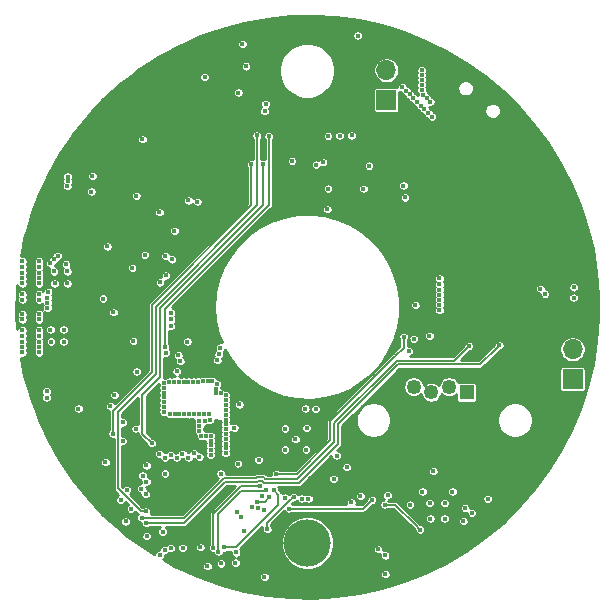
<source format=gbr>
G04 #@! TF.GenerationSoftware,KiCad,Pcbnew,5.1.5-52549c5~84~ubuntu18.04.1*
G04 #@! TF.CreationDate,2020-03-24T02:23:38-04:00*
G04 #@! TF.ProjectId,SwarmBot,53776172-6d42-46f7-942e-6b696361645f,rev?*
G04 #@! TF.SameCoordinates,Original*
G04 #@! TF.FileFunction,Copper,L2,Inr*
G04 #@! TF.FilePolarity,Positive*
%FSLAX46Y46*%
G04 Gerber Fmt 4.6, Leading zero omitted, Abs format (unit mm)*
G04 Created by KiCad (PCBNEW 5.1.5-52549c5~84~ubuntu18.04.1) date 2020-03-24 02:23:38*
%MOMM*%
%LPD*%
G04 APERTURE LIST*
%ADD10O,1.700000X1.700000*%
%ADD11R,1.700000X1.700000*%
%ADD12O,1.250000X1.250000*%
%ADD13R,1.250000X1.250000*%
%ADD14C,4.000000*%
%ADD15C,0.400000*%
%ADD16C,0.200000*%
%ADD17C,0.175000*%
%ADD18C,0.254000*%
G04 APERTURE END LIST*
D10*
X6700000Y20040000D03*
D11*
X6700000Y17500000D03*
D10*
X22460000Y-3590000D03*
D11*
X22460000Y-6130000D03*
D12*
X9000000Y-6750000D03*
X10500000Y-7250000D03*
X12000000Y-6750000D03*
D13*
X13500000Y-7250000D03*
D14*
X0Y-20000000D03*
D15*
X-11550000Y-490000D03*
X-8178800Y-12547600D03*
X10363200Y-16611600D03*
X-22707600Y3860800D03*
X-24130000Y3860800D03*
X-21386800Y1981200D03*
X-20320000Y1981200D03*
X-20320000Y2997200D03*
X-7315200Y-14122400D03*
X-12040000Y-14120000D03*
X-12242800Y-19050000D03*
X-50800Y-10261600D03*
X-101600Y-12090400D03*
X-1879600Y-12090400D03*
X-5181600Y20370800D03*
X-5842000Y18135600D03*
X-8686800Y19456400D03*
X-5486400Y22250400D03*
X5232400Y11938000D03*
X-1879600Y-10312400D03*
X-4114800Y-12954000D03*
X-20421600Y3606800D03*
X-21437600Y2997200D03*
X-22707600Y3403600D03*
X-24130000Y3403600D03*
X-22707600Y2895600D03*
X-24130000Y2895600D03*
X-24130000Y2438400D03*
X-22707600Y2438400D03*
X-22707600Y1981200D03*
X-24130000Y1981200D03*
X-24130000Y-2946400D03*
X-22707600Y-1981200D03*
X-22707600Y-2438400D03*
X-22707600Y-3403600D03*
X-22707600Y-3860800D03*
X-24130000Y-3860800D03*
X-24130000Y-1981200D03*
X-24130000Y-3403600D03*
X-24130000Y-2438400D03*
X-22707600Y-2946400D03*
X-20624800Y-1930400D03*
X-21691600Y-2946400D03*
X-21742400Y-1930400D03*
X-20624800Y-2946400D03*
X-22707600Y-1066800D03*
X-24130000Y-1066800D03*
X-22707600Y-609600D03*
X-24130000Y-609600D03*
X-22707600Y1066800D03*
X-24130000Y609600D03*
X-22707600Y609600D03*
X-24130000Y1066800D03*
X-22072000Y-7136800D03*
X-22072000Y-7695600D03*
X-16327120Y-7459980D03*
X-20320000Y10210800D03*
X-14478000Y9398000D03*
X6807200Y-15951200D03*
X11633200Y-16611600D03*
X11633200Y-17932400D03*
X10414000Y-17932400D03*
X15290800Y-16256000D03*
X10668000Y-13919200D03*
X-8178800Y-12141200D03*
X-8178800Y-11734800D03*
X-8178800Y-11328400D03*
X-9144000Y-10515600D03*
X-8991600Y-10922000D03*
X-8178800Y-10922000D03*
X-8585200Y-10922000D03*
X-9144000Y-10109200D03*
X-9144000Y-9702800D03*
X-12141200Y-6451600D03*
X-12141200Y-6858000D03*
X-12141200Y-7264400D03*
X-12141200Y-7670800D03*
X-12141200Y-8077200D03*
X-12141200Y-8483600D03*
X-12141200Y-8890000D03*
X-6908800Y-9550400D03*
X-6908800Y-9956800D03*
X-6908800Y-10769600D03*
X-6908800Y-11176000D03*
X-6908800Y-12395200D03*
X-6908800Y-11988800D03*
X-6908800Y-11582400D03*
X-6908800Y-10363200D03*
X-11633200Y-9093200D03*
X-10007600Y-9093200D03*
X-9601200Y-9093200D03*
X-11226800Y-9093200D03*
X-10820400Y-9093200D03*
X-10414000Y-9093200D03*
X-11684000Y-6324600D03*
X-11277600Y-6324600D03*
X-9652000Y-6324600D03*
X-9245600Y-6324600D03*
X-10871200Y-6324600D03*
X-10464800Y-6324600D03*
X-10058400Y-6324600D03*
X-8026400Y-6299200D03*
X-7658100Y-6507480D03*
X-8432800Y-6299200D03*
X-8839200Y-6299200D03*
X-6918960Y-8282940D03*
X-6918960Y-7876540D03*
X-7315200Y-7335520D03*
X-6918960Y-7470140D03*
X-6908800Y-9144000D03*
X-6908800Y-8712200D03*
X-5867400Y-13284200D03*
X-11570000Y-1640000D03*
X1701800Y8255000D03*
X-1290000Y12350000D03*
X-15808960Y-16349980D03*
X-6021200Y-20797810D03*
X-14742563Y-2895600D03*
X-11550000Y-1050000D03*
X-7726680Y-7325360D03*
X-7729220Y-6916420D03*
X9146446Y150321D03*
X-1000000Y-11210000D03*
X10340000Y-2460000D03*
X-9160000Y-9080000D03*
X-8740000Y-9060000D03*
X-8330000Y-9060000D03*
X-8240000Y-9610000D03*
X-8680000Y-9630000D03*
X-20290000Y10620000D03*
X-20290000Y11030000D03*
X5999094Y-20527097D03*
X-4710000Y-16950000D03*
X4270000Y22970000D03*
X-16940000Y5110000D03*
X22072800Y192000D03*
X-15194400Y15645600D03*
X769300Y14463700D03*
X-4886960Y-11269980D03*
X-2080260Y-8257540D03*
X1183281Y-9401682D03*
X-6421120Y-12801600D03*
X-14620240Y-14272260D03*
X-17571720Y-14274800D03*
X9710815Y8537285D03*
X9572990Y2597142D03*
X-8724241Y-11462697D03*
X4207010Y8280400D03*
X10240000Y-1050000D03*
X-13710000Y-16800000D03*
X-3878580Y-14020453D03*
X-3590000Y-19570000D03*
X4400000Y-21580000D03*
X-21996400Y-101600D03*
X-21996400Y355600D03*
X-21996400Y762000D03*
X-21940300Y1264700D03*
X-21132800Y4318000D03*
X-21437600Y4013200D03*
X-21767800Y3683000D03*
X-18288000Y9753600D03*
X-18186400Y11074400D03*
X11190500Y2400920D03*
X11190500Y1923400D03*
X11190500Y1456040D03*
X11190500Y1034400D03*
X11190500Y587360D03*
X11190500Y160640D03*
X11190500Y-286400D03*
X10418428Y17368428D03*
X10115000Y17665000D03*
X9820000Y17960000D03*
X9690000Y18360000D03*
X9690000Y18780000D03*
X9690000Y19210000D03*
X9690000Y19630000D03*
X9690000Y20040000D03*
X-14020800Y-17856200D03*
X13700760Y-3312160D03*
X-13614400Y-18313400D03*
X16250000Y-3260000D03*
X12293600Y-15646400D03*
X8703330Y-16751378D03*
X9753600Y-15646400D03*
X13360400Y-17035490D03*
X-17292320Y703580D03*
X-16410000Y-460000D03*
X-19375120Y-8615680D03*
X-15377160Y-18171160D03*
X-14827971Y3303070D03*
X-13746480Y4396740D03*
X-12519660Y8001000D03*
X-11049000Y-12776200D03*
X-15596575Y-9774260D03*
X-16683672Y-8403908D03*
X-14521180Y-10317480D03*
X-12031980Y4300220D03*
X-11244580Y6436360D03*
X-11449997Y4028117D03*
X13208000Y-18135600D03*
X-5330000Y-18964021D03*
X13944600Y-17462500D03*
X-13610000Y-13430000D03*
X-4186942Y-17073058D03*
X-12471400Y2070100D03*
X-5750560Y-8267700D03*
X-5638800Y-17777170D03*
X-11963400Y2654300D03*
X-6184900Y-10238740D03*
X-5985056Y-17379869D03*
X720682Y-8650118D03*
X8585200Y-3759200D03*
X8280000Y9260000D03*
X106900Y-16242990D03*
X-175260Y-8613140D03*
X-466654Y-16240074D03*
X8140000Y10260000D03*
X9032990Y-2703059D03*
X-13614400Y-14808200D03*
X-14927262Y-17098962D03*
X-3530000Y17190000D03*
X1345190Y12240000D03*
X740000Y12030000D03*
X-3610000Y16570000D03*
X-13959420Y14183780D03*
X-7366000Y-3454400D03*
X-9309100Y8902700D03*
X-7486198Y-4019805D03*
X-10058400Y9004300D03*
X-7626577Y-4527777D03*
X22550000Y770000D03*
X20130000Y1080000D03*
X22560000Y1660000D03*
X19729691Y1532301D03*
X2740000Y14490000D03*
X-7946739Y-20419151D03*
X-3997267Y-15201476D03*
X-13589000Y-19405600D03*
X-17091660Y-13149580D03*
X-4270000Y14520000D03*
X-13665005Y-17325088D03*
X-13665200Y-15875000D03*
X-15285720Y-15499080D03*
X-16469650Y-10737655D03*
X-4724400Y12090400D03*
X-14053490Y-15382530D03*
X-15615630Y-11361173D03*
X1760000Y10000000D03*
X1760000Y14460000D03*
X-13940428Y-14285801D03*
X-11968480Y-3911600D03*
X-3759200Y12090400D03*
X-12039600Y-12776200D03*
X-13170000Y-11540000D03*
X-11557000Y-12547600D03*
X-14432280Y-5478780D03*
X-12068984Y-3394260D03*
X-3250000Y14460000D03*
X-10566400Y-12446000D03*
X-10160000Y-2941320D03*
X-10058400Y-12776200D03*
X-10923620Y-4097010D03*
X-10754779Y-4596243D03*
X-9585666Y-12407974D03*
X-11042131Y-5456480D03*
X-9148515Y-12702323D03*
X-7010400Y-20370800D03*
X-2852420Y-15491460D03*
X3760000Y14510000D03*
X-2608580Y-14142720D03*
X8166100Y-2534920D03*
X-3479800Y-15496540D03*
X4763148Y9998317D03*
X-7524368Y-20734339D03*
X8045000Y18615000D03*
X8365000Y18295000D03*
X8680000Y17980000D03*
X8995000Y17665000D03*
X9310000Y17350000D03*
X9620000Y17040000D03*
X9925000Y16735000D03*
X10220000Y16420000D03*
X10565000Y16095000D03*
X-12522200Y-12446000D03*
X-3849642Y-16055487D03*
X-12069946Y-20573029D03*
X-6080000Y-21680000D03*
X-9050000Y-20360000D03*
X-3674011Y-17230000D03*
X5490000Y-16335490D03*
X-1549321Y-17078389D03*
X6593726Y-21046416D03*
X-7300000Y-21724672D03*
X6604000Y-22631400D03*
X-8445253Y-21951683D03*
X-3620000Y-22860000D03*
X-10560000Y-20400000D03*
X-11560000Y-20440000D03*
X-4228346Y-16482497D03*
X-3200000Y-16140000D03*
X-1880000Y-16165989D03*
X4510000Y-16010000D03*
X-12500000Y-21030000D03*
X-3380000Y-18820000D03*
X-1150000Y-16110000D03*
X3340000Y-13580000D03*
X3730000Y-16560000D03*
X2235537Y-14556307D03*
X2490000Y-12600000D03*
X6570000Y-16750000D03*
X9550000Y-18860000D03*
D16*
X-7087849Y-14486869D02*
X-4377087Y-14486869D01*
X12465671Y-4547249D02*
X13500761Y-3512159D01*
X-10457180Y-17856200D02*
X-7087849Y-14486869D01*
X-838299Y-14569722D02*
X2287891Y-11443532D01*
X2287891Y-11443532D02*
X2287891Y-9820471D01*
X-3656853Y-14447463D02*
X-3534594Y-14569722D01*
X-4337681Y-14447463D02*
X-3656853Y-14447463D01*
X-14020800Y-17856200D02*
X-10457180Y-17856200D01*
X-4377087Y-14486869D02*
X-4337681Y-14447463D01*
X2287891Y-9820471D02*
X7561113Y-4547249D01*
X-3534594Y-14569722D02*
X-838299Y-14569722D01*
X7561113Y-4547249D02*
X12465671Y-4547249D01*
X13500761Y-3512159D02*
X13700760Y-3312160D01*
X2614902Y-11578984D02*
X2614902Y-9955923D01*
X-13614400Y-18313400D02*
X-10439400Y-18313400D01*
X-10439400Y-18313400D02*
X-6939880Y-14813880D01*
X16050001Y-3459999D02*
X16250000Y-3260000D01*
X-6939880Y-14813880D02*
X-4241635Y-14813880D01*
X-4241635Y-14813880D02*
X-4202229Y-14774474D01*
X2614902Y-9955923D02*
X7696565Y-4874260D01*
X7696565Y-4874260D02*
X14635740Y-4874260D01*
X14635740Y-4874260D02*
X16050001Y-3459999D01*
X-702847Y-14896733D02*
X2614902Y-11578984D01*
X-3670046Y-14896733D02*
X-702847Y-14896733D01*
X-3792305Y-14774474D02*
X-3670046Y-14896733D01*
X-4202229Y-14774474D02*
X-3792305Y-14774474D01*
X-7946739Y-20419151D02*
X-7946739Y-17517459D01*
X-4280109Y-15201476D02*
X-3997267Y-15201476D01*
X-5630756Y-15201476D02*
X-4280109Y-15201476D01*
X-7946739Y-17517459D02*
X-5630756Y-15201476D01*
X-12827000Y-5720080D02*
X-16042640Y-8935720D01*
X-16042640Y-15379700D02*
X-14097252Y-17325088D01*
X-14097252Y-17325088D02*
X-13947847Y-17325088D01*
X-16042640Y-8935720D02*
X-16042640Y-15379700D01*
X-4270000Y8582582D02*
X-12827000Y25582D01*
X-12827000Y25582D02*
X-12827000Y-5720080D01*
X-4270000Y14520000D02*
X-4270000Y8582582D01*
X-13947847Y-17325088D02*
X-13665005Y-17325088D01*
X-13154011Y-5478131D02*
X-16469650Y-8793770D01*
X-16469650Y-8793770D02*
X-16469650Y-10454813D01*
X-16469650Y-10454813D02*
X-16469650Y-10737655D01*
X-13154011Y161034D02*
X-13154011Y-5478131D01*
X-4724400Y8590644D02*
X-13154011Y161034D01*
X-4724400Y12090400D02*
X-4724400Y8590644D01*
X-13955421Y-7437781D02*
X-13955421Y-10754579D01*
X-12495986Y-105866D02*
X-12495986Y-5978346D01*
X-12495986Y-5978346D02*
X-13955421Y-7437781D01*
X-3759200Y12090400D02*
X-3759200Y8630920D01*
X-13955421Y-10754579D02*
X-13170000Y-11540000D01*
X-3759200Y8630920D02*
X-12495986Y-105866D01*
X-12068984Y-3111418D02*
X-12068984Y-3394260D01*
X-12068984Y-156384D02*
X-12068984Y-3111418D01*
X-3251200Y8661400D02*
X-12068984Y-156384D01*
X-3251200Y11785600D02*
X-3251200Y8661400D01*
X-3251200Y11785600D02*
X-3251200Y14458800D01*
X-3251200Y14458800D02*
X-3250000Y14460000D01*
X7466620Y-4183380D02*
X8166100Y-3483900D01*
X1960880Y-11308080D02*
X-873760Y-14142720D01*
X-873760Y-14142720D02*
X-2608580Y-14142720D01*
X8166100Y-3483900D02*
X8166100Y-3199241D01*
X1960880Y-9685020D02*
X1960880Y-11308080D01*
X7462520Y-4183380D02*
X1960880Y-9685020D01*
X7462520Y-4183380D02*
X7466620Y-4183380D01*
X8166100Y-2534920D02*
X8166100Y-3199241D01*
X-6727558Y-20370800D02*
X-7010400Y-20370800D01*
X-2435452Y-16802990D02*
X-6003262Y-20370800D01*
X-6003262Y-20370800D02*
X-6727558Y-20370800D01*
X-2435452Y-15908428D02*
X-2435452Y-16802990D01*
X-2852420Y-15491460D02*
X-2435452Y-15908428D01*
X-3611746Y-15628486D02*
X-5572626Y-15628486D01*
X-7519738Y-17575598D02*
X-7519738Y-20729709D01*
X-3479800Y-15496540D02*
X-3611746Y-15628486D01*
X-7519738Y-20729709D02*
X-7524368Y-20734339D01*
X-5572626Y-15628486D02*
X-7519738Y-17575598D01*
X5490000Y-16335490D02*
X4747101Y-17078389D01*
X4747101Y-17078389D02*
X-1266479Y-17078389D01*
X-1266479Y-17078389D02*
X-1549321Y-17078389D01*
X-3542497Y-16482497D02*
X-3200000Y-16140000D01*
X-4228346Y-16482497D02*
X-3542497Y-16482497D01*
X-1412895Y-16309999D02*
X-1349999Y-16309999D01*
X-3380000Y-18277104D02*
X-1412895Y-16309999D01*
X-3380000Y-18820000D02*
X-3380000Y-18277104D01*
X-1349999Y-16309999D02*
X-1150000Y-16110000D01*
D17*
X9110000Y-18420000D02*
X9550000Y-18860000D01*
X6570000Y-16750000D02*
X7440000Y-16750000D01*
X7440000Y-16750000D02*
X9110000Y-18420000D01*
D18*
G36*
X2446209Y24524302D02*
G01*
X4386936Y24252425D01*
X6299928Y23827216D01*
X8173089Y23251364D01*
X9994577Y22528510D01*
X11752876Y21663223D01*
X13436870Y20660974D01*
X15035912Y19528099D01*
X16539892Y18271762D01*
X17939301Y16899905D01*
X19225292Y15421201D01*
X20389735Y13845000D01*
X21425267Y12181266D01*
X22325342Y10440517D01*
X23084269Y8633761D01*
X23697250Y6772419D01*
X24160409Y4868260D01*
X24470818Y2933322D01*
X24626515Y979839D01*
X24626515Y-979839D01*
X24470818Y-2933322D01*
X24160409Y-4868260D01*
X23697250Y-6772419D01*
X23084269Y-8633761D01*
X22325342Y-10440517D01*
X21425267Y-12181266D01*
X20389735Y-13845000D01*
X19225292Y-15421201D01*
X17939301Y-16899905D01*
X16539892Y-18271762D01*
X15035912Y-19528099D01*
X13436870Y-20660974D01*
X11752876Y-21663223D01*
X9994577Y-22528510D01*
X8173089Y-23251364D01*
X6299928Y-23827216D01*
X4386936Y-24252425D01*
X2446209Y-24524302D01*
X490016Y-24641128D01*
X-1469274Y-24602166D01*
X-3419276Y-24407660D01*
X-5347660Y-24058841D01*
X-7242234Y-23557915D01*
X-9091020Y-22908048D01*
X-9300114Y-22815285D01*
X-4074000Y-22815285D01*
X-4074000Y-22904715D01*
X-4056553Y-22992427D01*
X-4022330Y-23075050D01*
X-3972645Y-23149408D01*
X-3909408Y-23212645D01*
X-3835050Y-23262330D01*
X-3752427Y-23296553D01*
X-3664715Y-23314000D01*
X-3575285Y-23314000D01*
X-3487573Y-23296553D01*
X-3404950Y-23262330D01*
X-3330592Y-23212645D01*
X-3267355Y-23149408D01*
X-3217670Y-23075050D01*
X-3183447Y-22992427D01*
X-3166000Y-22904715D01*
X-3166000Y-22815285D01*
X-3183447Y-22727573D01*
X-3217670Y-22644950D01*
X-3256601Y-22586685D01*
X6150000Y-22586685D01*
X6150000Y-22676115D01*
X6167447Y-22763827D01*
X6201670Y-22846450D01*
X6251355Y-22920808D01*
X6314592Y-22984045D01*
X6388950Y-23033730D01*
X6471573Y-23067953D01*
X6559285Y-23085400D01*
X6648715Y-23085400D01*
X6736427Y-23067953D01*
X6819050Y-23033730D01*
X6893408Y-22984045D01*
X6956645Y-22920808D01*
X7006330Y-22846450D01*
X7040553Y-22763827D01*
X7058000Y-22676115D01*
X7058000Y-22586685D01*
X7040553Y-22498973D01*
X7006330Y-22416350D01*
X6956645Y-22341992D01*
X6893408Y-22278755D01*
X6819050Y-22229070D01*
X6736427Y-22194847D01*
X6648715Y-22177400D01*
X6559285Y-22177400D01*
X6471573Y-22194847D01*
X6388950Y-22229070D01*
X6314592Y-22278755D01*
X6251355Y-22341992D01*
X6201670Y-22416350D01*
X6167447Y-22498973D01*
X6150000Y-22586685D01*
X-3256601Y-22586685D01*
X-3267355Y-22570592D01*
X-3330592Y-22507355D01*
X-3404950Y-22457670D01*
X-3487573Y-22423447D01*
X-3575285Y-22406000D01*
X-3664715Y-22406000D01*
X-3752427Y-22423447D01*
X-3835050Y-22457670D01*
X-3909408Y-22507355D01*
X-3972645Y-22570592D01*
X-4022330Y-22644950D01*
X-4056553Y-22727573D01*
X-4074000Y-22815285D01*
X-9300114Y-22815285D01*
X-10882330Y-22113349D01*
X-11262737Y-21906968D01*
X-8899253Y-21906968D01*
X-8899253Y-21996398D01*
X-8881806Y-22084110D01*
X-8847583Y-22166733D01*
X-8797898Y-22241091D01*
X-8734661Y-22304328D01*
X-8660303Y-22354013D01*
X-8577680Y-22388236D01*
X-8489968Y-22405683D01*
X-8400538Y-22405683D01*
X-8312826Y-22388236D01*
X-8230203Y-22354013D01*
X-8155845Y-22304328D01*
X-8092608Y-22241091D01*
X-8042923Y-22166733D01*
X-8008700Y-22084110D01*
X-7991253Y-21996398D01*
X-7991253Y-21906968D01*
X-8008700Y-21819256D01*
X-8042923Y-21736633D01*
X-8080793Y-21679957D01*
X-7754000Y-21679957D01*
X-7754000Y-21769387D01*
X-7736553Y-21857099D01*
X-7702330Y-21939722D01*
X-7652645Y-22014080D01*
X-7589408Y-22077317D01*
X-7515050Y-22127002D01*
X-7432427Y-22161225D01*
X-7344715Y-22178672D01*
X-7255285Y-22178672D01*
X-7167573Y-22161225D01*
X-7084950Y-22127002D01*
X-7010592Y-22077317D01*
X-6947355Y-22014080D01*
X-6897670Y-21939722D01*
X-6863447Y-21857099D01*
X-6846000Y-21769387D01*
X-6846000Y-21679957D01*
X-6863447Y-21592245D01*
X-6897670Y-21509622D01*
X-6947355Y-21435264D01*
X-7010592Y-21372027D01*
X-7084950Y-21322342D01*
X-7167573Y-21288119D01*
X-7255285Y-21270672D01*
X-7344715Y-21270672D01*
X-7432427Y-21288119D01*
X-7515050Y-21322342D01*
X-7589408Y-21372027D01*
X-7652645Y-21435264D01*
X-7702330Y-21509622D01*
X-7736553Y-21592245D01*
X-7754000Y-21679957D01*
X-8080793Y-21679957D01*
X-8092608Y-21662275D01*
X-8155845Y-21599038D01*
X-8230203Y-21549353D01*
X-8312826Y-21515130D01*
X-8400538Y-21497683D01*
X-8489968Y-21497683D01*
X-8577680Y-21515130D01*
X-8660303Y-21549353D01*
X-8734661Y-21599038D01*
X-8797898Y-21662275D01*
X-8847583Y-21736633D01*
X-8881806Y-21819256D01*
X-8899253Y-21906968D01*
X-11262737Y-21906968D01*
X-12218923Y-21388212D01*
X-12210592Y-21382645D01*
X-12147355Y-21319408D01*
X-12097670Y-21245050D01*
X-12063447Y-21162427D01*
X-12046000Y-21074715D01*
X-12046000Y-21027029D01*
X-12025231Y-21027029D01*
X-11937519Y-21009582D01*
X-11854896Y-20975359D01*
X-11780538Y-20925674D01*
X-11719997Y-20865133D01*
X-11692427Y-20876553D01*
X-11604715Y-20894000D01*
X-11515285Y-20894000D01*
X-11427573Y-20876553D01*
X-11344950Y-20842330D01*
X-11270592Y-20792645D01*
X-11207355Y-20729408D01*
X-11157670Y-20655050D01*
X-11123447Y-20572427D01*
X-11106000Y-20484715D01*
X-11106000Y-20395285D01*
X-11113956Y-20355285D01*
X-11014000Y-20355285D01*
X-11014000Y-20444715D01*
X-10996553Y-20532427D01*
X-10962330Y-20615050D01*
X-10912645Y-20689408D01*
X-10849408Y-20752645D01*
X-10775050Y-20802330D01*
X-10692427Y-20836553D01*
X-10604715Y-20854000D01*
X-10515285Y-20854000D01*
X-10427573Y-20836553D01*
X-10344950Y-20802330D01*
X-10270592Y-20752645D01*
X-10207355Y-20689408D01*
X-10157670Y-20615050D01*
X-10123447Y-20532427D01*
X-10106000Y-20444715D01*
X-10106000Y-20355285D01*
X-10113956Y-20315285D01*
X-9504000Y-20315285D01*
X-9504000Y-20404715D01*
X-9486553Y-20492427D01*
X-9452330Y-20575050D01*
X-9402645Y-20649408D01*
X-9339408Y-20712645D01*
X-9265050Y-20762330D01*
X-9182427Y-20796553D01*
X-9094715Y-20814000D01*
X-9005285Y-20814000D01*
X-8917573Y-20796553D01*
X-8834950Y-20762330D01*
X-8760592Y-20712645D01*
X-8697355Y-20649408D01*
X-8647670Y-20575050D01*
X-8613447Y-20492427D01*
X-8596000Y-20404715D01*
X-8596000Y-20315285D01*
X-8613447Y-20227573D01*
X-8647670Y-20144950D01*
X-8697355Y-20070592D01*
X-8760592Y-20007355D01*
X-8834950Y-19957670D01*
X-8917573Y-19923447D01*
X-9005285Y-19906000D01*
X-9094715Y-19906000D01*
X-9182427Y-19923447D01*
X-9265050Y-19957670D01*
X-9339408Y-20007355D01*
X-9402645Y-20070592D01*
X-9452330Y-20144950D01*
X-9486553Y-20227573D01*
X-9504000Y-20315285D01*
X-10113956Y-20315285D01*
X-10123447Y-20267573D01*
X-10157670Y-20184950D01*
X-10207355Y-20110592D01*
X-10270592Y-20047355D01*
X-10344950Y-19997670D01*
X-10427573Y-19963447D01*
X-10515285Y-19946000D01*
X-10604715Y-19946000D01*
X-10692427Y-19963447D01*
X-10775050Y-19997670D01*
X-10849408Y-20047355D01*
X-10912645Y-20110592D01*
X-10962330Y-20184950D01*
X-10996553Y-20267573D01*
X-11014000Y-20355285D01*
X-11113956Y-20355285D01*
X-11123447Y-20307573D01*
X-11157670Y-20224950D01*
X-11207355Y-20150592D01*
X-11270592Y-20087355D01*
X-11344950Y-20037670D01*
X-11427573Y-20003447D01*
X-11515285Y-19986000D01*
X-11604715Y-19986000D01*
X-11692427Y-20003447D01*
X-11775050Y-20037670D01*
X-11849408Y-20087355D01*
X-11909949Y-20147896D01*
X-11937519Y-20136476D01*
X-12025231Y-20119029D01*
X-12114661Y-20119029D01*
X-12202373Y-20136476D01*
X-12284996Y-20170699D01*
X-12359354Y-20220384D01*
X-12422591Y-20283621D01*
X-12472276Y-20357979D01*
X-12506499Y-20440602D01*
X-12523946Y-20528314D01*
X-12523946Y-20576000D01*
X-12544715Y-20576000D01*
X-12632427Y-20593447D01*
X-12715050Y-20627670D01*
X-12789408Y-20677355D01*
X-12852645Y-20740592D01*
X-12902330Y-20814950D01*
X-12936553Y-20897573D01*
X-12948096Y-20955605D01*
X-14247655Y-20110436D01*
X-15221145Y-19360885D01*
X-14043000Y-19360885D01*
X-14043000Y-19450315D01*
X-14025553Y-19538027D01*
X-13991330Y-19620650D01*
X-13941645Y-19695008D01*
X-13878408Y-19758245D01*
X-13804050Y-19807930D01*
X-13721427Y-19842153D01*
X-13633715Y-19859600D01*
X-13544285Y-19859600D01*
X-13456573Y-19842153D01*
X-13373950Y-19807930D01*
X-13299592Y-19758245D01*
X-13236355Y-19695008D01*
X-13186670Y-19620650D01*
X-13152447Y-19538027D01*
X-13135000Y-19450315D01*
X-13135000Y-19360885D01*
X-13152447Y-19273173D01*
X-13186670Y-19190550D01*
X-13236355Y-19116192D01*
X-13299592Y-19052955D01*
X-13373950Y-19003270D01*
X-13456573Y-18969047D01*
X-13544285Y-18951600D01*
X-13633715Y-18951600D01*
X-13721427Y-18969047D01*
X-13804050Y-19003270D01*
X-13878408Y-19052955D01*
X-13941645Y-19116192D01*
X-13991330Y-19190550D01*
X-14025553Y-19273173D01*
X-14043000Y-19360885D01*
X-15221145Y-19360885D01*
X-15800394Y-18914885D01*
X-16671390Y-18126445D01*
X-15831160Y-18126445D01*
X-15831160Y-18215875D01*
X-15813713Y-18303587D01*
X-15779490Y-18386210D01*
X-15729805Y-18460568D01*
X-15666568Y-18523805D01*
X-15592210Y-18573490D01*
X-15509587Y-18607713D01*
X-15421875Y-18625160D01*
X-15332445Y-18625160D01*
X-15244733Y-18607713D01*
X-15162110Y-18573490D01*
X-15087752Y-18523805D01*
X-15024515Y-18460568D01*
X-14974830Y-18386210D01*
X-14940607Y-18303587D01*
X-14923160Y-18215875D01*
X-14923160Y-18126445D01*
X-14940607Y-18038733D01*
X-14974830Y-17956110D01*
X-15024515Y-17881752D01*
X-15087752Y-17818515D01*
X-15162110Y-17768830D01*
X-15244733Y-17734607D01*
X-15332445Y-17717160D01*
X-15421875Y-17717160D01*
X-15509587Y-17734607D01*
X-15592210Y-17768830D01*
X-15666568Y-17818515D01*
X-15729805Y-17881752D01*
X-15779490Y-17956110D01*
X-15813713Y-18038733D01*
X-15831160Y-18126445D01*
X-16671390Y-18126445D01*
X-17253237Y-17599748D01*
X-18597000Y-16173340D01*
X-19823186Y-14644679D01*
X-20868747Y-13104865D01*
X-17545660Y-13104865D01*
X-17545660Y-13194295D01*
X-17528213Y-13282007D01*
X-17493990Y-13364630D01*
X-17444305Y-13438988D01*
X-17381068Y-13502225D01*
X-17306710Y-13551910D01*
X-17224087Y-13586133D01*
X-17136375Y-13603580D01*
X-17046945Y-13603580D01*
X-16959233Y-13586133D01*
X-16876610Y-13551910D01*
X-16802252Y-13502225D01*
X-16739015Y-13438988D01*
X-16689330Y-13364630D01*
X-16655107Y-13282007D01*
X-16637660Y-13194295D01*
X-16637660Y-13104865D01*
X-16655107Y-13017153D01*
X-16689330Y-12934530D01*
X-16739015Y-12860172D01*
X-16802252Y-12796935D01*
X-16876610Y-12747250D01*
X-16959233Y-12713027D01*
X-17046945Y-12695580D01*
X-17136375Y-12695580D01*
X-17224087Y-12713027D01*
X-17306710Y-12747250D01*
X-17381068Y-12796935D01*
X-17444305Y-12860172D01*
X-17493990Y-12934530D01*
X-17528213Y-13017153D01*
X-17545660Y-13104865D01*
X-20868747Y-13104865D01*
X-20924044Y-13023429D01*
X-21892613Y-11319841D01*
X-22722770Y-9544685D01*
X-23086951Y-8570965D01*
X-19829120Y-8570965D01*
X-19829120Y-8660395D01*
X-19811673Y-8748107D01*
X-19777450Y-8830730D01*
X-19727765Y-8905088D01*
X-19664528Y-8968325D01*
X-19590170Y-9018010D01*
X-19507547Y-9052233D01*
X-19419835Y-9069680D01*
X-19330405Y-9069680D01*
X-19242693Y-9052233D01*
X-19160070Y-9018010D01*
X-19085712Y-8968325D01*
X-19022475Y-8905088D01*
X-18972790Y-8830730D01*
X-18938567Y-8748107D01*
X-18921120Y-8660395D01*
X-18921120Y-8570965D01*
X-18938567Y-8483253D01*
X-18972790Y-8400630D01*
X-19000477Y-8359193D01*
X-17137672Y-8359193D01*
X-17137672Y-8448623D01*
X-17120225Y-8536335D01*
X-17086002Y-8618958D01*
X-17036317Y-8693316D01*
X-16973080Y-8756553D01*
X-16898722Y-8806238D01*
X-16823650Y-8837333D01*
X-16823649Y-10437422D01*
X-16823650Y-10437432D01*
X-16823650Y-10450275D01*
X-16871980Y-10522605D01*
X-16906203Y-10605228D01*
X-16923650Y-10692940D01*
X-16923650Y-10782370D01*
X-16906203Y-10870082D01*
X-16871980Y-10952705D01*
X-16822295Y-11027063D01*
X-16759058Y-11090300D01*
X-16684700Y-11139985D01*
X-16602077Y-11174208D01*
X-16514365Y-11191655D01*
X-16424935Y-11191655D01*
X-16396640Y-11186027D01*
X-16396639Y-15362316D01*
X-16398351Y-15379700D01*
X-16391517Y-15449096D01*
X-16377124Y-15496540D01*
X-16371274Y-15515825D01*
X-16338403Y-15577323D01*
X-16294165Y-15631226D01*
X-16280663Y-15642307D01*
X-15989581Y-15933389D01*
X-16024010Y-15947650D01*
X-16098368Y-15997335D01*
X-16161605Y-16060572D01*
X-16211290Y-16134930D01*
X-16245513Y-16217553D01*
X-16262960Y-16305265D01*
X-16262960Y-16394695D01*
X-16245513Y-16482407D01*
X-16211290Y-16565030D01*
X-16161605Y-16639388D01*
X-16098368Y-16702625D01*
X-16024010Y-16752310D01*
X-15941387Y-16786533D01*
X-15853675Y-16803980D01*
X-15764245Y-16803980D01*
X-15676533Y-16786533D01*
X-15593910Y-16752310D01*
X-15519552Y-16702625D01*
X-15456315Y-16639388D01*
X-15406630Y-16565030D01*
X-15392369Y-16530601D01*
X-15192682Y-16730289D01*
X-15216670Y-16746317D01*
X-15279907Y-16809554D01*
X-15329592Y-16883912D01*
X-15363815Y-16966535D01*
X-15381262Y-17054247D01*
X-15381262Y-17143677D01*
X-15363815Y-17231389D01*
X-15329592Y-17314012D01*
X-15279907Y-17388370D01*
X-15216670Y-17451607D01*
X-15142312Y-17501292D01*
X-15059689Y-17535515D01*
X-14971977Y-17552962D01*
X-14882547Y-17552962D01*
X-14794835Y-17535515D01*
X-14712212Y-17501292D01*
X-14637854Y-17451607D01*
X-14574617Y-17388370D01*
X-14558589Y-17364382D01*
X-14364812Y-17558159D01*
X-14373445Y-17566792D01*
X-14423130Y-17641150D01*
X-14457353Y-17723773D01*
X-14474800Y-17811485D01*
X-14474800Y-17900915D01*
X-14457353Y-17988627D01*
X-14423130Y-18071250D01*
X-14373445Y-18145608D01*
X-14310208Y-18208845D01*
X-14235850Y-18258530D01*
X-14153227Y-18292753D01*
X-14068400Y-18309626D01*
X-14068400Y-18358115D01*
X-14050953Y-18445827D01*
X-14016730Y-18528450D01*
X-13967045Y-18602808D01*
X-13903808Y-18666045D01*
X-13829450Y-18715730D01*
X-13746827Y-18749953D01*
X-13659115Y-18767400D01*
X-13569685Y-18767400D01*
X-13481973Y-18749953D01*
X-13399350Y-18715730D01*
X-13327020Y-18667400D01*
X-12487378Y-18667400D01*
X-12532208Y-18697355D01*
X-12595445Y-18760592D01*
X-12645130Y-18834950D01*
X-12679353Y-18917573D01*
X-12696800Y-19005285D01*
X-12696800Y-19094715D01*
X-12679353Y-19182427D01*
X-12645130Y-19265050D01*
X-12595445Y-19339408D01*
X-12532208Y-19402645D01*
X-12457850Y-19452330D01*
X-12375227Y-19486553D01*
X-12287515Y-19504000D01*
X-12198085Y-19504000D01*
X-12110373Y-19486553D01*
X-12027750Y-19452330D01*
X-11953392Y-19402645D01*
X-11890155Y-19339408D01*
X-11840470Y-19265050D01*
X-11806247Y-19182427D01*
X-11788800Y-19094715D01*
X-11788800Y-19005285D01*
X-11806247Y-18917573D01*
X-11840470Y-18834950D01*
X-11890155Y-18760592D01*
X-11953392Y-18697355D01*
X-11998222Y-18667400D01*
X-10456774Y-18667400D01*
X-10439400Y-18669111D01*
X-10422026Y-18667400D01*
X-10422018Y-18667400D01*
X-10370004Y-18662277D01*
X-10303275Y-18642035D01*
X-10241777Y-18609164D01*
X-10187874Y-18564926D01*
X-10176788Y-18551418D01*
X-6793249Y-15167880D01*
X-6097792Y-15167880D01*
X-8184762Y-17254852D01*
X-8198264Y-17265933D01*
X-8242502Y-17319836D01*
X-8259870Y-17352330D01*
X-8275373Y-17381334D01*
X-8295616Y-17448063D01*
X-8302450Y-17517459D01*
X-8300738Y-17534843D01*
X-8300739Y-20131771D01*
X-8349069Y-20204101D01*
X-8383292Y-20286724D01*
X-8400739Y-20374436D01*
X-8400739Y-20463866D01*
X-8383292Y-20551578D01*
X-8349069Y-20634201D01*
X-8299384Y-20708559D01*
X-8236147Y-20771796D01*
X-8161789Y-20821481D01*
X-8079166Y-20855704D01*
X-7991454Y-20873151D01*
X-7958276Y-20873151D01*
X-7926698Y-20949389D01*
X-7877013Y-21023747D01*
X-7813776Y-21086984D01*
X-7739418Y-21136669D01*
X-7656795Y-21170892D01*
X-7569083Y-21188339D01*
X-7479653Y-21188339D01*
X-7391941Y-21170892D01*
X-7309318Y-21136669D01*
X-7234960Y-21086984D01*
X-7171723Y-21023747D01*
X-7122038Y-20949389D01*
X-7087815Y-20866766D01*
X-7078541Y-20820140D01*
X-7055115Y-20824800D01*
X-6965685Y-20824800D01*
X-6877973Y-20807353D01*
X-6795350Y-20773130D01*
X-6723020Y-20724800D01*
X-6469572Y-20724800D01*
X-6475200Y-20753095D01*
X-6475200Y-20842525D01*
X-6457753Y-20930237D01*
X-6423530Y-21012860D01*
X-6373845Y-21087218D01*
X-6310608Y-21150455D01*
X-6236250Y-21200140D01*
X-6157887Y-21232598D01*
X-6212427Y-21243447D01*
X-6295050Y-21277670D01*
X-6369408Y-21327355D01*
X-6432645Y-21390592D01*
X-6482330Y-21464950D01*
X-6516553Y-21547573D01*
X-6534000Y-21635285D01*
X-6534000Y-21724715D01*
X-6516553Y-21812427D01*
X-6482330Y-21895050D01*
X-6432645Y-21969408D01*
X-6369408Y-22032645D01*
X-6295050Y-22082330D01*
X-6212427Y-22116553D01*
X-6124715Y-22134000D01*
X-6035285Y-22134000D01*
X-5947573Y-22116553D01*
X-5864950Y-22082330D01*
X-5790592Y-22032645D01*
X-5727355Y-21969408D01*
X-5677670Y-21895050D01*
X-5643447Y-21812427D01*
X-5626000Y-21724715D01*
X-5626000Y-21635285D01*
X-5643447Y-21547573D01*
X-5677670Y-21464950D01*
X-5727355Y-21390592D01*
X-5790592Y-21327355D01*
X-5864950Y-21277670D01*
X-5943313Y-21245212D01*
X-5888773Y-21234363D01*
X-5806150Y-21200140D01*
X-5731792Y-21150455D01*
X-5668555Y-21087218D01*
X-5618870Y-21012860D01*
X-5584647Y-20930237D01*
X-5567200Y-20842525D01*
X-5567200Y-20753095D01*
X-5584647Y-20665383D01*
X-5618870Y-20582760D01*
X-5657211Y-20525379D01*
X-4909832Y-19778000D01*
X-2254000Y-19778000D01*
X-2254000Y-20222000D01*
X-2167380Y-20657468D01*
X-1997469Y-21067669D01*
X-1750796Y-21436841D01*
X-1436841Y-21750796D01*
X-1067669Y-21997469D01*
X-657468Y-22167380D01*
X-222000Y-22254000D01*
X222000Y-22254000D01*
X657468Y-22167380D01*
X1067669Y-21997469D01*
X1436841Y-21750796D01*
X1750796Y-21436841D01*
X1997469Y-21067669D01*
X2167380Y-20657468D01*
X2202206Y-20482382D01*
X5545094Y-20482382D01*
X5545094Y-20571812D01*
X5562541Y-20659524D01*
X5596764Y-20742147D01*
X5646449Y-20816505D01*
X5709686Y-20879742D01*
X5784044Y-20929427D01*
X5866667Y-20963650D01*
X5954379Y-20981097D01*
X6043809Y-20981097D01*
X6131521Y-20963650D01*
X6148711Y-20956530D01*
X6139726Y-21001701D01*
X6139726Y-21091131D01*
X6157173Y-21178843D01*
X6191396Y-21261466D01*
X6241081Y-21335824D01*
X6304318Y-21399061D01*
X6378676Y-21448746D01*
X6461299Y-21482969D01*
X6549011Y-21500416D01*
X6638441Y-21500416D01*
X6726153Y-21482969D01*
X6808776Y-21448746D01*
X6883134Y-21399061D01*
X6946371Y-21335824D01*
X6996056Y-21261466D01*
X7030279Y-21178843D01*
X7047726Y-21091131D01*
X7047726Y-21001701D01*
X7030279Y-20913989D01*
X6996056Y-20831366D01*
X6946371Y-20757008D01*
X6883134Y-20693771D01*
X6808776Y-20644086D01*
X6726153Y-20609863D01*
X6638441Y-20592416D01*
X6549011Y-20592416D01*
X6461299Y-20609863D01*
X6444109Y-20616983D01*
X6453094Y-20571812D01*
X6453094Y-20482382D01*
X6435647Y-20394670D01*
X6401424Y-20312047D01*
X6351739Y-20237689D01*
X6288502Y-20174452D01*
X6214144Y-20124767D01*
X6131521Y-20090544D01*
X6043809Y-20073097D01*
X5954379Y-20073097D01*
X5866667Y-20090544D01*
X5784044Y-20124767D01*
X5709686Y-20174452D01*
X5646449Y-20237689D01*
X5596764Y-20312047D01*
X5562541Y-20394670D01*
X5545094Y-20482382D01*
X2202206Y-20482382D01*
X2254000Y-20222000D01*
X2254000Y-19778000D01*
X2167380Y-19342532D01*
X1997469Y-18932331D01*
X1750796Y-18563159D01*
X1436841Y-18249204D01*
X1067669Y-18002531D01*
X657468Y-17832620D01*
X222000Y-17746000D01*
X-222000Y-17746000D01*
X-657468Y-17832620D01*
X-1067669Y-18002531D01*
X-1436841Y-18249204D01*
X-1750796Y-18563159D01*
X-1997469Y-18932331D01*
X-2167380Y-19342532D01*
X-2254000Y-19778000D01*
X-4909832Y-19778000D01*
X-3814537Y-18682706D01*
X-3816553Y-18687573D01*
X-3834000Y-18775285D01*
X-3834000Y-18864715D01*
X-3816553Y-18952427D01*
X-3782330Y-19035050D01*
X-3732645Y-19109408D01*
X-3669408Y-19172645D01*
X-3595050Y-19222330D01*
X-3512427Y-19256553D01*
X-3424715Y-19274000D01*
X-3335285Y-19274000D01*
X-3247573Y-19256553D01*
X-3164950Y-19222330D01*
X-3090592Y-19172645D01*
X-3027355Y-19109408D01*
X-2977670Y-19035050D01*
X-2943447Y-18952427D01*
X-2926000Y-18864715D01*
X-2926000Y-18775285D01*
X-2943447Y-18687573D01*
X-2977670Y-18604950D01*
X-3026000Y-18532620D01*
X-3026000Y-18423734D01*
X-1929242Y-17326977D01*
X-1901966Y-17367797D01*
X-1838729Y-17431034D01*
X-1764371Y-17480719D01*
X-1681748Y-17514942D01*
X-1594036Y-17532389D01*
X-1504606Y-17532389D01*
X-1416894Y-17514942D01*
X-1334271Y-17480719D01*
X-1261941Y-17432389D01*
X4729727Y-17432389D01*
X4747101Y-17434100D01*
X4764475Y-17432389D01*
X4764483Y-17432389D01*
X4816497Y-17427266D01*
X4883226Y-17407024D01*
X4944724Y-17374153D01*
X4998627Y-17329915D01*
X5009713Y-17316407D01*
X5537106Y-16789014D01*
X5622427Y-16772043D01*
X5705050Y-16737820D01*
X5753741Y-16705285D01*
X6116000Y-16705285D01*
X6116000Y-16794715D01*
X6133447Y-16882427D01*
X6167670Y-16965050D01*
X6217355Y-17039408D01*
X6280592Y-17102645D01*
X6354950Y-17152330D01*
X6437573Y-17186553D01*
X6525285Y-17204000D01*
X6614715Y-17204000D01*
X6702427Y-17186553D01*
X6785050Y-17152330D01*
X6859408Y-17102645D01*
X6870553Y-17091500D01*
X7298547Y-17091500D01*
X8880382Y-18673336D01*
X8880387Y-18673340D01*
X9096000Y-18888954D01*
X9096000Y-18904715D01*
X9113447Y-18992427D01*
X9147670Y-19075050D01*
X9197355Y-19149408D01*
X9260592Y-19212645D01*
X9334950Y-19262330D01*
X9417573Y-19296553D01*
X9505285Y-19314000D01*
X9594715Y-19314000D01*
X9682427Y-19296553D01*
X9765050Y-19262330D01*
X9839408Y-19212645D01*
X9902645Y-19149408D01*
X9952330Y-19075050D01*
X9986553Y-18992427D01*
X10004000Y-18904715D01*
X10004000Y-18815285D01*
X9986553Y-18727573D01*
X9952330Y-18644950D01*
X9902645Y-18570592D01*
X9839408Y-18507355D01*
X9765050Y-18457670D01*
X9682427Y-18423447D01*
X9594715Y-18406000D01*
X9578954Y-18406000D01*
X9363340Y-18190387D01*
X9363336Y-18190382D01*
X9060639Y-17887685D01*
X9960000Y-17887685D01*
X9960000Y-17977115D01*
X9977447Y-18064827D01*
X10011670Y-18147450D01*
X10061355Y-18221808D01*
X10124592Y-18285045D01*
X10198950Y-18334730D01*
X10281573Y-18368953D01*
X10369285Y-18386400D01*
X10458715Y-18386400D01*
X10546427Y-18368953D01*
X10629050Y-18334730D01*
X10703408Y-18285045D01*
X10766645Y-18221808D01*
X10816330Y-18147450D01*
X10850553Y-18064827D01*
X10868000Y-17977115D01*
X10868000Y-17887685D01*
X11179200Y-17887685D01*
X11179200Y-17977115D01*
X11196647Y-18064827D01*
X11230870Y-18147450D01*
X11280555Y-18221808D01*
X11343792Y-18285045D01*
X11418150Y-18334730D01*
X11500773Y-18368953D01*
X11588485Y-18386400D01*
X11677915Y-18386400D01*
X11765627Y-18368953D01*
X11848250Y-18334730D01*
X11922608Y-18285045D01*
X11985845Y-18221808D01*
X12035530Y-18147450D01*
X12058959Y-18090885D01*
X12754000Y-18090885D01*
X12754000Y-18180315D01*
X12771447Y-18268027D01*
X12805670Y-18350650D01*
X12855355Y-18425008D01*
X12918592Y-18488245D01*
X12992950Y-18537930D01*
X13075573Y-18572153D01*
X13163285Y-18589600D01*
X13252715Y-18589600D01*
X13340427Y-18572153D01*
X13423050Y-18537930D01*
X13497408Y-18488245D01*
X13560645Y-18425008D01*
X13610330Y-18350650D01*
X13644553Y-18268027D01*
X13662000Y-18180315D01*
X13662000Y-18090885D01*
X13644553Y-18003173D01*
X13610330Y-17920550D01*
X13560645Y-17846192D01*
X13497408Y-17782955D01*
X13423050Y-17733270D01*
X13340427Y-17699047D01*
X13252715Y-17681600D01*
X13163285Y-17681600D01*
X13075573Y-17699047D01*
X12992950Y-17733270D01*
X12918592Y-17782955D01*
X12855355Y-17846192D01*
X12805670Y-17920550D01*
X12771447Y-18003173D01*
X12754000Y-18090885D01*
X12058959Y-18090885D01*
X12069753Y-18064827D01*
X12087200Y-17977115D01*
X12087200Y-17887685D01*
X12069753Y-17799973D01*
X12035530Y-17717350D01*
X11985845Y-17642992D01*
X11922608Y-17579755D01*
X11848250Y-17530070D01*
X11765627Y-17495847D01*
X11677915Y-17478400D01*
X11588485Y-17478400D01*
X11500773Y-17495847D01*
X11418150Y-17530070D01*
X11343792Y-17579755D01*
X11280555Y-17642992D01*
X11230870Y-17717350D01*
X11196647Y-17799973D01*
X11179200Y-17887685D01*
X10868000Y-17887685D01*
X10850553Y-17799973D01*
X10816330Y-17717350D01*
X10766645Y-17642992D01*
X10703408Y-17579755D01*
X10629050Y-17530070D01*
X10546427Y-17495847D01*
X10458715Y-17478400D01*
X10369285Y-17478400D01*
X10281573Y-17495847D01*
X10198950Y-17530070D01*
X10124592Y-17579755D01*
X10061355Y-17642992D01*
X10011670Y-17717350D01*
X9977447Y-17799973D01*
X9960000Y-17887685D01*
X9060639Y-17887685D01*
X7879617Y-16706663D01*
X8249330Y-16706663D01*
X8249330Y-16796093D01*
X8266777Y-16883805D01*
X8301000Y-16966428D01*
X8350685Y-17040786D01*
X8413922Y-17104023D01*
X8488280Y-17153708D01*
X8570903Y-17187931D01*
X8658615Y-17205378D01*
X8748045Y-17205378D01*
X8835757Y-17187931D01*
X8918380Y-17153708D01*
X8992738Y-17104023D01*
X9055975Y-17040786D01*
X9105660Y-16966428D01*
X9139883Y-16883805D01*
X9157330Y-16796093D01*
X9157330Y-16706663D01*
X9139883Y-16618951D01*
X9118317Y-16566885D01*
X9909200Y-16566885D01*
X9909200Y-16656315D01*
X9926647Y-16744027D01*
X9960870Y-16826650D01*
X10010555Y-16901008D01*
X10073792Y-16964245D01*
X10148150Y-17013930D01*
X10230773Y-17048153D01*
X10318485Y-17065600D01*
X10407915Y-17065600D01*
X10495627Y-17048153D01*
X10578250Y-17013930D01*
X10652608Y-16964245D01*
X10715845Y-16901008D01*
X10765530Y-16826650D01*
X10799753Y-16744027D01*
X10817200Y-16656315D01*
X10817200Y-16566885D01*
X11179200Y-16566885D01*
X11179200Y-16656315D01*
X11196647Y-16744027D01*
X11230870Y-16826650D01*
X11280555Y-16901008D01*
X11343792Y-16964245D01*
X11418150Y-17013930D01*
X11500773Y-17048153D01*
X11588485Y-17065600D01*
X11677915Y-17065600D01*
X11765627Y-17048153D01*
X11848250Y-17013930D01*
X11882903Y-16990775D01*
X12906400Y-16990775D01*
X12906400Y-17080205D01*
X12923847Y-17167917D01*
X12958070Y-17250540D01*
X13007755Y-17324898D01*
X13070992Y-17388135D01*
X13145350Y-17437820D01*
X13227973Y-17472043D01*
X13315685Y-17489490D01*
X13405115Y-17489490D01*
X13490600Y-17472486D01*
X13490600Y-17507215D01*
X13508047Y-17594927D01*
X13542270Y-17677550D01*
X13591955Y-17751908D01*
X13655192Y-17815145D01*
X13729550Y-17864830D01*
X13812173Y-17899053D01*
X13899885Y-17916500D01*
X13989315Y-17916500D01*
X14077027Y-17899053D01*
X14159650Y-17864830D01*
X14234008Y-17815145D01*
X14297245Y-17751908D01*
X14346930Y-17677550D01*
X14381153Y-17594927D01*
X14398600Y-17507215D01*
X14398600Y-17417785D01*
X14381153Y-17330073D01*
X14346930Y-17247450D01*
X14297245Y-17173092D01*
X14234008Y-17109855D01*
X14159650Y-17060170D01*
X14077027Y-17025947D01*
X13989315Y-17008500D01*
X13899885Y-17008500D01*
X13814400Y-17025504D01*
X13814400Y-16990775D01*
X13796953Y-16903063D01*
X13762730Y-16820440D01*
X13713045Y-16746082D01*
X13649808Y-16682845D01*
X13575450Y-16633160D01*
X13492827Y-16598937D01*
X13405115Y-16581490D01*
X13315685Y-16581490D01*
X13227973Y-16598937D01*
X13145350Y-16633160D01*
X13070992Y-16682845D01*
X13007755Y-16746082D01*
X12958070Y-16820440D01*
X12923847Y-16903063D01*
X12906400Y-16990775D01*
X11882903Y-16990775D01*
X11922608Y-16964245D01*
X11985845Y-16901008D01*
X12035530Y-16826650D01*
X12069753Y-16744027D01*
X12087200Y-16656315D01*
X12087200Y-16566885D01*
X12069753Y-16479173D01*
X12035530Y-16396550D01*
X11985845Y-16322192D01*
X11922608Y-16258955D01*
X11851266Y-16211285D01*
X14836800Y-16211285D01*
X14836800Y-16300715D01*
X14854247Y-16388427D01*
X14888470Y-16471050D01*
X14938155Y-16545408D01*
X15001392Y-16608645D01*
X15075750Y-16658330D01*
X15158373Y-16692553D01*
X15246085Y-16710000D01*
X15335515Y-16710000D01*
X15423227Y-16692553D01*
X15505850Y-16658330D01*
X15580208Y-16608645D01*
X15643445Y-16545408D01*
X15693130Y-16471050D01*
X15727353Y-16388427D01*
X15744800Y-16300715D01*
X15744800Y-16211285D01*
X15727353Y-16123573D01*
X15693130Y-16040950D01*
X15643445Y-15966592D01*
X15580208Y-15903355D01*
X15505850Y-15853670D01*
X15423227Y-15819447D01*
X15335515Y-15802000D01*
X15246085Y-15802000D01*
X15158373Y-15819447D01*
X15075750Y-15853670D01*
X15001392Y-15903355D01*
X14938155Y-15966592D01*
X14888470Y-16040950D01*
X14854247Y-16123573D01*
X14836800Y-16211285D01*
X11851266Y-16211285D01*
X11848250Y-16209270D01*
X11765627Y-16175047D01*
X11677915Y-16157600D01*
X11588485Y-16157600D01*
X11500773Y-16175047D01*
X11418150Y-16209270D01*
X11343792Y-16258955D01*
X11280555Y-16322192D01*
X11230870Y-16396550D01*
X11196647Y-16479173D01*
X11179200Y-16566885D01*
X10817200Y-16566885D01*
X10799753Y-16479173D01*
X10765530Y-16396550D01*
X10715845Y-16322192D01*
X10652608Y-16258955D01*
X10578250Y-16209270D01*
X10495627Y-16175047D01*
X10407915Y-16157600D01*
X10318485Y-16157600D01*
X10230773Y-16175047D01*
X10148150Y-16209270D01*
X10073792Y-16258955D01*
X10010555Y-16322192D01*
X9960870Y-16396550D01*
X9926647Y-16479173D01*
X9909200Y-16566885D01*
X9118317Y-16566885D01*
X9105660Y-16536328D01*
X9055975Y-16461970D01*
X8992738Y-16398733D01*
X8918380Y-16349048D01*
X8835757Y-16314825D01*
X8748045Y-16297378D01*
X8658615Y-16297378D01*
X8570903Y-16314825D01*
X8488280Y-16349048D01*
X8413922Y-16398733D01*
X8350685Y-16461970D01*
X8301000Y-16536328D01*
X8266777Y-16618951D01*
X8249330Y-16706663D01*
X7879617Y-16706663D01*
X7693340Y-16520387D01*
X7682645Y-16507355D01*
X7630645Y-16464680D01*
X7571319Y-16432969D01*
X7506946Y-16413442D01*
X7456772Y-16408500D01*
X7456764Y-16408500D01*
X7440000Y-16406849D01*
X7423236Y-16408500D01*
X6870553Y-16408500D01*
X6864708Y-16402655D01*
X6939627Y-16387753D01*
X7022250Y-16353530D01*
X7096608Y-16303845D01*
X7159845Y-16240608D01*
X7209530Y-16166250D01*
X7243753Y-16083627D01*
X7261200Y-15995915D01*
X7261200Y-15906485D01*
X7243753Y-15818773D01*
X7209530Y-15736150D01*
X7159845Y-15661792D01*
X7099738Y-15601685D01*
X9299600Y-15601685D01*
X9299600Y-15691115D01*
X9317047Y-15778827D01*
X9351270Y-15861450D01*
X9400955Y-15935808D01*
X9464192Y-15999045D01*
X9538550Y-16048730D01*
X9621173Y-16082953D01*
X9708885Y-16100400D01*
X9798315Y-16100400D01*
X9886027Y-16082953D01*
X9968650Y-16048730D01*
X10043008Y-15999045D01*
X10106245Y-15935808D01*
X10155930Y-15861450D01*
X10190153Y-15778827D01*
X10207600Y-15691115D01*
X10207600Y-15601685D01*
X11839600Y-15601685D01*
X11839600Y-15691115D01*
X11857047Y-15778827D01*
X11891270Y-15861450D01*
X11940955Y-15935808D01*
X12004192Y-15999045D01*
X12078550Y-16048730D01*
X12161173Y-16082953D01*
X12248885Y-16100400D01*
X12338315Y-16100400D01*
X12426027Y-16082953D01*
X12508650Y-16048730D01*
X12583008Y-15999045D01*
X12646245Y-15935808D01*
X12695930Y-15861450D01*
X12730153Y-15778827D01*
X12747600Y-15691115D01*
X12747600Y-15601685D01*
X12730153Y-15513973D01*
X12695930Y-15431350D01*
X12646245Y-15356992D01*
X12583008Y-15293755D01*
X12508650Y-15244070D01*
X12426027Y-15209847D01*
X12338315Y-15192400D01*
X12248885Y-15192400D01*
X12161173Y-15209847D01*
X12078550Y-15244070D01*
X12004192Y-15293755D01*
X11940955Y-15356992D01*
X11891270Y-15431350D01*
X11857047Y-15513973D01*
X11839600Y-15601685D01*
X10207600Y-15601685D01*
X10190153Y-15513973D01*
X10155930Y-15431350D01*
X10106245Y-15356992D01*
X10043008Y-15293755D01*
X9968650Y-15244070D01*
X9886027Y-15209847D01*
X9798315Y-15192400D01*
X9708885Y-15192400D01*
X9621173Y-15209847D01*
X9538550Y-15244070D01*
X9464192Y-15293755D01*
X9400955Y-15356992D01*
X9351270Y-15431350D01*
X9317047Y-15513973D01*
X9299600Y-15601685D01*
X7099738Y-15601685D01*
X7096608Y-15598555D01*
X7022250Y-15548870D01*
X6939627Y-15514647D01*
X6851915Y-15497200D01*
X6762485Y-15497200D01*
X6674773Y-15514647D01*
X6592150Y-15548870D01*
X6517792Y-15598555D01*
X6454555Y-15661792D01*
X6404870Y-15736150D01*
X6370647Y-15818773D01*
X6353200Y-15906485D01*
X6353200Y-15995915D01*
X6370647Y-16083627D01*
X6404870Y-16166250D01*
X6454555Y-16240608D01*
X6512492Y-16298545D01*
X6437573Y-16313447D01*
X6354950Y-16347670D01*
X6280592Y-16397355D01*
X6217355Y-16460592D01*
X6167670Y-16534950D01*
X6133447Y-16617573D01*
X6116000Y-16705285D01*
X5753741Y-16705285D01*
X5779408Y-16688135D01*
X5842645Y-16624898D01*
X5892330Y-16550540D01*
X5926553Y-16467917D01*
X5944000Y-16380205D01*
X5944000Y-16290775D01*
X5926553Y-16203063D01*
X5892330Y-16120440D01*
X5842645Y-16046082D01*
X5779408Y-15982845D01*
X5705050Y-15933160D01*
X5622427Y-15898937D01*
X5534715Y-15881490D01*
X5445285Y-15881490D01*
X5357573Y-15898937D01*
X5274950Y-15933160D01*
X5200592Y-15982845D01*
X5137355Y-16046082D01*
X5087670Y-16120440D01*
X5053447Y-16203063D01*
X5036476Y-16288384D01*
X4600471Y-16724389D01*
X4153314Y-16724389D01*
X4166553Y-16692427D01*
X4184000Y-16604715D01*
X4184000Y-16515285D01*
X4166553Y-16427573D01*
X4132330Y-16344950D01*
X4082645Y-16270592D01*
X4019408Y-16207355D01*
X3945050Y-16157670D01*
X3862427Y-16123447D01*
X3774715Y-16106000D01*
X3685285Y-16106000D01*
X3597573Y-16123447D01*
X3514950Y-16157670D01*
X3440592Y-16207355D01*
X3377355Y-16270592D01*
X3327670Y-16344950D01*
X3293447Y-16427573D01*
X3276000Y-16515285D01*
X3276000Y-16604715D01*
X3293447Y-16692427D01*
X3306686Y-16724389D01*
X-1261941Y-16724389D01*
X-1300733Y-16698469D01*
X-1252665Y-16650401D01*
X-1213874Y-16638634D01*
X-1152376Y-16605763D01*
X-1100274Y-16563003D01*
X-1017573Y-16546553D01*
X-934950Y-16512330D01*
X-862919Y-16464200D01*
X-819299Y-16529482D01*
X-756062Y-16592719D01*
X-681704Y-16642404D01*
X-599081Y-16676627D01*
X-511369Y-16694074D01*
X-421939Y-16694074D01*
X-334227Y-16676627D01*
X-251604Y-16642404D01*
X-182059Y-16595935D01*
X-108150Y-16645320D01*
X-25527Y-16679543D01*
X62185Y-16696990D01*
X151615Y-16696990D01*
X239327Y-16679543D01*
X321950Y-16645320D01*
X396308Y-16595635D01*
X459545Y-16532398D01*
X509230Y-16458040D01*
X543453Y-16375417D01*
X560900Y-16287705D01*
X560900Y-16198275D01*
X543453Y-16110563D01*
X509230Y-16027940D01*
X467365Y-15965285D01*
X4056000Y-15965285D01*
X4056000Y-16054715D01*
X4073447Y-16142427D01*
X4107670Y-16225050D01*
X4157355Y-16299408D01*
X4220592Y-16362645D01*
X4294950Y-16412330D01*
X4377573Y-16446553D01*
X4465285Y-16464000D01*
X4554715Y-16464000D01*
X4642427Y-16446553D01*
X4725050Y-16412330D01*
X4799408Y-16362645D01*
X4862645Y-16299408D01*
X4912330Y-16225050D01*
X4946553Y-16142427D01*
X4964000Y-16054715D01*
X4964000Y-15965285D01*
X4946553Y-15877573D01*
X4912330Y-15794950D01*
X4862645Y-15720592D01*
X4799408Y-15657355D01*
X4725050Y-15607670D01*
X4642427Y-15573447D01*
X4554715Y-15556000D01*
X4465285Y-15556000D01*
X4377573Y-15573447D01*
X4294950Y-15607670D01*
X4220592Y-15657355D01*
X4157355Y-15720592D01*
X4107670Y-15794950D01*
X4073447Y-15877573D01*
X4056000Y-15965285D01*
X467365Y-15965285D01*
X459545Y-15953582D01*
X396308Y-15890345D01*
X321950Y-15840660D01*
X239327Y-15806437D01*
X151615Y-15788990D01*
X62185Y-15788990D01*
X-25527Y-15806437D01*
X-108150Y-15840660D01*
X-177695Y-15887129D01*
X-251604Y-15837744D01*
X-334227Y-15803521D01*
X-421939Y-15786074D01*
X-511369Y-15786074D01*
X-599081Y-15803521D01*
X-681704Y-15837744D01*
X-753735Y-15885874D01*
X-797355Y-15820592D01*
X-860592Y-15757355D01*
X-934950Y-15707670D01*
X-1017573Y-15673447D01*
X-1105285Y-15656000D01*
X-1194715Y-15656000D01*
X-1282427Y-15673447D01*
X-1365050Y-15707670D01*
X-1439408Y-15757355D01*
X-1502645Y-15820592D01*
X-1534969Y-15868967D01*
X-1590592Y-15813344D01*
X-1664950Y-15763659D01*
X-1747573Y-15729436D01*
X-1835285Y-15711989D01*
X-1924715Y-15711989D01*
X-2012427Y-15729436D01*
X-2095050Y-15763659D01*
X-2107125Y-15771727D01*
X-2110928Y-15764612D01*
X-2139688Y-15710805D01*
X-2170348Y-15673447D01*
X-2172846Y-15670403D01*
X-2172849Y-15670400D01*
X-2183927Y-15656902D01*
X-2197424Y-15645825D01*
X-2398896Y-15444354D01*
X-2415867Y-15359033D01*
X-2450090Y-15276410D01*
X-2467247Y-15250733D01*
X-720221Y-15250733D01*
X-702847Y-15252444D01*
X-685473Y-15250733D01*
X-685465Y-15250733D01*
X-633451Y-15245610D01*
X-566722Y-15225368D01*
X-505224Y-15192497D01*
X-451321Y-15148259D01*
X-440235Y-15134751D01*
X182924Y-14511592D01*
X1781537Y-14511592D01*
X1781537Y-14601022D01*
X1798984Y-14688734D01*
X1833207Y-14771357D01*
X1882892Y-14845715D01*
X1946129Y-14908952D01*
X2020487Y-14958637D01*
X2103110Y-14992860D01*
X2190822Y-15010307D01*
X2280252Y-15010307D01*
X2367964Y-14992860D01*
X2450587Y-14958637D01*
X2524945Y-14908952D01*
X2588182Y-14845715D01*
X2637867Y-14771357D01*
X2672090Y-14688734D01*
X2689537Y-14601022D01*
X2689537Y-14511592D01*
X2672090Y-14423880D01*
X2637867Y-14341257D01*
X2588182Y-14266899D01*
X2524945Y-14203662D01*
X2450587Y-14153977D01*
X2367964Y-14119754D01*
X2280252Y-14102307D01*
X2190822Y-14102307D01*
X2103110Y-14119754D01*
X2020487Y-14153977D01*
X1946129Y-14203662D01*
X1882892Y-14266899D01*
X1833207Y-14341257D01*
X1798984Y-14423880D01*
X1781537Y-14511592D01*
X182924Y-14511592D01*
X1159231Y-13535285D01*
X2886000Y-13535285D01*
X2886000Y-13624715D01*
X2903447Y-13712427D01*
X2937670Y-13795050D01*
X2987355Y-13869408D01*
X3050592Y-13932645D01*
X3124950Y-13982330D01*
X3207573Y-14016553D01*
X3295285Y-14034000D01*
X3384715Y-14034000D01*
X3472427Y-14016553D01*
X3555050Y-13982330D01*
X3629408Y-13932645D01*
X3687568Y-13874485D01*
X10214000Y-13874485D01*
X10214000Y-13963915D01*
X10231447Y-14051627D01*
X10265670Y-14134250D01*
X10315355Y-14208608D01*
X10378592Y-14271845D01*
X10452950Y-14321530D01*
X10535573Y-14355753D01*
X10623285Y-14373200D01*
X10712715Y-14373200D01*
X10800427Y-14355753D01*
X10883050Y-14321530D01*
X10957408Y-14271845D01*
X11020645Y-14208608D01*
X11070330Y-14134250D01*
X11104553Y-14051627D01*
X11122000Y-13963915D01*
X11122000Y-13874485D01*
X11104553Y-13786773D01*
X11070330Y-13704150D01*
X11020645Y-13629792D01*
X10957408Y-13566555D01*
X10883050Y-13516870D01*
X10800427Y-13482647D01*
X10712715Y-13465200D01*
X10623285Y-13465200D01*
X10535573Y-13482647D01*
X10452950Y-13516870D01*
X10378592Y-13566555D01*
X10315355Y-13629792D01*
X10265670Y-13704150D01*
X10231447Y-13786773D01*
X10214000Y-13874485D01*
X3687568Y-13874485D01*
X3692645Y-13869408D01*
X3742330Y-13795050D01*
X3776553Y-13712427D01*
X3794000Y-13624715D01*
X3794000Y-13535285D01*
X3776553Y-13447573D01*
X3742330Y-13364950D01*
X3692645Y-13290592D01*
X3629408Y-13227355D01*
X3555050Y-13177670D01*
X3472427Y-13143447D01*
X3384715Y-13126000D01*
X3295285Y-13126000D01*
X3207573Y-13143447D01*
X3124950Y-13177670D01*
X3050592Y-13227355D01*
X2987355Y-13290592D01*
X2937670Y-13364950D01*
X2903447Y-13447573D01*
X2886000Y-13535285D01*
X1159231Y-13535285D01*
X2038290Y-12656227D01*
X2053447Y-12732427D01*
X2087670Y-12815050D01*
X2137355Y-12889408D01*
X2200592Y-12952645D01*
X2274950Y-13002330D01*
X2357573Y-13036553D01*
X2445285Y-13054000D01*
X2534715Y-13054000D01*
X2622427Y-13036553D01*
X2705050Y-13002330D01*
X2779408Y-12952645D01*
X2842645Y-12889408D01*
X2892330Y-12815050D01*
X2926553Y-12732427D01*
X2944000Y-12644715D01*
X2944000Y-12555285D01*
X2926553Y-12467573D01*
X2892330Y-12384950D01*
X2842645Y-12310592D01*
X2779408Y-12247355D01*
X2705050Y-12197670D01*
X2622427Y-12163447D01*
X2546227Y-12148290D01*
X2852930Y-11841587D01*
X2866427Y-11830510D01*
X2877505Y-11817012D01*
X2877508Y-11817009D01*
X2897697Y-11792409D01*
X2910666Y-11776607D01*
X2943537Y-11715109D01*
X2963779Y-11648380D01*
X2968902Y-11596366D01*
X2968902Y-11596358D01*
X2970613Y-11578984D01*
X2968902Y-11561610D01*
X2968902Y-10102553D01*
X3619586Y-9451869D01*
X4096000Y-9451869D01*
X4096000Y-9748131D01*
X4153798Y-10038701D01*
X4267173Y-10312411D01*
X4431767Y-10558744D01*
X4641256Y-10768233D01*
X4887589Y-10932827D01*
X5161299Y-11046202D01*
X5451869Y-11104000D01*
X5748131Y-11104000D01*
X6038701Y-11046202D01*
X6312411Y-10932827D01*
X6558744Y-10768233D01*
X6768233Y-10558744D01*
X6932827Y-10312411D01*
X7046202Y-10038701D01*
X7104000Y-9748131D01*
X7104000Y-9451869D01*
X16096000Y-9451869D01*
X16096000Y-9748131D01*
X16153798Y-10038701D01*
X16267173Y-10312411D01*
X16431767Y-10558744D01*
X16641256Y-10768233D01*
X16887589Y-10932827D01*
X17161299Y-11046202D01*
X17451869Y-11104000D01*
X17748131Y-11104000D01*
X18038701Y-11046202D01*
X18312411Y-10932827D01*
X18558744Y-10768233D01*
X18768233Y-10558744D01*
X18932827Y-10312411D01*
X19046202Y-10038701D01*
X19104000Y-9748131D01*
X19104000Y-9451869D01*
X19046202Y-9161299D01*
X18932827Y-8887589D01*
X18768233Y-8641256D01*
X18558744Y-8431767D01*
X18312411Y-8267173D01*
X18038701Y-8153798D01*
X17748131Y-8096000D01*
X17451869Y-8096000D01*
X17161299Y-8153798D01*
X16887589Y-8267173D01*
X16641256Y-8431767D01*
X16431767Y-8641256D01*
X16267173Y-8887589D01*
X16153798Y-9161299D01*
X16096000Y-9451869D01*
X7104000Y-9451869D01*
X7046202Y-9161299D01*
X6932827Y-8887589D01*
X6768233Y-8641256D01*
X6558744Y-8431767D01*
X6312411Y-8267173D01*
X6038701Y-8153798D01*
X5748131Y-8096000D01*
X5451869Y-8096000D01*
X5161299Y-8153798D01*
X4887589Y-8267173D01*
X4641256Y-8431767D01*
X4431767Y-8641256D01*
X4267173Y-8887589D01*
X4153798Y-9161299D01*
X4096000Y-9451869D01*
X3619586Y-9451869D01*
X6408029Y-6663426D01*
X8121000Y-6663426D01*
X8121000Y-6836574D01*
X8154780Y-7006395D01*
X8221040Y-7166363D01*
X8317236Y-7310330D01*
X8439670Y-7432764D01*
X8583637Y-7528960D01*
X8743605Y-7595220D01*
X8913426Y-7629000D01*
X9086574Y-7629000D01*
X9256395Y-7595220D01*
X9416363Y-7528960D01*
X9560330Y-7432764D01*
X9626893Y-7366201D01*
X9654780Y-7506395D01*
X9721040Y-7666363D01*
X9817236Y-7810330D01*
X9939670Y-7932764D01*
X10083637Y-8028960D01*
X10243605Y-8095220D01*
X10413426Y-8129000D01*
X10586574Y-8129000D01*
X10756395Y-8095220D01*
X10916363Y-8028960D01*
X11060330Y-7932764D01*
X11182764Y-7810330D01*
X11278960Y-7666363D01*
X11345220Y-7506395D01*
X11373107Y-7366201D01*
X11439670Y-7432764D01*
X11583637Y-7528960D01*
X11743605Y-7595220D01*
X11913426Y-7629000D01*
X12086574Y-7629000D01*
X12256395Y-7595220D01*
X12416363Y-7528960D01*
X12560330Y-7432764D01*
X12619772Y-7373322D01*
X12619772Y-7875000D01*
X12624676Y-7924793D01*
X12639200Y-7972672D01*
X12662786Y-8016797D01*
X12694527Y-8055473D01*
X12733203Y-8087214D01*
X12777328Y-8110800D01*
X12825207Y-8125324D01*
X12875000Y-8130228D01*
X14125000Y-8130228D01*
X14174793Y-8125324D01*
X14222672Y-8110800D01*
X14266797Y-8087214D01*
X14305473Y-8055473D01*
X14337214Y-8016797D01*
X14360800Y-7972672D01*
X14375324Y-7924793D01*
X14380228Y-7875000D01*
X14380228Y-6625000D01*
X14375324Y-6575207D01*
X14360800Y-6527328D01*
X14337214Y-6483203D01*
X14305473Y-6444527D01*
X14266797Y-6412786D01*
X14222672Y-6389200D01*
X14174793Y-6374676D01*
X14125000Y-6369772D01*
X12875000Y-6369772D01*
X12825207Y-6374676D01*
X12799223Y-6382558D01*
X12778960Y-6333637D01*
X12682764Y-6189670D01*
X12560330Y-6067236D01*
X12416363Y-5971040D01*
X12256395Y-5904780D01*
X12086574Y-5871000D01*
X11913426Y-5871000D01*
X11743605Y-5904780D01*
X11583637Y-5971040D01*
X11439670Y-6067236D01*
X11317236Y-6189670D01*
X11221040Y-6333637D01*
X11154780Y-6493605D01*
X11126893Y-6633799D01*
X11060330Y-6567236D01*
X10916363Y-6471040D01*
X10756395Y-6404780D01*
X10586574Y-6371000D01*
X10413426Y-6371000D01*
X10243605Y-6404780D01*
X10083637Y-6471040D01*
X9939670Y-6567236D01*
X9873107Y-6633799D01*
X9845220Y-6493605D01*
X9778960Y-6333637D01*
X9682764Y-6189670D01*
X9560330Y-6067236D01*
X9416363Y-5971040D01*
X9256395Y-5904780D01*
X9086574Y-5871000D01*
X8913426Y-5871000D01*
X8743605Y-5904780D01*
X8583637Y-5971040D01*
X8439670Y-6067236D01*
X8317236Y-6189670D01*
X8221040Y-6333637D01*
X8154780Y-6493605D01*
X8121000Y-6663426D01*
X6408029Y-6663426D01*
X7791455Y-5280000D01*
X21354772Y-5280000D01*
X21354772Y-6980000D01*
X21359676Y-7029793D01*
X21374200Y-7077672D01*
X21397786Y-7121797D01*
X21429527Y-7160473D01*
X21468203Y-7192214D01*
X21512328Y-7215800D01*
X21560207Y-7230324D01*
X21610000Y-7235228D01*
X23310000Y-7235228D01*
X23359793Y-7230324D01*
X23407672Y-7215800D01*
X23451797Y-7192214D01*
X23490473Y-7160473D01*
X23522214Y-7121797D01*
X23545800Y-7077672D01*
X23560324Y-7029793D01*
X23565228Y-6980000D01*
X23565228Y-5280000D01*
X23560324Y-5230207D01*
X23545800Y-5182328D01*
X23522214Y-5138203D01*
X23490473Y-5099527D01*
X23451797Y-5067786D01*
X23407672Y-5044200D01*
X23359793Y-5029676D01*
X23310000Y-5024772D01*
X21610000Y-5024772D01*
X21560207Y-5029676D01*
X21512328Y-5044200D01*
X21468203Y-5067786D01*
X21429527Y-5099527D01*
X21397786Y-5138203D01*
X21374200Y-5182328D01*
X21359676Y-5230207D01*
X21354772Y-5280000D01*
X7791455Y-5280000D01*
X7843196Y-5228260D01*
X14618366Y-5228260D01*
X14635740Y-5229971D01*
X14653114Y-5228260D01*
X14653122Y-5228260D01*
X14705136Y-5223137D01*
X14771865Y-5202895D01*
X14833363Y-5170024D01*
X14887266Y-5125786D01*
X14898352Y-5112278D01*
X16297107Y-3713524D01*
X16382427Y-3696553D01*
X16465050Y-3662330D01*
X16539408Y-3612645D01*
X16602645Y-3549408D01*
X16648177Y-3481265D01*
X21356000Y-3481265D01*
X21356000Y-3698735D01*
X21398426Y-3912025D01*
X21481648Y-4112940D01*
X21602467Y-4293759D01*
X21756241Y-4447533D01*
X21937060Y-4568352D01*
X22137975Y-4651574D01*
X22351265Y-4694000D01*
X22568735Y-4694000D01*
X22782025Y-4651574D01*
X22982940Y-4568352D01*
X23163759Y-4447533D01*
X23317533Y-4293759D01*
X23438352Y-4112940D01*
X23521574Y-3912025D01*
X23564000Y-3698735D01*
X23564000Y-3481265D01*
X23521574Y-3267975D01*
X23438352Y-3067060D01*
X23317533Y-2886241D01*
X23163759Y-2732467D01*
X22982940Y-2611648D01*
X22782025Y-2528426D01*
X22568735Y-2486000D01*
X22351265Y-2486000D01*
X22137975Y-2528426D01*
X21937060Y-2611648D01*
X21756241Y-2732467D01*
X21602467Y-2886241D01*
X21481648Y-3067060D01*
X21398426Y-3267975D01*
X21356000Y-3481265D01*
X16648177Y-3481265D01*
X16652330Y-3475050D01*
X16686553Y-3392427D01*
X16704000Y-3304715D01*
X16704000Y-3215285D01*
X16686553Y-3127573D01*
X16652330Y-3044950D01*
X16602645Y-2970592D01*
X16539408Y-2907355D01*
X16465050Y-2857670D01*
X16382427Y-2823447D01*
X16294715Y-2806000D01*
X16205285Y-2806000D01*
X16117573Y-2823447D01*
X16034950Y-2857670D01*
X15960592Y-2907355D01*
X15897355Y-2970592D01*
X15847670Y-3044950D01*
X15813447Y-3127573D01*
X15796476Y-3212893D01*
X14489110Y-4520260D01*
X12993291Y-4520260D01*
X13747868Y-3765684D01*
X13833187Y-3748713D01*
X13915810Y-3714490D01*
X13990168Y-3664805D01*
X14053405Y-3601568D01*
X14103090Y-3527210D01*
X14137313Y-3444587D01*
X14154760Y-3356875D01*
X14154760Y-3267445D01*
X14137313Y-3179733D01*
X14103090Y-3097110D01*
X14053405Y-3022752D01*
X13990168Y-2959515D01*
X13915810Y-2909830D01*
X13833187Y-2875607D01*
X13745475Y-2858160D01*
X13656045Y-2858160D01*
X13568333Y-2875607D01*
X13485710Y-2909830D01*
X13411352Y-2959515D01*
X13348115Y-3022752D01*
X13298430Y-3097110D01*
X13264207Y-3179733D01*
X13247236Y-3265052D01*
X12319041Y-4193249D01*
X8723672Y-4193249D01*
X8800250Y-4161530D01*
X8874608Y-4111845D01*
X8937845Y-4048608D01*
X8987530Y-3974250D01*
X9021753Y-3891627D01*
X9039200Y-3803915D01*
X9039200Y-3714485D01*
X9021753Y-3626773D01*
X8987530Y-3544150D01*
X8937845Y-3469792D01*
X8874608Y-3406555D01*
X8800250Y-3356870D01*
X8717627Y-3322647D01*
X8629915Y-3305200D01*
X8540485Y-3305200D01*
X8520100Y-3309255D01*
X8520100Y-2822300D01*
X8568430Y-2749970D01*
X8578990Y-2724475D01*
X8578990Y-2747774D01*
X8596437Y-2835486D01*
X8630660Y-2918109D01*
X8680345Y-2992467D01*
X8743582Y-3055704D01*
X8817940Y-3105389D01*
X8900563Y-3139612D01*
X8988275Y-3157059D01*
X9077705Y-3157059D01*
X9165417Y-3139612D01*
X9248040Y-3105389D01*
X9322398Y-3055704D01*
X9385635Y-2992467D01*
X9435320Y-2918109D01*
X9469543Y-2835486D01*
X9486990Y-2747774D01*
X9486990Y-2658344D01*
X9469543Y-2570632D01*
X9435320Y-2488009D01*
X9386727Y-2415285D01*
X9886000Y-2415285D01*
X9886000Y-2504715D01*
X9903447Y-2592427D01*
X9937670Y-2675050D01*
X9987355Y-2749408D01*
X10050592Y-2812645D01*
X10124950Y-2862330D01*
X10207573Y-2896553D01*
X10295285Y-2914000D01*
X10384715Y-2914000D01*
X10472427Y-2896553D01*
X10555050Y-2862330D01*
X10629408Y-2812645D01*
X10692645Y-2749408D01*
X10742330Y-2675050D01*
X10776553Y-2592427D01*
X10794000Y-2504715D01*
X10794000Y-2415285D01*
X10776553Y-2327573D01*
X10742330Y-2244950D01*
X10692645Y-2170592D01*
X10629408Y-2107355D01*
X10555050Y-2057670D01*
X10472427Y-2023447D01*
X10384715Y-2006000D01*
X10295285Y-2006000D01*
X10207573Y-2023447D01*
X10124950Y-2057670D01*
X10050592Y-2107355D01*
X9987355Y-2170592D01*
X9937670Y-2244950D01*
X9903447Y-2327573D01*
X9886000Y-2415285D01*
X9386727Y-2415285D01*
X9385635Y-2413651D01*
X9322398Y-2350414D01*
X9248040Y-2300729D01*
X9165417Y-2266506D01*
X9077705Y-2249059D01*
X8988275Y-2249059D01*
X8900563Y-2266506D01*
X8817940Y-2300729D01*
X8743582Y-2350414D01*
X8680345Y-2413651D01*
X8630660Y-2488009D01*
X8620100Y-2513504D01*
X8620100Y-2490205D01*
X8602653Y-2402493D01*
X8568430Y-2319870D01*
X8518745Y-2245512D01*
X8455508Y-2182275D01*
X8381150Y-2132590D01*
X8298527Y-2098367D01*
X8210815Y-2080920D01*
X8121385Y-2080920D01*
X8033673Y-2098367D01*
X7951050Y-2132590D01*
X7876692Y-2182275D01*
X7813455Y-2245512D01*
X7763770Y-2319870D01*
X7729547Y-2402493D01*
X7712100Y-2490205D01*
X7712100Y-2579635D01*
X7729547Y-2667347D01*
X7763770Y-2749970D01*
X7812100Y-2822301D01*
X7812101Y-3181849D01*
X7812100Y-3181859D01*
X7812100Y-3337269D01*
X7247368Y-3902002D01*
X7210994Y-3931854D01*
X7199913Y-3945356D01*
X1722858Y-9422412D01*
X1709354Y-9433495D01*
X1665116Y-9487398D01*
X1632245Y-9548896D01*
X1612003Y-9615625D01*
X1606880Y-9667639D01*
X1606880Y-9667646D01*
X1605169Y-9685020D01*
X1606880Y-9702395D01*
X1606881Y-11161447D01*
X-1020390Y-13788720D01*
X-2321200Y-13788720D01*
X-2393530Y-13740390D01*
X-2476153Y-13706167D01*
X-2563865Y-13688720D01*
X-2653295Y-13688720D01*
X-2741007Y-13706167D01*
X-2823630Y-13740390D01*
X-2897988Y-13790075D01*
X-2961225Y-13853312D01*
X-3010910Y-13927670D01*
X-3045133Y-14010293D01*
X-3062580Y-14098005D01*
X-3062580Y-14187435D01*
X-3056953Y-14215722D01*
X-3387964Y-14215722D01*
X-3394242Y-14209444D01*
X-3405327Y-14195937D01*
X-3459230Y-14151699D01*
X-3520728Y-14118828D01*
X-3587457Y-14098586D01*
X-3639471Y-14093463D01*
X-3639479Y-14093463D01*
X-3656853Y-14091752D01*
X-3674227Y-14093463D01*
X-4320310Y-14093463D01*
X-4337682Y-14091752D01*
X-4355054Y-14093463D01*
X-4355063Y-14093463D01*
X-4407077Y-14098586D01*
X-4473806Y-14118828D01*
X-4500075Y-14132869D01*
X-6861200Y-14132869D01*
X-6861200Y-14077685D01*
X-6878647Y-13989973D01*
X-6912870Y-13907350D01*
X-6962555Y-13832992D01*
X-7025792Y-13769755D01*
X-7100150Y-13720070D01*
X-7182773Y-13685847D01*
X-7270485Y-13668400D01*
X-7359915Y-13668400D01*
X-7447627Y-13685847D01*
X-7530250Y-13720070D01*
X-7604608Y-13769755D01*
X-7667845Y-13832992D01*
X-7717530Y-13907350D01*
X-7751753Y-13989973D01*
X-7769200Y-14077685D01*
X-7769200Y-14167115D01*
X-7751753Y-14254827D01*
X-7717530Y-14337450D01*
X-7667845Y-14411808D01*
X-7604608Y-14475045D01*
X-7587853Y-14486241D01*
X-10603810Y-17502200D01*
X-13246961Y-17502200D01*
X-13228452Y-17457515D01*
X-13211005Y-17369803D01*
X-13211005Y-17280373D01*
X-13228452Y-17192661D01*
X-13262675Y-17110038D01*
X-13312360Y-17035680D01*
X-13375597Y-16972443D01*
X-13449955Y-16922758D01*
X-13532578Y-16888535D01*
X-13620290Y-16871088D01*
X-13709720Y-16871088D01*
X-13797432Y-16888535D01*
X-13880055Y-16922758D01*
X-13951328Y-16970381D01*
X-15040475Y-15881234D01*
X-14996312Y-15851725D01*
X-14933075Y-15788488D01*
X-14883390Y-15714130D01*
X-14849167Y-15631507D01*
X-14831720Y-15543795D01*
X-14831720Y-15454365D01*
X-14849167Y-15366653D01*
X-14861111Y-15337815D01*
X-14507490Y-15337815D01*
X-14507490Y-15427245D01*
X-14490043Y-15514957D01*
X-14455820Y-15597580D01*
X-14406135Y-15671938D01*
X-14342898Y-15735175D01*
X-14268540Y-15784860D01*
X-14185917Y-15819083D01*
X-14119200Y-15832354D01*
X-14119200Y-15919715D01*
X-14101753Y-16007427D01*
X-14067530Y-16090050D01*
X-14017845Y-16164408D01*
X-13954608Y-16227645D01*
X-13880250Y-16277330D01*
X-13797627Y-16311553D01*
X-13709915Y-16329000D01*
X-13620485Y-16329000D01*
X-13532773Y-16311553D01*
X-13450150Y-16277330D01*
X-13375792Y-16227645D01*
X-13312555Y-16164408D01*
X-13262870Y-16090050D01*
X-13228647Y-16007427D01*
X-13211200Y-15919715D01*
X-13211200Y-15830285D01*
X-13228647Y-15742573D01*
X-13262870Y-15659950D01*
X-13312555Y-15585592D01*
X-13375792Y-15522355D01*
X-13450150Y-15472670D01*
X-13532773Y-15438447D01*
X-13599490Y-15425176D01*
X-13599490Y-15337815D01*
X-13614531Y-15262200D01*
X-13569685Y-15262200D01*
X-13481973Y-15244753D01*
X-13399350Y-15210530D01*
X-13324992Y-15160845D01*
X-13261755Y-15097608D01*
X-13212070Y-15023250D01*
X-13177847Y-14940627D01*
X-13160400Y-14852915D01*
X-13160400Y-14763485D01*
X-13177847Y-14675773D01*
X-13212070Y-14593150D01*
X-13261755Y-14518792D01*
X-13324992Y-14455555D01*
X-13399350Y-14405870D01*
X-13481973Y-14371647D01*
X-13494129Y-14369229D01*
X-13486428Y-14330516D01*
X-13486428Y-14241086D01*
X-13503875Y-14153374D01*
X-13536219Y-14075285D01*
X-12494000Y-14075285D01*
X-12494000Y-14164715D01*
X-12476553Y-14252427D01*
X-12442330Y-14335050D01*
X-12392645Y-14409408D01*
X-12329408Y-14472645D01*
X-12255050Y-14522330D01*
X-12172427Y-14556553D01*
X-12084715Y-14574000D01*
X-11995285Y-14574000D01*
X-11907573Y-14556553D01*
X-11824950Y-14522330D01*
X-11750592Y-14472645D01*
X-11687355Y-14409408D01*
X-11637670Y-14335050D01*
X-11603447Y-14252427D01*
X-11586000Y-14164715D01*
X-11586000Y-14075285D01*
X-11603447Y-13987573D01*
X-11637670Y-13904950D01*
X-11687355Y-13830592D01*
X-11750592Y-13767355D01*
X-11824950Y-13717670D01*
X-11907573Y-13683447D01*
X-11995285Y-13666000D01*
X-12084715Y-13666000D01*
X-12172427Y-13683447D01*
X-12255050Y-13717670D01*
X-12329408Y-13767355D01*
X-12392645Y-13830592D01*
X-12442330Y-13904950D01*
X-12476553Y-13987573D01*
X-12494000Y-14075285D01*
X-13536219Y-14075285D01*
X-13538098Y-14070751D01*
X-13587783Y-13996393D01*
X-13651020Y-13933156D01*
X-13725378Y-13883471D01*
X-13808001Y-13849248D01*
X-13895713Y-13831801D01*
X-13985143Y-13831801D01*
X-14072855Y-13849248D01*
X-14155478Y-13883471D01*
X-14229836Y-13933156D01*
X-14293073Y-13996393D01*
X-14342758Y-14070751D01*
X-14376981Y-14153374D01*
X-14394428Y-14241086D01*
X-14394428Y-14330516D01*
X-14376981Y-14418228D01*
X-14342758Y-14500851D01*
X-14293073Y-14575209D01*
X-14229836Y-14638446D01*
X-14155478Y-14688131D01*
X-14072855Y-14722354D01*
X-14060699Y-14724772D01*
X-14068400Y-14763485D01*
X-14068400Y-14852915D01*
X-14053359Y-14928530D01*
X-14098205Y-14928530D01*
X-14185917Y-14945977D01*
X-14268540Y-14980200D01*
X-14342898Y-15029885D01*
X-14406135Y-15093122D01*
X-14455820Y-15167480D01*
X-14490043Y-15250103D01*
X-14507490Y-15337815D01*
X-14861111Y-15337815D01*
X-14883390Y-15284030D01*
X-14933075Y-15209672D01*
X-14996312Y-15146435D01*
X-15070670Y-15096750D01*
X-15153293Y-15062527D01*
X-15241005Y-15045080D01*
X-15330435Y-15045080D01*
X-15418147Y-15062527D01*
X-15500770Y-15096750D01*
X-15575128Y-15146435D01*
X-15638365Y-15209672D01*
X-15667874Y-15253835D01*
X-15688640Y-15233070D01*
X-15688640Y-13385285D01*
X-14064000Y-13385285D01*
X-14064000Y-13474715D01*
X-14046553Y-13562427D01*
X-14012330Y-13645050D01*
X-13962645Y-13719408D01*
X-13899408Y-13782645D01*
X-13825050Y-13832330D01*
X-13742427Y-13866553D01*
X-13654715Y-13884000D01*
X-13565285Y-13884000D01*
X-13477573Y-13866553D01*
X-13394950Y-13832330D01*
X-13320592Y-13782645D01*
X-13257355Y-13719408D01*
X-13207670Y-13645050D01*
X-13173447Y-13562427D01*
X-13156000Y-13474715D01*
X-13156000Y-13385285D01*
X-13173447Y-13297573D01*
X-13197507Y-13239485D01*
X-6321400Y-13239485D01*
X-6321400Y-13328915D01*
X-6303953Y-13416627D01*
X-6269730Y-13499250D01*
X-6220045Y-13573608D01*
X-6156808Y-13636845D01*
X-6082450Y-13686530D01*
X-5999827Y-13720753D01*
X-5912115Y-13738200D01*
X-5822685Y-13738200D01*
X-5734973Y-13720753D01*
X-5652350Y-13686530D01*
X-5577992Y-13636845D01*
X-5514755Y-13573608D01*
X-5465070Y-13499250D01*
X-5430847Y-13416627D01*
X-5413400Y-13328915D01*
X-5413400Y-13239485D01*
X-5430847Y-13151773D01*
X-5465070Y-13069150D01*
X-5514755Y-12994792D01*
X-5577992Y-12931555D01*
X-5611321Y-12909285D01*
X-4568800Y-12909285D01*
X-4568800Y-12998715D01*
X-4551353Y-13086427D01*
X-4517130Y-13169050D01*
X-4467445Y-13243408D01*
X-4404208Y-13306645D01*
X-4329850Y-13356330D01*
X-4247227Y-13390553D01*
X-4159515Y-13408000D01*
X-4070085Y-13408000D01*
X-3982373Y-13390553D01*
X-3899750Y-13356330D01*
X-3825392Y-13306645D01*
X-3762155Y-13243408D01*
X-3712470Y-13169050D01*
X-3678247Y-13086427D01*
X-3660800Y-12998715D01*
X-3660800Y-12909285D01*
X-3678247Y-12821573D01*
X-3712470Y-12738950D01*
X-3762155Y-12664592D01*
X-3825392Y-12601355D01*
X-3899750Y-12551670D01*
X-3982373Y-12517447D01*
X-4070085Y-12500000D01*
X-4159515Y-12500000D01*
X-4247227Y-12517447D01*
X-4329850Y-12551670D01*
X-4404208Y-12601355D01*
X-4467445Y-12664592D01*
X-4517130Y-12738950D01*
X-4551353Y-12821573D01*
X-4568800Y-12909285D01*
X-5611321Y-12909285D01*
X-5652350Y-12881870D01*
X-5734973Y-12847647D01*
X-5822685Y-12830200D01*
X-5912115Y-12830200D01*
X-5999827Y-12847647D01*
X-6082450Y-12881870D01*
X-6156808Y-12931555D01*
X-6220045Y-12994792D01*
X-6269730Y-13069150D01*
X-6303953Y-13151773D01*
X-6321400Y-13239485D01*
X-13197507Y-13239485D01*
X-13207670Y-13214950D01*
X-13257355Y-13140592D01*
X-13320592Y-13077355D01*
X-13394950Y-13027670D01*
X-13477573Y-12993447D01*
X-13565285Y-12976000D01*
X-13654715Y-12976000D01*
X-13742427Y-12993447D01*
X-13825050Y-13027670D01*
X-13899408Y-13077355D01*
X-13962645Y-13140592D01*
X-14012330Y-13214950D01*
X-14046553Y-13297573D01*
X-14064000Y-13385285D01*
X-15688640Y-13385285D01*
X-15688640Y-12401285D01*
X-12976200Y-12401285D01*
X-12976200Y-12490715D01*
X-12958753Y-12578427D01*
X-12924530Y-12661050D01*
X-12874845Y-12735408D01*
X-12811608Y-12798645D01*
X-12737250Y-12848330D01*
X-12654627Y-12882553D01*
X-12566915Y-12900000D01*
X-12477869Y-12900000D01*
X-12476153Y-12908627D01*
X-12441930Y-12991250D01*
X-12392245Y-13065608D01*
X-12329008Y-13128845D01*
X-12254650Y-13178530D01*
X-12172027Y-13212753D01*
X-12084315Y-13230200D01*
X-11994885Y-13230200D01*
X-11907173Y-13212753D01*
X-11824550Y-13178530D01*
X-11750192Y-13128845D01*
X-11686955Y-13065608D01*
X-11639203Y-12994143D01*
X-11601715Y-13001600D01*
X-11512285Y-13001600D01*
X-11452009Y-12989610D01*
X-11451330Y-12991250D01*
X-11401645Y-13065608D01*
X-11338408Y-13128845D01*
X-11264050Y-13178530D01*
X-11181427Y-13212753D01*
X-11093715Y-13230200D01*
X-11004285Y-13230200D01*
X-10916573Y-13212753D01*
X-10833950Y-13178530D01*
X-10759592Y-13128845D01*
X-10696355Y-13065608D01*
X-10646670Y-12991250D01*
X-10612447Y-12908627D01*
X-10610731Y-12900000D01*
X-10521685Y-12900000D01*
X-10497621Y-12895213D01*
X-10494953Y-12908627D01*
X-10460730Y-12991250D01*
X-10411045Y-13065608D01*
X-10347808Y-13128845D01*
X-10273450Y-13178530D01*
X-10190827Y-13212753D01*
X-10103115Y-13230200D01*
X-10013685Y-13230200D01*
X-9925973Y-13212753D01*
X-9843350Y-13178530D01*
X-9768992Y-13128845D01*
X-9705755Y-13065608D01*
X-9656070Y-12991250D01*
X-9621847Y-12908627D01*
X-9612567Y-12861974D01*
X-9573792Y-12861974D01*
X-9550845Y-12917373D01*
X-9501160Y-12991731D01*
X-9437923Y-13054968D01*
X-9363565Y-13104653D01*
X-9280942Y-13138876D01*
X-9193230Y-13156323D01*
X-9103800Y-13156323D01*
X-9016088Y-13138876D01*
X-8933465Y-13104653D01*
X-8859107Y-13054968D01*
X-8795870Y-12991731D01*
X-8746185Y-12917373D01*
X-8711962Y-12834750D01*
X-8694515Y-12747038D01*
X-8694515Y-12657608D01*
X-8711962Y-12569896D01*
X-8746185Y-12487273D01*
X-8795870Y-12412915D01*
X-8859107Y-12349678D01*
X-8933465Y-12299993D01*
X-9016088Y-12265770D01*
X-9103800Y-12248323D01*
X-9160389Y-12248323D01*
X-9183336Y-12192924D01*
X-9233021Y-12118566D01*
X-9296258Y-12055329D01*
X-9370616Y-12005644D01*
X-9453239Y-11971421D01*
X-9540951Y-11953974D01*
X-9630381Y-11953974D01*
X-9718093Y-11971421D01*
X-9800716Y-12005644D01*
X-9875074Y-12055329D01*
X-9938311Y-12118566D01*
X-9987996Y-12192924D01*
X-10022219Y-12275547D01*
X-10031499Y-12322200D01*
X-10103115Y-12322200D01*
X-10127179Y-12326987D01*
X-10129847Y-12313573D01*
X-10164070Y-12230950D01*
X-10213755Y-12156592D01*
X-10276992Y-12093355D01*
X-10351350Y-12043670D01*
X-10433973Y-12009447D01*
X-10521685Y-11992000D01*
X-10611115Y-11992000D01*
X-10698827Y-12009447D01*
X-10781450Y-12043670D01*
X-10855808Y-12093355D01*
X-10919045Y-12156592D01*
X-10968730Y-12230950D01*
X-11002953Y-12313573D01*
X-11004669Y-12322200D01*
X-11093715Y-12322200D01*
X-11153991Y-12334190D01*
X-11154670Y-12332550D01*
X-11204355Y-12258192D01*
X-11267592Y-12194955D01*
X-11341950Y-12145270D01*
X-11424573Y-12111047D01*
X-11512285Y-12093600D01*
X-11601715Y-12093600D01*
X-11689427Y-12111047D01*
X-11772050Y-12145270D01*
X-11846408Y-12194955D01*
X-11909645Y-12258192D01*
X-11957397Y-12329657D01*
X-11994885Y-12322200D01*
X-12083931Y-12322200D01*
X-12085647Y-12313573D01*
X-12119870Y-12230950D01*
X-12169555Y-12156592D01*
X-12232792Y-12093355D01*
X-12307150Y-12043670D01*
X-12389773Y-12009447D01*
X-12477485Y-11992000D01*
X-12566915Y-11992000D01*
X-12654627Y-12009447D01*
X-12737250Y-12043670D01*
X-12811608Y-12093355D01*
X-12874845Y-12156592D01*
X-12924530Y-12230950D01*
X-12958753Y-12313573D01*
X-12976200Y-12401285D01*
X-15688640Y-12401285D01*
X-15688640Y-11809545D01*
X-15660345Y-11815173D01*
X-15570915Y-11815173D01*
X-15483203Y-11797726D01*
X-15400580Y-11763503D01*
X-15326222Y-11713818D01*
X-15262985Y-11650581D01*
X-15213300Y-11576223D01*
X-15179077Y-11493600D01*
X-15161630Y-11405888D01*
X-15161630Y-11316458D01*
X-15179077Y-11228746D01*
X-15213300Y-11146123D01*
X-15262985Y-11071765D01*
X-15326222Y-11008528D01*
X-15400580Y-10958843D01*
X-15483203Y-10924620D01*
X-15570915Y-10907173D01*
X-15660345Y-10907173D01*
X-15688640Y-10912801D01*
X-15688640Y-10218842D01*
X-15641290Y-10228260D01*
X-15551860Y-10228260D01*
X-15464148Y-10210813D01*
X-15381525Y-10176590D01*
X-15307167Y-10126905D01*
X-15243930Y-10063668D01*
X-15194245Y-9989310D01*
X-15160022Y-9906687D01*
X-15142575Y-9818975D01*
X-15142575Y-9729545D01*
X-15160022Y-9641833D01*
X-15194245Y-9559210D01*
X-15243930Y-9484852D01*
X-15307167Y-9421615D01*
X-15381525Y-9371930D01*
X-15464148Y-9337707D01*
X-15551860Y-9320260D01*
X-15641290Y-9320260D01*
X-15688640Y-9329678D01*
X-15688640Y-9082350D01*
X-14309421Y-7703131D01*
X-14309420Y-9913787D01*
X-14388753Y-9880927D01*
X-14476465Y-9863480D01*
X-14565895Y-9863480D01*
X-14653607Y-9880927D01*
X-14736230Y-9915150D01*
X-14810588Y-9964835D01*
X-14873825Y-10028072D01*
X-14923510Y-10102430D01*
X-14957733Y-10185053D01*
X-14975180Y-10272765D01*
X-14975180Y-10362195D01*
X-14957733Y-10449907D01*
X-14923510Y-10532530D01*
X-14873825Y-10606888D01*
X-14810588Y-10670125D01*
X-14736230Y-10719810D01*
X-14653607Y-10754033D01*
X-14565895Y-10771480D01*
X-14476465Y-10771480D01*
X-14388753Y-10754033D01*
X-14309420Y-10721173D01*
X-14309420Y-10737195D01*
X-14311132Y-10754579D01*
X-14304298Y-10823975D01*
X-14290868Y-10868245D01*
X-14284055Y-10890704D01*
X-14251184Y-10952202D01*
X-14206946Y-11006105D01*
X-14193444Y-11017186D01*
X-13623524Y-11587106D01*
X-13606553Y-11672427D01*
X-13572330Y-11755050D01*
X-13522645Y-11829408D01*
X-13459408Y-11892645D01*
X-13385050Y-11942330D01*
X-13302427Y-11976553D01*
X-13214715Y-11994000D01*
X-13125285Y-11994000D01*
X-13037573Y-11976553D01*
X-12954950Y-11942330D01*
X-12880592Y-11892645D01*
X-12817355Y-11829408D01*
X-12767670Y-11755050D01*
X-12733447Y-11672427D01*
X-12716000Y-11584715D01*
X-12716000Y-11495285D01*
X-12733447Y-11407573D01*
X-12767670Y-11324950D01*
X-12817355Y-11250592D01*
X-12880592Y-11187355D01*
X-12954950Y-11137670D01*
X-13037573Y-11103447D01*
X-13122894Y-11086476D01*
X-13601421Y-10607949D01*
X-13601421Y-7584411D01*
X-12581616Y-6564607D01*
X-12577753Y-6584027D01*
X-12548438Y-6654800D01*
X-12577753Y-6725573D01*
X-12595200Y-6813285D01*
X-12595200Y-6902715D01*
X-12577753Y-6990427D01*
X-12548438Y-7061200D01*
X-12577753Y-7131973D01*
X-12595200Y-7219685D01*
X-12595200Y-7309115D01*
X-12577753Y-7396827D01*
X-12548438Y-7467600D01*
X-12577753Y-7538373D01*
X-12595200Y-7626085D01*
X-12595200Y-7715515D01*
X-12577753Y-7803227D01*
X-12548438Y-7874000D01*
X-12577753Y-7944773D01*
X-12595200Y-8032485D01*
X-12595200Y-8121915D01*
X-12577753Y-8209627D01*
X-12548438Y-8280400D01*
X-12577753Y-8351173D01*
X-12595200Y-8438885D01*
X-12595200Y-8528315D01*
X-12577753Y-8616027D01*
X-12548438Y-8686800D01*
X-12577753Y-8757573D01*
X-12595200Y-8845285D01*
X-12595200Y-8934715D01*
X-12577753Y-9022427D01*
X-12543530Y-9105050D01*
X-12493845Y-9179408D01*
X-12430608Y-9242645D01*
X-12356250Y-9292330D01*
X-12273627Y-9326553D01*
X-12185915Y-9344000D01*
X-12096485Y-9344000D01*
X-12021596Y-9329104D01*
X-11985845Y-9382608D01*
X-11922608Y-9445845D01*
X-11848250Y-9495530D01*
X-11765627Y-9529753D01*
X-11677915Y-9547200D01*
X-11588485Y-9547200D01*
X-11500773Y-9529753D01*
X-11430000Y-9500438D01*
X-11359227Y-9529753D01*
X-11271515Y-9547200D01*
X-11182085Y-9547200D01*
X-11094373Y-9529753D01*
X-11023600Y-9500438D01*
X-10952827Y-9529753D01*
X-10865115Y-9547200D01*
X-10775685Y-9547200D01*
X-10687973Y-9529753D01*
X-10617200Y-9500438D01*
X-10546427Y-9529753D01*
X-10458715Y-9547200D01*
X-10369285Y-9547200D01*
X-10281573Y-9529753D01*
X-10210800Y-9500438D01*
X-10140027Y-9529753D01*
X-10052315Y-9547200D01*
X-9962885Y-9547200D01*
X-9875173Y-9529753D01*
X-9804400Y-9500438D01*
X-9733627Y-9529753D01*
X-9645915Y-9547200D01*
X-9570955Y-9547200D01*
X-9580553Y-9570373D01*
X-9598000Y-9658085D01*
X-9598000Y-9747515D01*
X-9580553Y-9835227D01*
X-9551238Y-9906000D01*
X-9580553Y-9976773D01*
X-9598000Y-10064485D01*
X-9598000Y-10153915D01*
X-9580553Y-10241627D01*
X-9551238Y-10312400D01*
X-9580553Y-10383173D01*
X-9598000Y-10470885D01*
X-9598000Y-10560315D01*
X-9580553Y-10648027D01*
X-9546330Y-10730650D01*
X-9496645Y-10805008D01*
X-9442077Y-10859576D01*
X-9445600Y-10877285D01*
X-9445600Y-10966715D01*
X-9428153Y-11054427D01*
X-9393930Y-11137050D01*
X-9344245Y-11211408D01*
X-9281008Y-11274645D01*
X-9206650Y-11324330D01*
X-9124027Y-11358553D01*
X-9036315Y-11376000D01*
X-8946885Y-11376000D01*
X-8859173Y-11358553D01*
X-8788400Y-11329238D01*
X-8717627Y-11358553D01*
X-8632321Y-11375521D01*
X-8615353Y-11460827D01*
X-8586038Y-11531600D01*
X-8615353Y-11602373D01*
X-8632800Y-11690085D01*
X-8632800Y-11779515D01*
X-8615353Y-11867227D01*
X-8586038Y-11938000D01*
X-8615353Y-12008773D01*
X-8632800Y-12096485D01*
X-8632800Y-12185915D01*
X-8615353Y-12273627D01*
X-8586038Y-12344400D01*
X-8615353Y-12415173D01*
X-8632800Y-12502885D01*
X-8632800Y-12592315D01*
X-8615353Y-12680027D01*
X-8581130Y-12762650D01*
X-8531445Y-12837008D01*
X-8468208Y-12900245D01*
X-8393850Y-12949930D01*
X-8311227Y-12984153D01*
X-8223515Y-13001600D01*
X-8134085Y-13001600D01*
X-8046373Y-12984153D01*
X-7963750Y-12949930D01*
X-7889392Y-12900245D01*
X-7826155Y-12837008D01*
X-7776470Y-12762650D01*
X-7742247Y-12680027D01*
X-7724800Y-12592315D01*
X-7724800Y-12502885D01*
X-7742247Y-12415173D01*
X-7771562Y-12344400D01*
X-7742247Y-12273627D01*
X-7724800Y-12185915D01*
X-7724800Y-12096485D01*
X-7742247Y-12008773D01*
X-7771562Y-11938000D01*
X-7742247Y-11867227D01*
X-7724800Y-11779515D01*
X-7724800Y-11690085D01*
X-7742247Y-11602373D01*
X-7771562Y-11531600D01*
X-7742247Y-11460827D01*
X-7724800Y-11373115D01*
X-7724800Y-11283685D01*
X-7742247Y-11195973D01*
X-7771562Y-11125200D01*
X-7742247Y-11054427D01*
X-7724800Y-10966715D01*
X-7724800Y-10877285D01*
X-7742247Y-10789573D01*
X-7776470Y-10706950D01*
X-7826155Y-10632592D01*
X-7889392Y-10569355D01*
X-7963750Y-10519670D01*
X-8046373Y-10485447D01*
X-8134085Y-10468000D01*
X-8223515Y-10468000D01*
X-8311227Y-10485447D01*
X-8382000Y-10514762D01*
X-8452773Y-10485447D01*
X-8540485Y-10468000D01*
X-8629915Y-10468000D01*
X-8690000Y-10479952D01*
X-8690000Y-10470885D01*
X-8707447Y-10383173D01*
X-8736762Y-10312400D01*
X-8707447Y-10241627D01*
X-8690000Y-10153915D01*
X-8690000Y-10084000D01*
X-8635285Y-10084000D01*
X-8547573Y-10066553D01*
X-8464950Y-10032330D01*
X-8442684Y-10017452D01*
X-8372427Y-10046553D01*
X-8284715Y-10064000D01*
X-8195285Y-10064000D01*
X-8107573Y-10046553D01*
X-8024950Y-10012330D01*
X-7950592Y-9962645D01*
X-7887355Y-9899408D01*
X-7837670Y-9825050D01*
X-7803447Y-9742427D01*
X-7786000Y-9654715D01*
X-7786000Y-9608415D01*
X-7356356Y-9627510D01*
X-7345353Y-9682827D01*
X-7316038Y-9753600D01*
X-7345353Y-9824373D01*
X-7362800Y-9912085D01*
X-7362800Y-10001515D01*
X-7345353Y-10089227D01*
X-7316038Y-10160000D01*
X-7345353Y-10230773D01*
X-7362800Y-10318485D01*
X-7362800Y-10407915D01*
X-7345353Y-10495627D01*
X-7316038Y-10566400D01*
X-7345353Y-10637173D01*
X-7362800Y-10724885D01*
X-7362800Y-10814315D01*
X-7345353Y-10902027D01*
X-7316038Y-10972800D01*
X-7345353Y-11043573D01*
X-7362800Y-11131285D01*
X-7362800Y-11220715D01*
X-7345353Y-11308427D01*
X-7316038Y-11379200D01*
X-7345353Y-11449973D01*
X-7362800Y-11537685D01*
X-7362800Y-11627115D01*
X-7345353Y-11714827D01*
X-7316038Y-11785600D01*
X-7345353Y-11856373D01*
X-7362800Y-11944085D01*
X-7362800Y-12033515D01*
X-7345353Y-12121227D01*
X-7316038Y-12192000D01*
X-7345353Y-12262773D01*
X-7362800Y-12350485D01*
X-7362800Y-12439915D01*
X-7345353Y-12527627D01*
X-7311130Y-12610250D01*
X-7261445Y-12684608D01*
X-7198208Y-12747845D01*
X-7123850Y-12797530D01*
X-7041227Y-12831753D01*
X-6953515Y-12849200D01*
X-6864085Y-12849200D01*
X-6776373Y-12831753D01*
X-6693750Y-12797530D01*
X-6619392Y-12747845D01*
X-6556155Y-12684608D01*
X-6506470Y-12610250D01*
X-6472247Y-12527627D01*
X-6454800Y-12439915D01*
X-6454800Y-12350485D01*
X-6472247Y-12262773D01*
X-6501562Y-12192000D01*
X-6472247Y-12121227D01*
X-6457221Y-12045685D01*
X-2333600Y-12045685D01*
X-2333600Y-12135115D01*
X-2316153Y-12222827D01*
X-2281930Y-12305450D01*
X-2232245Y-12379808D01*
X-2169008Y-12443045D01*
X-2094650Y-12492730D01*
X-2012027Y-12526953D01*
X-1924315Y-12544400D01*
X-1834885Y-12544400D01*
X-1747173Y-12526953D01*
X-1664550Y-12492730D01*
X-1590192Y-12443045D01*
X-1526955Y-12379808D01*
X-1477270Y-12305450D01*
X-1443047Y-12222827D01*
X-1425600Y-12135115D01*
X-1425600Y-12045685D01*
X-555600Y-12045685D01*
X-555600Y-12135115D01*
X-538153Y-12222827D01*
X-503930Y-12305450D01*
X-454245Y-12379808D01*
X-391008Y-12443045D01*
X-316650Y-12492730D01*
X-234027Y-12526953D01*
X-146315Y-12544400D01*
X-56885Y-12544400D01*
X30827Y-12526953D01*
X113450Y-12492730D01*
X187808Y-12443045D01*
X251045Y-12379808D01*
X300730Y-12305450D01*
X334953Y-12222827D01*
X352400Y-12135115D01*
X352400Y-12045685D01*
X334953Y-11957973D01*
X300730Y-11875350D01*
X251045Y-11800992D01*
X187808Y-11737755D01*
X113450Y-11688070D01*
X30827Y-11653847D01*
X-56885Y-11636400D01*
X-146315Y-11636400D01*
X-234027Y-11653847D01*
X-316650Y-11688070D01*
X-391008Y-11737755D01*
X-454245Y-11800992D01*
X-503930Y-11875350D01*
X-538153Y-11957973D01*
X-555600Y-12045685D01*
X-1425600Y-12045685D01*
X-1443047Y-11957973D01*
X-1477270Y-11875350D01*
X-1526955Y-11800992D01*
X-1590192Y-11737755D01*
X-1664550Y-11688070D01*
X-1747173Y-11653847D01*
X-1834885Y-11636400D01*
X-1924315Y-11636400D01*
X-2012027Y-11653847D01*
X-2094650Y-11688070D01*
X-2169008Y-11737755D01*
X-2232245Y-11800992D01*
X-2281930Y-11875350D01*
X-2316153Y-11957973D01*
X-2333600Y-12045685D01*
X-6457221Y-12045685D01*
X-6454800Y-12033515D01*
X-6454800Y-11944085D01*
X-6472247Y-11856373D01*
X-6501562Y-11785600D01*
X-6472247Y-11714827D01*
X-6454800Y-11627115D01*
X-6454800Y-11537685D01*
X-6472247Y-11449973D01*
X-6501562Y-11379200D01*
X-6472247Y-11308427D01*
X-6454800Y-11220715D01*
X-6454800Y-11165285D01*
X-1454000Y-11165285D01*
X-1454000Y-11254715D01*
X-1436553Y-11342427D01*
X-1402330Y-11425050D01*
X-1352645Y-11499408D01*
X-1289408Y-11562645D01*
X-1215050Y-11612330D01*
X-1132427Y-11646553D01*
X-1044715Y-11664000D01*
X-955285Y-11664000D01*
X-867573Y-11646553D01*
X-784950Y-11612330D01*
X-710592Y-11562645D01*
X-647355Y-11499408D01*
X-597670Y-11425050D01*
X-563447Y-11342427D01*
X-546000Y-11254715D01*
X-546000Y-11165285D01*
X-563447Y-11077573D01*
X-597670Y-10994950D01*
X-647355Y-10920592D01*
X-710592Y-10857355D01*
X-784950Y-10807670D01*
X-867573Y-10773447D01*
X-955285Y-10756000D01*
X-1044715Y-10756000D01*
X-1132427Y-10773447D01*
X-1215050Y-10807670D01*
X-1289408Y-10857355D01*
X-1352645Y-10920592D01*
X-1402330Y-10994950D01*
X-1436553Y-11077573D01*
X-1454000Y-11165285D01*
X-6454800Y-11165285D01*
X-6454800Y-11131285D01*
X-6472247Y-11043573D01*
X-6501562Y-10972800D01*
X-6472247Y-10902027D01*
X-6454800Y-10814315D01*
X-6454800Y-10724885D01*
X-6472247Y-10637173D01*
X-6501562Y-10566400D01*
X-6500897Y-10564796D01*
X-6474308Y-10591385D01*
X-6399950Y-10641070D01*
X-6317327Y-10675293D01*
X-6229615Y-10692740D01*
X-6140185Y-10692740D01*
X-6052473Y-10675293D01*
X-5969850Y-10641070D01*
X-5895492Y-10591385D01*
X-5832255Y-10528148D01*
X-5782570Y-10453790D01*
X-5748347Y-10371167D01*
X-5730900Y-10283455D01*
X-5730900Y-10267685D01*
X-2333600Y-10267685D01*
X-2333600Y-10357115D01*
X-2316153Y-10444827D01*
X-2281930Y-10527450D01*
X-2232245Y-10601808D01*
X-2169008Y-10665045D01*
X-2094650Y-10714730D01*
X-2012027Y-10748953D01*
X-1924315Y-10766400D01*
X-1834885Y-10766400D01*
X-1747173Y-10748953D01*
X-1664550Y-10714730D01*
X-1590192Y-10665045D01*
X-1526955Y-10601808D01*
X-1477270Y-10527450D01*
X-1443047Y-10444827D01*
X-1425600Y-10357115D01*
X-1425600Y-10267685D01*
X-1435704Y-10216885D01*
X-504800Y-10216885D01*
X-504800Y-10306315D01*
X-487353Y-10394027D01*
X-453130Y-10476650D01*
X-403445Y-10551008D01*
X-340208Y-10614245D01*
X-265850Y-10663930D01*
X-183227Y-10698153D01*
X-95515Y-10715600D01*
X-6085Y-10715600D01*
X81627Y-10698153D01*
X164250Y-10663930D01*
X238608Y-10614245D01*
X301845Y-10551008D01*
X351530Y-10476650D01*
X385753Y-10394027D01*
X403200Y-10306315D01*
X403200Y-10216885D01*
X385753Y-10129173D01*
X351530Y-10046550D01*
X301845Y-9972192D01*
X238608Y-9908955D01*
X164250Y-9859270D01*
X81627Y-9825047D01*
X-6085Y-9807600D01*
X-95515Y-9807600D01*
X-183227Y-9825047D01*
X-265850Y-9859270D01*
X-340208Y-9908955D01*
X-403445Y-9972192D01*
X-453130Y-10046550D01*
X-487353Y-10129173D01*
X-504800Y-10216885D01*
X-1435704Y-10216885D01*
X-1443047Y-10179973D01*
X-1477270Y-10097350D01*
X-1526955Y-10022992D01*
X-1590192Y-9959755D01*
X-1664550Y-9910070D01*
X-1747173Y-9875847D01*
X-1834885Y-9858400D01*
X-1924315Y-9858400D01*
X-2012027Y-9875847D01*
X-2094650Y-9910070D01*
X-2169008Y-9959755D01*
X-2232245Y-10022992D01*
X-2281930Y-10097350D01*
X-2316153Y-10179973D01*
X-2333600Y-10267685D01*
X-5730900Y-10267685D01*
X-5730900Y-10194025D01*
X-5748347Y-10106313D01*
X-5782570Y-10023690D01*
X-5832255Y-9949332D01*
X-5895492Y-9886095D01*
X-5969850Y-9836410D01*
X-6052473Y-9802187D01*
X-6140185Y-9784740D01*
X-6229615Y-9784740D01*
X-6317327Y-9802187D01*
X-6399950Y-9836410D01*
X-6461652Y-9877638D01*
X-6472247Y-9824373D01*
X-6501562Y-9753600D01*
X-6472247Y-9682827D01*
X-6454800Y-9595115D01*
X-6454800Y-9505685D01*
X-6472247Y-9417973D01*
X-6501562Y-9347200D01*
X-6472247Y-9276427D01*
X-6454800Y-9188715D01*
X-6454800Y-9099285D01*
X-6472247Y-9011573D01*
X-6506470Y-8928950D01*
X-6507038Y-8928100D01*
X-6506470Y-8927250D01*
X-6472247Y-8844627D01*
X-6454800Y-8756915D01*
X-6454800Y-8667485D01*
X-6472247Y-8579773D01*
X-6506470Y-8497150D01*
X-6512527Y-8488085D01*
X-6482407Y-8415367D01*
X-6464960Y-8327655D01*
X-6464960Y-8238225D01*
X-6467991Y-8222985D01*
X-6204560Y-8222985D01*
X-6204560Y-8312415D01*
X-6187113Y-8400127D01*
X-6152890Y-8482750D01*
X-6103205Y-8557108D01*
X-6039968Y-8620345D01*
X-5965610Y-8670030D01*
X-5882987Y-8704253D01*
X-5795275Y-8721700D01*
X-5705845Y-8721700D01*
X-5618133Y-8704253D01*
X-5535510Y-8670030D01*
X-5461152Y-8620345D01*
X-5409232Y-8568425D01*
X-629260Y-8568425D01*
X-629260Y-8657855D01*
X-611813Y-8745567D01*
X-577590Y-8828190D01*
X-527905Y-8902548D01*
X-464668Y-8965785D01*
X-390310Y-9015470D01*
X-307687Y-9049693D01*
X-219975Y-9067140D01*
X-130545Y-9067140D01*
X-42833Y-9049693D01*
X39790Y-9015470D01*
X114148Y-8965785D01*
X177385Y-8902548D01*
X227070Y-8828190D01*
X261293Y-8745567D01*
X269033Y-8706654D01*
X284129Y-8782545D01*
X318352Y-8865168D01*
X368037Y-8939526D01*
X431274Y-9002763D01*
X505632Y-9052448D01*
X588255Y-9086671D01*
X675967Y-9104118D01*
X765397Y-9104118D01*
X853109Y-9086671D01*
X935732Y-9052448D01*
X1010090Y-9002763D01*
X1073327Y-8939526D01*
X1123012Y-8865168D01*
X1157235Y-8782545D01*
X1174682Y-8694833D01*
X1174682Y-8605403D01*
X1157235Y-8517691D01*
X1123012Y-8435068D01*
X1073327Y-8360710D01*
X1010090Y-8297473D01*
X935732Y-8247788D01*
X853109Y-8213565D01*
X765397Y-8196118D01*
X675967Y-8196118D01*
X588255Y-8213565D01*
X505632Y-8247788D01*
X431274Y-8297473D01*
X368037Y-8360710D01*
X318352Y-8435068D01*
X284129Y-8517691D01*
X276389Y-8556604D01*
X261293Y-8480713D01*
X227070Y-8398090D01*
X177385Y-8323732D01*
X114148Y-8260495D01*
X39790Y-8210810D01*
X-42833Y-8176587D01*
X-130545Y-8159140D01*
X-219975Y-8159140D01*
X-307687Y-8176587D01*
X-390310Y-8210810D01*
X-464668Y-8260495D01*
X-527905Y-8323732D01*
X-577590Y-8398090D01*
X-611813Y-8480713D01*
X-629260Y-8568425D01*
X-5409232Y-8568425D01*
X-5397915Y-8557108D01*
X-5348230Y-8482750D01*
X-5314007Y-8400127D01*
X-5296560Y-8312415D01*
X-5296560Y-8222985D01*
X-5314007Y-8135273D01*
X-5348230Y-8052650D01*
X-5397915Y-7978292D01*
X-5461152Y-7915055D01*
X-5535510Y-7865370D01*
X-5618133Y-7831147D01*
X-5705845Y-7813700D01*
X-5795275Y-7813700D01*
X-5882987Y-7831147D01*
X-5965610Y-7865370D01*
X-6039968Y-7915055D01*
X-6103205Y-7978292D01*
X-6152890Y-8052650D01*
X-6187113Y-8135273D01*
X-6204560Y-8222985D01*
X-6467991Y-8222985D01*
X-6482407Y-8150513D01*
X-6511722Y-8079740D01*
X-6482407Y-8008967D01*
X-6464960Y-7921255D01*
X-6464960Y-7831825D01*
X-6482407Y-7744113D01*
X-6511722Y-7673340D01*
X-6482407Y-7602567D01*
X-6464960Y-7514855D01*
X-6464960Y-7425425D01*
X-6482407Y-7337713D01*
X-6516630Y-7255090D01*
X-6566315Y-7180732D01*
X-6629552Y-7117495D01*
X-6703910Y-7067810D01*
X-6786533Y-7033587D01*
X-6874245Y-7016140D01*
X-6963675Y-7016140D01*
X-6987740Y-7020927D01*
X-7025792Y-6982875D01*
X-7100150Y-6933190D01*
X-7182773Y-6898967D01*
X-7270485Y-6881520D01*
X-7275220Y-6881520D01*
X-7275220Y-6871705D01*
X-7292667Y-6783993D01*
X-7294263Y-6780139D01*
X-7255770Y-6722530D01*
X-7221547Y-6639907D01*
X-7204100Y-6552195D01*
X-7204100Y-6462765D01*
X-7221547Y-6375053D01*
X-7255770Y-6292430D01*
X-7305455Y-6218072D01*
X-7368692Y-6154835D01*
X-7443050Y-6105150D01*
X-7525673Y-6070927D01*
X-7613385Y-6053480D01*
X-7644563Y-6053480D01*
X-7673755Y-6009792D01*
X-7736992Y-5946555D01*
X-7811350Y-5896870D01*
X-7893973Y-5862647D01*
X-7981685Y-5845200D01*
X-8071115Y-5845200D01*
X-8158827Y-5862647D01*
X-8229600Y-5891962D01*
X-8300373Y-5862647D01*
X-8388085Y-5845200D01*
X-8477515Y-5845200D01*
X-8565227Y-5862647D01*
X-8636000Y-5891962D01*
X-8706773Y-5862647D01*
X-8794485Y-5845200D01*
X-8883915Y-5845200D01*
X-8971627Y-5862647D01*
X-9054250Y-5896870D01*
X-9068647Y-5906490D01*
X-9113173Y-5888047D01*
X-9200885Y-5870600D01*
X-9290315Y-5870600D01*
X-9378027Y-5888047D01*
X-9448800Y-5917362D01*
X-9519573Y-5888047D01*
X-9607285Y-5870600D01*
X-9696715Y-5870600D01*
X-9784427Y-5888047D01*
X-9855200Y-5917362D01*
X-9925973Y-5888047D01*
X-10013685Y-5870600D01*
X-10103115Y-5870600D01*
X-10190827Y-5888047D01*
X-10261600Y-5917362D01*
X-10332373Y-5888047D01*
X-10420085Y-5870600D01*
X-10509515Y-5870600D01*
X-10597227Y-5888047D01*
X-10668000Y-5917362D01*
X-10738773Y-5888047D01*
X-10826485Y-5870600D01*
X-10855545Y-5870600D01*
X-10827081Y-5858810D01*
X-10752723Y-5809125D01*
X-10689486Y-5745888D01*
X-10639801Y-5671530D01*
X-10605578Y-5588907D01*
X-10588131Y-5501195D01*
X-10588131Y-5411765D01*
X-10605578Y-5324053D01*
X-10639801Y-5241430D01*
X-10689486Y-5167072D01*
X-10752723Y-5103835D01*
X-10827081Y-5054150D01*
X-10870716Y-5036076D01*
X-10799494Y-5050243D01*
X-10710064Y-5050243D01*
X-10622352Y-5032796D01*
X-10539729Y-4998573D01*
X-10465371Y-4948888D01*
X-10402134Y-4885651D01*
X-10352449Y-4811293D01*
X-10318226Y-4728670D01*
X-10300779Y-4640958D01*
X-10300779Y-4551528D01*
X-10314397Y-4483062D01*
X-8080577Y-4483062D01*
X-8080577Y-4572492D01*
X-8063130Y-4660204D01*
X-8028907Y-4742827D01*
X-7979222Y-4817185D01*
X-7915985Y-4880422D01*
X-7841627Y-4930107D01*
X-7759004Y-4964330D01*
X-7671292Y-4981777D01*
X-7581862Y-4981777D01*
X-7494150Y-4964330D01*
X-7411527Y-4930107D01*
X-7337169Y-4880422D01*
X-7273932Y-4817185D01*
X-7224247Y-4742827D01*
X-7190024Y-4660204D01*
X-7172577Y-4572492D01*
X-7172577Y-4483062D01*
X-7190024Y-4395350D01*
X-7198920Y-4373873D01*
X-7196790Y-4372450D01*
X-7133553Y-4309213D01*
X-7083868Y-4234855D01*
X-7049645Y-4152232D01*
X-7032198Y-4064520D01*
X-7032198Y-3975090D01*
X-7049645Y-3887378D01*
X-7081548Y-3810356D01*
X-7076592Y-3807045D01*
X-7013355Y-3743808D01*
X-6963670Y-3669450D01*
X-6956091Y-3651152D01*
X-6566899Y-4344619D01*
X-5864336Y-5254468D01*
X-5036785Y-6052328D01*
X-4101884Y-6721192D01*
X-3079559Y-7246806D01*
X-1991597Y-7617967D01*
X-861189Y-7826764D01*
X287574Y-7868747D01*
X1430209Y-7743021D01*
X2542360Y-7452267D01*
X3600326Y-7002680D01*
X4581557Y-6403843D01*
X5465140Y-5668520D01*
X6232243Y-4812382D01*
X6866517Y-3853676D01*
X7354443Y-2812836D01*
X7685621Y-1712045D01*
X7852994Y-574765D01*
X7852994Y195036D01*
X8692446Y195036D01*
X8692446Y105606D01*
X8709893Y17894D01*
X8744116Y-64729D01*
X8793801Y-139087D01*
X8857038Y-202324D01*
X8931396Y-252009D01*
X9014019Y-286232D01*
X9101731Y-303679D01*
X9191161Y-303679D01*
X9278873Y-286232D01*
X9361496Y-252009D01*
X9435854Y-202324D01*
X9499091Y-139087D01*
X9548776Y-64729D01*
X9582999Y17894D01*
X9600446Y105606D01*
X9600446Y195036D01*
X9582999Y282748D01*
X9548776Y365371D01*
X9499091Y439729D01*
X9435854Y502966D01*
X9361496Y552651D01*
X9278873Y586874D01*
X9191161Y604321D01*
X9101731Y604321D01*
X9014019Y586874D01*
X8931396Y552651D01*
X8857038Y502966D01*
X8793801Y439729D01*
X8744116Y365371D01*
X8709893Y282748D01*
X8692446Y195036D01*
X7852994Y195036D01*
X7852994Y574765D01*
X7685621Y1712045D01*
X7464918Y2445635D01*
X10736500Y2445635D01*
X10736500Y2356205D01*
X10753947Y2268493D01*
X10788170Y2185870D01*
X10804013Y2162160D01*
X10788170Y2138450D01*
X10753947Y2055827D01*
X10736500Y1968115D01*
X10736500Y1878685D01*
X10753947Y1790973D01*
X10788170Y1708350D01*
X10800618Y1689720D01*
X10788170Y1671090D01*
X10753947Y1588467D01*
X10736500Y1500755D01*
X10736500Y1411325D01*
X10753947Y1323613D01*
X10786418Y1245220D01*
X10753947Y1166827D01*
X10736500Y1079115D01*
X10736500Y989685D01*
X10753947Y901973D01*
X10788170Y819350D01*
X10793830Y810880D01*
X10788170Y802410D01*
X10753947Y719787D01*
X10736500Y632075D01*
X10736500Y542645D01*
X10753947Y454933D01*
X10787470Y374000D01*
X10753947Y293067D01*
X10736500Y205355D01*
X10736500Y115925D01*
X10753947Y28213D01*
X10788170Y-54410D01*
X10793830Y-62880D01*
X10788170Y-71350D01*
X10753947Y-153973D01*
X10736500Y-241685D01*
X10736500Y-331115D01*
X10753947Y-418827D01*
X10788170Y-501450D01*
X10837855Y-575808D01*
X10901092Y-639045D01*
X10975450Y-688730D01*
X11058073Y-722953D01*
X11145785Y-740400D01*
X11235215Y-740400D01*
X11322927Y-722953D01*
X11405550Y-688730D01*
X11479908Y-639045D01*
X11543145Y-575808D01*
X11592830Y-501450D01*
X11627053Y-418827D01*
X11644500Y-331115D01*
X11644500Y-241685D01*
X11627053Y-153973D01*
X11592830Y-71350D01*
X11587170Y-62880D01*
X11592830Y-54410D01*
X11627053Y28213D01*
X11644500Y115925D01*
X11644500Y205355D01*
X11627053Y293067D01*
X11593530Y374000D01*
X11627053Y454933D01*
X11644500Y542645D01*
X11644500Y632075D01*
X11627053Y719787D01*
X11592830Y802410D01*
X11587170Y810880D01*
X11592830Y819350D01*
X11627053Y901973D01*
X11644500Y989685D01*
X11644500Y1079115D01*
X11627053Y1166827D01*
X11594582Y1245220D01*
X11627053Y1323613D01*
X11644500Y1411325D01*
X11644500Y1500755D01*
X11629331Y1577016D01*
X19275691Y1577016D01*
X19275691Y1487586D01*
X19293138Y1399874D01*
X19327361Y1317251D01*
X19377046Y1242893D01*
X19440283Y1179656D01*
X19514641Y1129971D01*
X19597264Y1095748D01*
X19676000Y1080086D01*
X19676000Y1035285D01*
X19693447Y947573D01*
X19727670Y864950D01*
X19777355Y790592D01*
X19840592Y727355D01*
X19914950Y677670D01*
X19997573Y643447D01*
X20085285Y626000D01*
X20174715Y626000D01*
X20262427Y643447D01*
X20345050Y677670D01*
X20419408Y727355D01*
X20482645Y790592D01*
X20498763Y814715D01*
X22096000Y814715D01*
X22096000Y725285D01*
X22113447Y637573D01*
X22147670Y554950D01*
X22197355Y480592D01*
X22260592Y417355D01*
X22334950Y367670D01*
X22417573Y333447D01*
X22505285Y316000D01*
X22594715Y316000D01*
X22682427Y333447D01*
X22765050Y367670D01*
X22839408Y417355D01*
X22902645Y480592D01*
X22952330Y554950D01*
X22986553Y637573D01*
X23004000Y725285D01*
X23004000Y814715D01*
X22986553Y902427D01*
X22952330Y985050D01*
X22902645Y1059408D01*
X22839408Y1122645D01*
X22765050Y1172330D01*
X22682427Y1206553D01*
X22644961Y1214005D01*
X22692427Y1223447D01*
X22775050Y1257670D01*
X22849408Y1307355D01*
X22912645Y1370592D01*
X22962330Y1444950D01*
X22996553Y1527573D01*
X23014000Y1615285D01*
X23014000Y1704715D01*
X22996553Y1792427D01*
X22962330Y1875050D01*
X22912645Y1949408D01*
X22849408Y2012645D01*
X22775050Y2062330D01*
X22692427Y2096553D01*
X22604715Y2114000D01*
X22515285Y2114000D01*
X22427573Y2096553D01*
X22344950Y2062330D01*
X22270592Y2012645D01*
X22207355Y1949408D01*
X22157670Y1875050D01*
X22123447Y1792427D01*
X22106000Y1704715D01*
X22106000Y1615285D01*
X22123447Y1527573D01*
X22157670Y1444950D01*
X22207355Y1370592D01*
X22270592Y1307355D01*
X22344950Y1257670D01*
X22427573Y1223447D01*
X22465039Y1215995D01*
X22417573Y1206553D01*
X22334950Y1172330D01*
X22260592Y1122645D01*
X22197355Y1059408D01*
X22147670Y985050D01*
X22113447Y902427D01*
X22096000Y814715D01*
X20498763Y814715D01*
X20532330Y864950D01*
X20566553Y947573D01*
X20584000Y1035285D01*
X20584000Y1124715D01*
X20566553Y1212427D01*
X20532330Y1295050D01*
X20482645Y1369408D01*
X20419408Y1432645D01*
X20345050Y1482330D01*
X20262427Y1516553D01*
X20183691Y1532215D01*
X20183691Y1577016D01*
X20166244Y1664728D01*
X20132021Y1747351D01*
X20082336Y1821709D01*
X20019099Y1884946D01*
X19944741Y1934631D01*
X19862118Y1968854D01*
X19774406Y1986301D01*
X19684976Y1986301D01*
X19597264Y1968854D01*
X19514641Y1934631D01*
X19440283Y1884946D01*
X19377046Y1821709D01*
X19327361Y1747351D01*
X19293138Y1664728D01*
X19275691Y1577016D01*
X11629331Y1577016D01*
X11627053Y1588467D01*
X11592830Y1671090D01*
X11580382Y1689720D01*
X11592830Y1708350D01*
X11627053Y1790973D01*
X11644500Y1878685D01*
X11644500Y1968115D01*
X11627053Y2055827D01*
X11592830Y2138450D01*
X11576987Y2162160D01*
X11592830Y2185870D01*
X11627053Y2268493D01*
X11644500Y2356205D01*
X11644500Y2445635D01*
X11627053Y2533347D01*
X11592830Y2615970D01*
X11543145Y2690328D01*
X11479908Y2753565D01*
X11405550Y2803250D01*
X11322927Y2837473D01*
X11235215Y2854920D01*
X11145785Y2854920D01*
X11058073Y2837473D01*
X10975450Y2803250D01*
X10901092Y2753565D01*
X10837855Y2690328D01*
X10788170Y2615970D01*
X10753947Y2533347D01*
X10736500Y2445635D01*
X7464918Y2445635D01*
X7354443Y2812836D01*
X6866517Y3853676D01*
X6232243Y4812382D01*
X5465140Y5668520D01*
X4581557Y6403843D01*
X3600326Y7002680D01*
X2542360Y7452267D01*
X1430209Y7743021D01*
X287574Y7868747D01*
X-861189Y7826764D01*
X-1991597Y7617967D01*
X-3079559Y7246806D01*
X-4101884Y6721192D01*
X-5036785Y6052328D01*
X-5864336Y5254468D01*
X-6566899Y4344619D01*
X-7129499Y3342172D01*
X-7540147Y2268492D01*
X-7790090Y1146464D01*
X-7874000Y0D01*
X-7790090Y-1146464D01*
X-7540147Y-2268492D01*
X-7255187Y-3013548D01*
X-7321285Y-3000400D01*
X-7410715Y-3000400D01*
X-7498427Y-3017847D01*
X-7581050Y-3052070D01*
X-7655408Y-3101755D01*
X-7718645Y-3164992D01*
X-7768330Y-3239350D01*
X-7802553Y-3321973D01*
X-7820000Y-3409685D01*
X-7820000Y-3499115D01*
X-7802553Y-3586827D01*
X-7770650Y-3663849D01*
X-7775606Y-3667160D01*
X-7838843Y-3730397D01*
X-7888528Y-3804755D01*
X-7922751Y-3887378D01*
X-7940198Y-3975090D01*
X-7940198Y-4064520D01*
X-7922751Y-4152232D01*
X-7913855Y-4173709D01*
X-7915985Y-4175132D01*
X-7979222Y-4238369D01*
X-8028907Y-4312727D01*
X-8063130Y-4395350D01*
X-8080577Y-4483062D01*
X-10314397Y-4483062D01*
X-10318226Y-4463816D01*
X-10352449Y-4381193D01*
X-10402134Y-4306835D01*
X-10465371Y-4243598D01*
X-10487008Y-4229140D01*
X-10469620Y-4141725D01*
X-10469620Y-4052295D01*
X-10487067Y-3964583D01*
X-10521290Y-3881960D01*
X-10570975Y-3807602D01*
X-10634212Y-3744365D01*
X-10708570Y-3694680D01*
X-10791193Y-3660457D01*
X-10878905Y-3643010D01*
X-10968335Y-3643010D01*
X-11056047Y-3660457D01*
X-11138670Y-3694680D01*
X-11213028Y-3744365D01*
X-11276265Y-3807602D01*
X-11325950Y-3881960D01*
X-11360173Y-3964583D01*
X-11377620Y-4052295D01*
X-11377620Y-4141725D01*
X-11360173Y-4229437D01*
X-11325950Y-4312060D01*
X-11276265Y-4386418D01*
X-11213028Y-4449655D01*
X-11191391Y-4464113D01*
X-11208779Y-4551528D01*
X-11208779Y-4640958D01*
X-11191332Y-4728670D01*
X-11157109Y-4811293D01*
X-11107424Y-4885651D01*
X-11044187Y-4948888D01*
X-10969829Y-4998573D01*
X-10926194Y-5016647D01*
X-10997416Y-5002480D01*
X-11086846Y-5002480D01*
X-11174558Y-5019927D01*
X-11257181Y-5054150D01*
X-11331539Y-5103835D01*
X-11394776Y-5167072D01*
X-11444461Y-5241430D01*
X-11478684Y-5324053D01*
X-11496131Y-5411765D01*
X-11496131Y-5501195D01*
X-11478684Y-5588907D01*
X-11444461Y-5671530D01*
X-11394776Y-5745888D01*
X-11331539Y-5809125D01*
X-11257181Y-5858810D01*
X-11224866Y-5872195D01*
X-11232885Y-5870600D01*
X-11322315Y-5870600D01*
X-11410027Y-5888047D01*
X-11480800Y-5917362D01*
X-11551573Y-5888047D01*
X-11639285Y-5870600D01*
X-11728715Y-5870600D01*
X-11816427Y-5888047D01*
X-11899050Y-5922270D01*
X-11973408Y-5971955D01*
X-12015218Y-6013765D01*
X-12096485Y-5997600D01*
X-12142170Y-5997600D01*
X-12141986Y-5995728D01*
X-12141986Y-5995721D01*
X-12140275Y-5978346D01*
X-12141986Y-5960972D01*
X-12141986Y-4331138D01*
X-12100907Y-4348153D01*
X-12013195Y-4365600D01*
X-11923765Y-4365600D01*
X-11836053Y-4348153D01*
X-11753430Y-4313930D01*
X-11679072Y-4264245D01*
X-11615835Y-4201008D01*
X-11566150Y-4126650D01*
X-11531927Y-4044027D01*
X-11514480Y-3956315D01*
X-11514480Y-3866885D01*
X-11531927Y-3779173D01*
X-11566150Y-3696550D01*
X-11615835Y-3622192D01*
X-11655543Y-3582484D01*
X-11632431Y-3526687D01*
X-11614984Y-3438975D01*
X-11614984Y-3349545D01*
X-11632431Y-3261833D01*
X-11666654Y-3179210D01*
X-11714984Y-3106880D01*
X-11714984Y-2896605D01*
X-10614000Y-2896605D01*
X-10614000Y-2986035D01*
X-10596553Y-3073747D01*
X-10562330Y-3156370D01*
X-10512645Y-3230728D01*
X-10449408Y-3293965D01*
X-10375050Y-3343650D01*
X-10292427Y-3377873D01*
X-10204715Y-3395320D01*
X-10115285Y-3395320D01*
X-10027573Y-3377873D01*
X-9944950Y-3343650D01*
X-9870592Y-3293965D01*
X-9807355Y-3230728D01*
X-9757670Y-3156370D01*
X-9723447Y-3073747D01*
X-9706000Y-2986035D01*
X-9706000Y-2896605D01*
X-9723447Y-2808893D01*
X-9757670Y-2726270D01*
X-9807355Y-2651912D01*
X-9870592Y-2588675D01*
X-9944950Y-2538990D01*
X-10027573Y-2504767D01*
X-10115285Y-2487320D01*
X-10204715Y-2487320D01*
X-10292427Y-2504767D01*
X-10375050Y-2538990D01*
X-10449408Y-2588675D01*
X-10512645Y-2651912D01*
X-10562330Y-2726270D01*
X-10596553Y-2808893D01*
X-10614000Y-2896605D01*
X-11714984Y-2896605D01*
X-11714984Y-2071352D01*
X-11702427Y-2076553D01*
X-11614715Y-2094000D01*
X-11525285Y-2094000D01*
X-11437573Y-2076553D01*
X-11354950Y-2042330D01*
X-11280592Y-1992645D01*
X-11217355Y-1929408D01*
X-11167670Y-1855050D01*
X-11133447Y-1772427D01*
X-11116000Y-1684715D01*
X-11116000Y-1595285D01*
X-11133447Y-1507573D01*
X-11167670Y-1424950D01*
X-11213824Y-1355877D01*
X-11197355Y-1339408D01*
X-11147670Y-1265050D01*
X-11113447Y-1182427D01*
X-11096000Y-1094715D01*
X-11096000Y-1005285D01*
X-11113447Y-917573D01*
X-11147670Y-834950D01*
X-11191069Y-770000D01*
X-11147670Y-705050D01*
X-11113447Y-622427D01*
X-11096000Y-534715D01*
X-11096000Y-445285D01*
X-11113447Y-357573D01*
X-11147670Y-274950D01*
X-11197355Y-200592D01*
X-11260592Y-137355D01*
X-11334950Y-87670D01*
X-11417573Y-53447D01*
X-11457479Y-45509D01*
X-3112255Y8299715D01*
X1247800Y8299715D01*
X1247800Y8210285D01*
X1265247Y8122573D01*
X1299470Y8039950D01*
X1349155Y7965592D01*
X1412392Y7902355D01*
X1486750Y7852670D01*
X1569373Y7818447D01*
X1657085Y7801000D01*
X1746515Y7801000D01*
X1834227Y7818447D01*
X1916850Y7852670D01*
X1991208Y7902355D01*
X2054445Y7965592D01*
X2104130Y8039950D01*
X2138353Y8122573D01*
X2155800Y8210285D01*
X2155800Y8299715D01*
X2138353Y8387427D01*
X2104130Y8470050D01*
X2054445Y8544408D01*
X1991208Y8607645D01*
X1916850Y8657330D01*
X1834227Y8691553D01*
X1746515Y8709000D01*
X1657085Y8709000D01*
X1569373Y8691553D01*
X1486750Y8657330D01*
X1412392Y8607645D01*
X1349155Y8544408D01*
X1299470Y8470050D01*
X1265247Y8387427D01*
X1247800Y8299715D01*
X-3112255Y8299715D01*
X-3013176Y8398793D01*
X-2999674Y8409874D01*
X-2955436Y8463777D01*
X-2922565Y8525275D01*
X-2902323Y8592004D01*
X-2897200Y8644018D01*
X-2897200Y8644026D01*
X-2895489Y8661400D01*
X-2897200Y8678774D01*
X-2897200Y9304715D01*
X7826000Y9304715D01*
X7826000Y9215285D01*
X7843447Y9127573D01*
X7877670Y9044950D01*
X7927355Y8970592D01*
X7990592Y8907355D01*
X8064950Y8857670D01*
X8147573Y8823447D01*
X8235285Y8806000D01*
X8324715Y8806000D01*
X8412427Y8823447D01*
X8495050Y8857670D01*
X8569408Y8907355D01*
X8632645Y8970592D01*
X8682330Y9044950D01*
X8716553Y9127573D01*
X8734000Y9215285D01*
X8734000Y9304715D01*
X8716553Y9392427D01*
X8682330Y9475050D01*
X8632645Y9549408D01*
X8569408Y9612645D01*
X8495050Y9662330D01*
X8412427Y9696553D01*
X8324715Y9714000D01*
X8235285Y9714000D01*
X8147573Y9696553D01*
X8064950Y9662330D01*
X7990592Y9612645D01*
X7927355Y9549408D01*
X7877670Y9475050D01*
X7843447Y9392427D01*
X7826000Y9304715D01*
X-2897200Y9304715D01*
X-2897200Y10044715D01*
X1306000Y10044715D01*
X1306000Y9955285D01*
X1323447Y9867573D01*
X1357670Y9784950D01*
X1407355Y9710592D01*
X1470592Y9647355D01*
X1544950Y9597670D01*
X1627573Y9563447D01*
X1715285Y9546000D01*
X1804715Y9546000D01*
X1892427Y9563447D01*
X1975050Y9597670D01*
X2049408Y9647355D01*
X2112645Y9710592D01*
X2162330Y9784950D01*
X2196553Y9867573D01*
X2214000Y9955285D01*
X2214000Y10043032D01*
X4309148Y10043032D01*
X4309148Y9953602D01*
X4326595Y9865890D01*
X4360818Y9783267D01*
X4410503Y9708909D01*
X4473740Y9645672D01*
X4548098Y9595987D01*
X4630721Y9561764D01*
X4718433Y9544317D01*
X4807863Y9544317D01*
X4895575Y9561764D01*
X4978198Y9595987D01*
X5052556Y9645672D01*
X5115793Y9708909D01*
X5165478Y9783267D01*
X5199701Y9865890D01*
X5217148Y9953602D01*
X5217148Y10043032D01*
X5199701Y10130744D01*
X5165478Y10213367D01*
X5115793Y10287725D01*
X5098803Y10304715D01*
X7686000Y10304715D01*
X7686000Y10215285D01*
X7703447Y10127573D01*
X7737670Y10044950D01*
X7787355Y9970592D01*
X7850592Y9907355D01*
X7924950Y9857670D01*
X8007573Y9823447D01*
X8095285Y9806000D01*
X8184715Y9806000D01*
X8272427Y9823447D01*
X8355050Y9857670D01*
X8429408Y9907355D01*
X8492645Y9970592D01*
X8542330Y10044950D01*
X8576553Y10127573D01*
X8594000Y10215285D01*
X8594000Y10304715D01*
X8576553Y10392427D01*
X8542330Y10475050D01*
X8492645Y10549408D01*
X8429408Y10612645D01*
X8355050Y10662330D01*
X8272427Y10696553D01*
X8184715Y10714000D01*
X8095285Y10714000D01*
X8007573Y10696553D01*
X7924950Y10662330D01*
X7850592Y10612645D01*
X7787355Y10549408D01*
X7737670Y10475050D01*
X7703447Y10392427D01*
X7686000Y10304715D01*
X5098803Y10304715D01*
X5052556Y10350962D01*
X4978198Y10400647D01*
X4895575Y10434870D01*
X4807863Y10452317D01*
X4718433Y10452317D01*
X4630721Y10434870D01*
X4548098Y10400647D01*
X4473740Y10350962D01*
X4410503Y10287725D01*
X4360818Y10213367D01*
X4326595Y10130744D01*
X4309148Y10043032D01*
X2214000Y10043032D01*
X2214000Y10044715D01*
X2196553Y10132427D01*
X2162330Y10215050D01*
X2112645Y10289408D01*
X2049408Y10352645D01*
X1975050Y10402330D01*
X1892427Y10436553D01*
X1804715Y10454000D01*
X1715285Y10454000D01*
X1627573Y10436553D01*
X1544950Y10402330D01*
X1470592Y10352645D01*
X1407355Y10289408D01*
X1357670Y10215050D01*
X1323447Y10132427D01*
X1306000Y10044715D01*
X-2897200Y10044715D01*
X-2897200Y12394715D01*
X-1744000Y12394715D01*
X-1744000Y12305285D01*
X-1726553Y12217573D01*
X-1692330Y12134950D01*
X-1642645Y12060592D01*
X-1579408Y11997355D01*
X-1505050Y11947670D01*
X-1422427Y11913447D01*
X-1334715Y11896000D01*
X-1245285Y11896000D01*
X-1157573Y11913447D01*
X-1074950Y11947670D01*
X-1000592Y11997355D01*
X-937355Y12060592D01*
X-927919Y12074715D01*
X286000Y12074715D01*
X286000Y11985285D01*
X303447Y11897573D01*
X337670Y11814950D01*
X387355Y11740592D01*
X450592Y11677355D01*
X524950Y11627670D01*
X607573Y11593447D01*
X695285Y11576000D01*
X784715Y11576000D01*
X872427Y11593447D01*
X955050Y11627670D01*
X1029408Y11677355D01*
X1092645Y11740592D01*
X1142330Y11814950D01*
X1148578Y11830033D01*
X1212763Y11803447D01*
X1300475Y11786000D01*
X1389905Y11786000D01*
X1477617Y11803447D01*
X1560240Y11837670D01*
X1634598Y11887355D01*
X1697835Y11950592D01*
X1719299Y11982715D01*
X4778400Y11982715D01*
X4778400Y11893285D01*
X4795847Y11805573D01*
X4830070Y11722950D01*
X4879755Y11648592D01*
X4942992Y11585355D01*
X5017350Y11535670D01*
X5099973Y11501447D01*
X5187685Y11484000D01*
X5277115Y11484000D01*
X5364827Y11501447D01*
X5447450Y11535670D01*
X5521808Y11585355D01*
X5585045Y11648592D01*
X5634730Y11722950D01*
X5668953Y11805573D01*
X5686400Y11893285D01*
X5686400Y11982715D01*
X5668953Y12070427D01*
X5634730Y12153050D01*
X5585045Y12227408D01*
X5521808Y12290645D01*
X5447450Y12340330D01*
X5364827Y12374553D01*
X5277115Y12392000D01*
X5187685Y12392000D01*
X5099973Y12374553D01*
X5017350Y12340330D01*
X4942992Y12290645D01*
X4879755Y12227408D01*
X4830070Y12153050D01*
X4795847Y12070427D01*
X4778400Y11982715D01*
X1719299Y11982715D01*
X1747520Y12024950D01*
X1781743Y12107573D01*
X1799190Y12195285D01*
X1799190Y12284715D01*
X1781743Y12372427D01*
X1747520Y12455050D01*
X1697835Y12529408D01*
X1634598Y12592645D01*
X1560240Y12642330D01*
X1477617Y12676553D01*
X1389905Y12694000D01*
X1300475Y12694000D01*
X1212763Y12676553D01*
X1130140Y12642330D01*
X1055782Y12592645D01*
X992545Y12529408D01*
X942860Y12455050D01*
X936612Y12439967D01*
X872427Y12466553D01*
X784715Y12484000D01*
X695285Y12484000D01*
X607573Y12466553D01*
X524950Y12432330D01*
X450592Y12382645D01*
X387355Y12319408D01*
X337670Y12245050D01*
X303447Y12162427D01*
X286000Y12074715D01*
X-927919Y12074715D01*
X-887670Y12134950D01*
X-853447Y12217573D01*
X-836000Y12305285D01*
X-836000Y12394715D01*
X-853447Y12482427D01*
X-887670Y12565050D01*
X-937355Y12639408D01*
X-1000592Y12702645D01*
X-1074950Y12752330D01*
X-1157573Y12786553D01*
X-1245285Y12804000D01*
X-1334715Y12804000D01*
X-1422427Y12786553D01*
X-1505050Y12752330D01*
X-1579408Y12702645D01*
X-1642645Y12639408D01*
X-1692330Y12565050D01*
X-1726553Y12482427D01*
X-1744000Y12394715D01*
X-2897200Y12394715D01*
X-2897200Y14170824D01*
X-2847670Y14244950D01*
X-2813447Y14327573D01*
X-2796000Y14415285D01*
X-2796000Y14504715D01*
X1306000Y14504715D01*
X1306000Y14415285D01*
X1323447Y14327573D01*
X1357670Y14244950D01*
X1407355Y14170592D01*
X1470592Y14107355D01*
X1544950Y14057670D01*
X1627573Y14023447D01*
X1715285Y14006000D01*
X1804715Y14006000D01*
X1892427Y14023447D01*
X1975050Y14057670D01*
X2049408Y14107355D01*
X2112645Y14170592D01*
X2162330Y14244950D01*
X2196553Y14327573D01*
X2214000Y14415285D01*
X2214000Y14504715D01*
X2208033Y14534715D01*
X2286000Y14534715D01*
X2286000Y14445285D01*
X2303447Y14357573D01*
X2337670Y14274950D01*
X2387355Y14200592D01*
X2450592Y14137355D01*
X2524950Y14087670D01*
X2607573Y14053447D01*
X2695285Y14036000D01*
X2784715Y14036000D01*
X2872427Y14053447D01*
X2955050Y14087670D01*
X3029408Y14137355D01*
X3092645Y14200592D01*
X3142330Y14274950D01*
X3176553Y14357573D01*
X3194000Y14445285D01*
X3194000Y14534715D01*
X3190022Y14554715D01*
X3306000Y14554715D01*
X3306000Y14465285D01*
X3323447Y14377573D01*
X3357670Y14294950D01*
X3407355Y14220592D01*
X3470592Y14157355D01*
X3544950Y14107670D01*
X3627573Y14073447D01*
X3715285Y14056000D01*
X3804715Y14056000D01*
X3892427Y14073447D01*
X3975050Y14107670D01*
X4049408Y14157355D01*
X4112645Y14220592D01*
X4162330Y14294950D01*
X4196553Y14377573D01*
X4214000Y14465285D01*
X4214000Y14554715D01*
X4196553Y14642427D01*
X4162330Y14725050D01*
X4112645Y14799408D01*
X4049408Y14862645D01*
X3975050Y14912330D01*
X3892427Y14946553D01*
X3804715Y14964000D01*
X3715285Y14964000D01*
X3627573Y14946553D01*
X3544950Y14912330D01*
X3470592Y14862645D01*
X3407355Y14799408D01*
X3357670Y14725050D01*
X3323447Y14642427D01*
X3306000Y14554715D01*
X3190022Y14554715D01*
X3176553Y14622427D01*
X3142330Y14705050D01*
X3092645Y14779408D01*
X3029408Y14842645D01*
X2955050Y14892330D01*
X2872427Y14926553D01*
X2784715Y14944000D01*
X2695285Y14944000D01*
X2607573Y14926553D01*
X2524950Y14892330D01*
X2450592Y14842645D01*
X2387355Y14779408D01*
X2337670Y14705050D01*
X2303447Y14622427D01*
X2286000Y14534715D01*
X2208033Y14534715D01*
X2196553Y14592427D01*
X2162330Y14675050D01*
X2112645Y14749408D01*
X2049408Y14812645D01*
X1975050Y14862330D01*
X1892427Y14896553D01*
X1804715Y14914000D01*
X1715285Y14914000D01*
X1627573Y14896553D01*
X1544950Y14862330D01*
X1470592Y14812645D01*
X1407355Y14749408D01*
X1357670Y14675050D01*
X1323447Y14592427D01*
X1306000Y14504715D01*
X-2796000Y14504715D01*
X-2813447Y14592427D01*
X-2847670Y14675050D01*
X-2897355Y14749408D01*
X-2960592Y14812645D01*
X-3034950Y14862330D01*
X-3117573Y14896553D01*
X-3205285Y14914000D01*
X-3294715Y14914000D01*
X-3382427Y14896553D01*
X-3465050Y14862330D01*
X-3539408Y14812645D01*
X-3602645Y14749408D01*
X-3652330Y14675050D01*
X-3686553Y14592427D01*
X-3704000Y14504715D01*
X-3704000Y14415285D01*
X-3686553Y14327573D01*
X-3652330Y14244950D01*
X-3605199Y14174414D01*
X-3605200Y12518017D01*
X-3626773Y12526953D01*
X-3714485Y12544400D01*
X-3803915Y12544400D01*
X-3891627Y12526953D01*
X-3916000Y12516858D01*
X-3916000Y14232620D01*
X-3867670Y14304950D01*
X-3833447Y14387573D01*
X-3816000Y14475285D01*
X-3816000Y14564715D01*
X-3833447Y14652427D01*
X-3867670Y14735050D01*
X-3917355Y14809408D01*
X-3980592Y14872645D01*
X-4054950Y14922330D01*
X-4137573Y14956553D01*
X-4225285Y14974000D01*
X-4314715Y14974000D01*
X-4402427Y14956553D01*
X-4485050Y14922330D01*
X-4559408Y14872645D01*
X-4622645Y14809408D01*
X-4672330Y14735050D01*
X-4706553Y14652427D01*
X-4724000Y14564715D01*
X-4724000Y14475285D01*
X-4706553Y14387573D01*
X-4672330Y14304950D01*
X-4624000Y14232620D01*
X-4624000Y12533323D01*
X-4679685Y12544400D01*
X-4769115Y12544400D01*
X-4856827Y12526953D01*
X-4939450Y12492730D01*
X-5013808Y12443045D01*
X-5077045Y12379808D01*
X-5126730Y12305450D01*
X-5160953Y12222827D01*
X-5178400Y12135115D01*
X-5178400Y12045685D01*
X-5160953Y11957973D01*
X-5126730Y11875350D01*
X-5078400Y11803020D01*
X-5078399Y8737277D01*
X-13392033Y423642D01*
X-13405537Y412559D01*
X-13449775Y358656D01*
X-13482646Y297158D01*
X-13502888Y230429D01*
X-13508011Y178415D01*
X-13508011Y178408D01*
X-13509722Y161034D01*
X-13508011Y143660D01*
X-13508010Y-5331499D01*
X-16314998Y-8138488D01*
X-16331027Y-8114500D01*
X-16394264Y-8051263D01*
X-16468622Y-8001578D01*
X-16551245Y-7967355D01*
X-16638957Y-7949908D01*
X-16728387Y-7949908D01*
X-16816099Y-7967355D01*
X-16898722Y-8001578D01*
X-16973080Y-8051263D01*
X-17036317Y-8114500D01*
X-17086002Y-8188858D01*
X-17120225Y-8271481D01*
X-17137672Y-8359193D01*
X-19000477Y-8359193D01*
X-19022475Y-8326272D01*
X-19085712Y-8263035D01*
X-19160070Y-8213350D01*
X-19242693Y-8179127D01*
X-19330405Y-8161680D01*
X-19419835Y-8161680D01*
X-19507547Y-8179127D01*
X-19590170Y-8213350D01*
X-19664528Y-8263035D01*
X-19727765Y-8326272D01*
X-19777450Y-8400630D01*
X-19811673Y-8483253D01*
X-19829120Y-8570965D01*
X-23086951Y-8570965D01*
X-23409267Y-7709185D01*
X-23585627Y-7092085D01*
X-22526000Y-7092085D01*
X-22526000Y-7181515D01*
X-22508553Y-7269227D01*
X-22474330Y-7351850D01*
X-22431332Y-7416200D01*
X-22474330Y-7480550D01*
X-22508553Y-7563173D01*
X-22526000Y-7650885D01*
X-22526000Y-7740315D01*
X-22508553Y-7828027D01*
X-22474330Y-7910650D01*
X-22424645Y-7985008D01*
X-22361408Y-8048245D01*
X-22287050Y-8097930D01*
X-22204427Y-8132153D01*
X-22116715Y-8149600D01*
X-22027285Y-8149600D01*
X-21939573Y-8132153D01*
X-21856950Y-8097930D01*
X-21782592Y-8048245D01*
X-21719355Y-7985008D01*
X-21669670Y-7910650D01*
X-21635447Y-7828027D01*
X-21618000Y-7740315D01*
X-21618000Y-7650885D01*
X-21635447Y-7563173D01*
X-21669670Y-7480550D01*
X-21712668Y-7416200D01*
X-21712044Y-7415265D01*
X-16781120Y-7415265D01*
X-16781120Y-7504695D01*
X-16763673Y-7592407D01*
X-16729450Y-7675030D01*
X-16679765Y-7749388D01*
X-16616528Y-7812625D01*
X-16542170Y-7862310D01*
X-16459547Y-7896533D01*
X-16371835Y-7913980D01*
X-16282405Y-7913980D01*
X-16194693Y-7896533D01*
X-16112070Y-7862310D01*
X-16037712Y-7812625D01*
X-15974475Y-7749388D01*
X-15924790Y-7675030D01*
X-15890567Y-7592407D01*
X-15873120Y-7504695D01*
X-15873120Y-7415265D01*
X-15890567Y-7327553D01*
X-15924790Y-7244930D01*
X-15974475Y-7170572D01*
X-16037712Y-7107335D01*
X-16112070Y-7057650D01*
X-16194693Y-7023427D01*
X-16282405Y-7005980D01*
X-16371835Y-7005980D01*
X-16459547Y-7023427D01*
X-16542170Y-7057650D01*
X-16616528Y-7107335D01*
X-16679765Y-7170572D01*
X-16729450Y-7244930D01*
X-16763673Y-7327553D01*
X-16781120Y-7415265D01*
X-21712044Y-7415265D01*
X-21669670Y-7351850D01*
X-21635447Y-7269227D01*
X-21618000Y-7181515D01*
X-21618000Y-7092085D01*
X-21635447Y-7004373D01*
X-21669670Y-6921750D01*
X-21719355Y-6847392D01*
X-21782592Y-6784155D01*
X-21856950Y-6734470D01*
X-21939573Y-6700247D01*
X-22027285Y-6682800D01*
X-22116715Y-6682800D01*
X-22204427Y-6700247D01*
X-22287050Y-6734470D01*
X-22361408Y-6784155D01*
X-22424645Y-6847392D01*
X-22474330Y-6921750D01*
X-22508553Y-7004373D01*
X-22526000Y-7092085D01*
X-23585627Y-7092085D01*
X-23947763Y-5824945D01*
X-24026524Y-5434065D01*
X-14886280Y-5434065D01*
X-14886280Y-5523495D01*
X-14868833Y-5611207D01*
X-14834610Y-5693830D01*
X-14784925Y-5768188D01*
X-14721688Y-5831425D01*
X-14647330Y-5881110D01*
X-14564707Y-5915333D01*
X-14476995Y-5932780D01*
X-14387565Y-5932780D01*
X-14299853Y-5915333D01*
X-14217230Y-5881110D01*
X-14142872Y-5831425D01*
X-14079635Y-5768188D01*
X-14029950Y-5693830D01*
X-13995727Y-5611207D01*
X-13978280Y-5523495D01*
X-13978280Y-5434065D01*
X-13995727Y-5346353D01*
X-14029950Y-5263730D01*
X-14079635Y-5189372D01*
X-14142872Y-5126135D01*
X-14217230Y-5076450D01*
X-14299853Y-5042227D01*
X-14387565Y-5024780D01*
X-14476995Y-5024780D01*
X-14564707Y-5042227D01*
X-14647330Y-5076450D01*
X-14721688Y-5126135D01*
X-14784925Y-5189372D01*
X-14834610Y-5263730D01*
X-14868833Y-5346353D01*
X-14886280Y-5434065D01*
X-24026524Y-5434065D01*
X-24255282Y-4298774D01*
X-24174715Y-4314800D01*
X-24085285Y-4314800D01*
X-23997573Y-4297353D01*
X-23914950Y-4263130D01*
X-23840592Y-4213445D01*
X-23777355Y-4150208D01*
X-23727670Y-4075850D01*
X-23693447Y-3993227D01*
X-23676000Y-3905515D01*
X-23676000Y-3816085D01*
X-23693447Y-3728373D01*
X-23727670Y-3645750D01*
X-23736724Y-3632200D01*
X-23727670Y-3618650D01*
X-23693447Y-3536027D01*
X-23676000Y-3448315D01*
X-23676000Y-3358885D01*
X-23693447Y-3271173D01*
X-23727670Y-3188550D01*
X-23736724Y-3175000D01*
X-23727670Y-3161450D01*
X-23693447Y-3078827D01*
X-23676000Y-2991115D01*
X-23676000Y-2901685D01*
X-23693447Y-2813973D01*
X-23727670Y-2731350D01*
X-23753696Y-2692400D01*
X-23727670Y-2653450D01*
X-23693447Y-2570827D01*
X-23676000Y-2483115D01*
X-23676000Y-2393685D01*
X-23693447Y-2305973D01*
X-23727670Y-2223350D01*
X-23736724Y-2209800D01*
X-23727670Y-2196250D01*
X-23693447Y-2113627D01*
X-23676000Y-2025915D01*
X-23676000Y-1936485D01*
X-23161600Y-1936485D01*
X-23161600Y-2025915D01*
X-23144153Y-2113627D01*
X-23109930Y-2196250D01*
X-23100876Y-2209800D01*
X-23109930Y-2223350D01*
X-23144153Y-2305973D01*
X-23161600Y-2393685D01*
X-23161600Y-2483115D01*
X-23144153Y-2570827D01*
X-23109930Y-2653450D01*
X-23083904Y-2692400D01*
X-23109930Y-2731350D01*
X-23144153Y-2813973D01*
X-23161600Y-2901685D01*
X-23161600Y-2991115D01*
X-23144153Y-3078827D01*
X-23109930Y-3161450D01*
X-23100876Y-3175000D01*
X-23109930Y-3188550D01*
X-23144153Y-3271173D01*
X-23161600Y-3358885D01*
X-23161600Y-3448315D01*
X-23144153Y-3536027D01*
X-23109930Y-3618650D01*
X-23100876Y-3632200D01*
X-23109930Y-3645750D01*
X-23144153Y-3728373D01*
X-23161600Y-3816085D01*
X-23161600Y-3905515D01*
X-23144153Y-3993227D01*
X-23109930Y-4075850D01*
X-23060245Y-4150208D01*
X-22997008Y-4213445D01*
X-22922650Y-4263130D01*
X-22840027Y-4297353D01*
X-22752315Y-4314800D01*
X-22662885Y-4314800D01*
X-22575173Y-4297353D01*
X-22492550Y-4263130D01*
X-22418192Y-4213445D01*
X-22354955Y-4150208D01*
X-22305270Y-4075850D01*
X-22271047Y-3993227D01*
X-22253600Y-3905515D01*
X-22253600Y-3816085D01*
X-22271047Y-3728373D01*
X-22305270Y-3645750D01*
X-22314324Y-3632200D01*
X-22305270Y-3618650D01*
X-22271047Y-3536027D01*
X-22253600Y-3448315D01*
X-22253600Y-3358885D01*
X-22271047Y-3271173D01*
X-22305270Y-3188550D01*
X-22314324Y-3175000D01*
X-22305270Y-3161450D01*
X-22271047Y-3078827D01*
X-22253600Y-2991115D01*
X-22253600Y-2901685D01*
X-22145600Y-2901685D01*
X-22145600Y-2991115D01*
X-22128153Y-3078827D01*
X-22093930Y-3161450D01*
X-22044245Y-3235808D01*
X-21981008Y-3299045D01*
X-21906650Y-3348730D01*
X-21824027Y-3382953D01*
X-21736315Y-3400400D01*
X-21646885Y-3400400D01*
X-21559173Y-3382953D01*
X-21476550Y-3348730D01*
X-21402192Y-3299045D01*
X-21338955Y-3235808D01*
X-21289270Y-3161450D01*
X-21255047Y-3078827D01*
X-21237600Y-2991115D01*
X-21237600Y-2901685D01*
X-21078800Y-2901685D01*
X-21078800Y-2991115D01*
X-21061353Y-3078827D01*
X-21027130Y-3161450D01*
X-20977445Y-3235808D01*
X-20914208Y-3299045D01*
X-20839850Y-3348730D01*
X-20757227Y-3382953D01*
X-20669515Y-3400400D01*
X-20580085Y-3400400D01*
X-20492373Y-3382953D01*
X-20409750Y-3348730D01*
X-20335392Y-3299045D01*
X-20272155Y-3235808D01*
X-20222470Y-3161450D01*
X-20188247Y-3078827D01*
X-20170800Y-2991115D01*
X-20170800Y-2901685D01*
X-20180904Y-2850885D01*
X-15196563Y-2850885D01*
X-15196563Y-2940315D01*
X-15179116Y-3028027D01*
X-15144893Y-3110650D01*
X-15095208Y-3185008D01*
X-15031971Y-3248245D01*
X-14957613Y-3297930D01*
X-14874990Y-3332153D01*
X-14787278Y-3349600D01*
X-14697848Y-3349600D01*
X-14610136Y-3332153D01*
X-14527513Y-3297930D01*
X-14453155Y-3248245D01*
X-14389918Y-3185008D01*
X-14340233Y-3110650D01*
X-14306010Y-3028027D01*
X-14288563Y-2940315D01*
X-14288563Y-2850885D01*
X-14306010Y-2763173D01*
X-14340233Y-2680550D01*
X-14389918Y-2606192D01*
X-14453155Y-2542955D01*
X-14527513Y-2493270D01*
X-14610136Y-2459047D01*
X-14697848Y-2441600D01*
X-14787278Y-2441600D01*
X-14874990Y-2459047D01*
X-14957613Y-2493270D01*
X-15031971Y-2542955D01*
X-15095208Y-2606192D01*
X-15144893Y-2680550D01*
X-15179116Y-2763173D01*
X-15196563Y-2850885D01*
X-20180904Y-2850885D01*
X-20188247Y-2813973D01*
X-20222470Y-2731350D01*
X-20272155Y-2656992D01*
X-20335392Y-2593755D01*
X-20409750Y-2544070D01*
X-20492373Y-2509847D01*
X-20580085Y-2492400D01*
X-20669515Y-2492400D01*
X-20757227Y-2509847D01*
X-20839850Y-2544070D01*
X-20914208Y-2593755D01*
X-20977445Y-2656992D01*
X-21027130Y-2731350D01*
X-21061353Y-2813973D01*
X-21078800Y-2901685D01*
X-21237600Y-2901685D01*
X-21255047Y-2813973D01*
X-21289270Y-2731350D01*
X-21338955Y-2656992D01*
X-21402192Y-2593755D01*
X-21476550Y-2544070D01*
X-21559173Y-2509847D01*
X-21646885Y-2492400D01*
X-21736315Y-2492400D01*
X-21824027Y-2509847D01*
X-21906650Y-2544070D01*
X-21981008Y-2593755D01*
X-22044245Y-2656992D01*
X-22093930Y-2731350D01*
X-22128153Y-2813973D01*
X-22145600Y-2901685D01*
X-22253600Y-2901685D01*
X-22271047Y-2813973D01*
X-22305270Y-2731350D01*
X-22331296Y-2692400D01*
X-22305270Y-2653450D01*
X-22271047Y-2570827D01*
X-22253600Y-2483115D01*
X-22253600Y-2393685D01*
X-22271047Y-2305973D01*
X-22305270Y-2223350D01*
X-22314324Y-2209800D01*
X-22305270Y-2196250D01*
X-22271047Y-2113627D01*
X-22253600Y-2025915D01*
X-22253600Y-1936485D01*
X-22263704Y-1885685D01*
X-22196400Y-1885685D01*
X-22196400Y-1975115D01*
X-22178953Y-2062827D01*
X-22144730Y-2145450D01*
X-22095045Y-2219808D01*
X-22031808Y-2283045D01*
X-21957450Y-2332730D01*
X-21874827Y-2366953D01*
X-21787115Y-2384400D01*
X-21697685Y-2384400D01*
X-21609973Y-2366953D01*
X-21527350Y-2332730D01*
X-21452992Y-2283045D01*
X-21389755Y-2219808D01*
X-21340070Y-2145450D01*
X-21305847Y-2062827D01*
X-21288400Y-1975115D01*
X-21288400Y-1885685D01*
X-21078800Y-1885685D01*
X-21078800Y-1975115D01*
X-21061353Y-2062827D01*
X-21027130Y-2145450D01*
X-20977445Y-2219808D01*
X-20914208Y-2283045D01*
X-20839850Y-2332730D01*
X-20757227Y-2366953D01*
X-20669515Y-2384400D01*
X-20580085Y-2384400D01*
X-20492373Y-2366953D01*
X-20409750Y-2332730D01*
X-20335392Y-2283045D01*
X-20272155Y-2219808D01*
X-20222470Y-2145450D01*
X-20188247Y-2062827D01*
X-20170800Y-1975115D01*
X-20170800Y-1885685D01*
X-20188247Y-1797973D01*
X-20222470Y-1715350D01*
X-20272155Y-1640992D01*
X-20335392Y-1577755D01*
X-20409750Y-1528070D01*
X-20492373Y-1493847D01*
X-20580085Y-1476400D01*
X-20669515Y-1476400D01*
X-20757227Y-1493847D01*
X-20839850Y-1528070D01*
X-20914208Y-1577755D01*
X-20977445Y-1640992D01*
X-21027130Y-1715350D01*
X-21061353Y-1797973D01*
X-21078800Y-1885685D01*
X-21288400Y-1885685D01*
X-21305847Y-1797973D01*
X-21340070Y-1715350D01*
X-21389755Y-1640992D01*
X-21452992Y-1577755D01*
X-21527350Y-1528070D01*
X-21609973Y-1493847D01*
X-21697685Y-1476400D01*
X-21787115Y-1476400D01*
X-21874827Y-1493847D01*
X-21957450Y-1528070D01*
X-22031808Y-1577755D01*
X-22095045Y-1640992D01*
X-22144730Y-1715350D01*
X-22178953Y-1797973D01*
X-22196400Y-1885685D01*
X-22263704Y-1885685D01*
X-22271047Y-1848773D01*
X-22305270Y-1766150D01*
X-22354955Y-1691792D01*
X-22418192Y-1628555D01*
X-22492550Y-1578870D01*
X-22575173Y-1544647D01*
X-22662885Y-1527200D01*
X-22752315Y-1527200D01*
X-22840027Y-1544647D01*
X-22922650Y-1578870D01*
X-22997008Y-1628555D01*
X-23060245Y-1691792D01*
X-23109930Y-1766150D01*
X-23144153Y-1848773D01*
X-23161600Y-1936485D01*
X-23676000Y-1936485D01*
X-23693447Y-1848773D01*
X-23727670Y-1766150D01*
X-23777355Y-1691792D01*
X-23840592Y-1628555D01*
X-23914950Y-1578870D01*
X-23997573Y-1544647D01*
X-24085285Y-1527200D01*
X-24174715Y-1527200D01*
X-24262427Y-1544647D01*
X-24345050Y-1578870D01*
X-24419408Y-1628555D01*
X-24482645Y-1691792D01*
X-24532330Y-1766150D01*
X-24566553Y-1848773D01*
X-24571460Y-1873440D01*
X-24623524Y-564885D01*
X-24584000Y-564885D01*
X-24584000Y-654315D01*
X-24566553Y-742027D01*
X-24532330Y-824650D01*
X-24523276Y-838200D01*
X-24532330Y-851750D01*
X-24566553Y-934373D01*
X-24584000Y-1022085D01*
X-24584000Y-1111515D01*
X-24566553Y-1199227D01*
X-24532330Y-1281850D01*
X-24482645Y-1356208D01*
X-24419408Y-1419445D01*
X-24345050Y-1469130D01*
X-24262427Y-1503353D01*
X-24174715Y-1520800D01*
X-24085285Y-1520800D01*
X-23997573Y-1503353D01*
X-23914950Y-1469130D01*
X-23840592Y-1419445D01*
X-23777355Y-1356208D01*
X-23727670Y-1281850D01*
X-23693447Y-1199227D01*
X-23676000Y-1111515D01*
X-23676000Y-1022085D01*
X-23693447Y-934373D01*
X-23727670Y-851750D01*
X-23736724Y-838200D01*
X-23727670Y-824650D01*
X-23693447Y-742027D01*
X-23676000Y-654315D01*
X-23676000Y-564885D01*
X-23693447Y-477173D01*
X-23727670Y-394550D01*
X-23777355Y-320192D01*
X-23840592Y-256955D01*
X-23914950Y-207270D01*
X-23997573Y-173047D01*
X-24085285Y-155600D01*
X-24174715Y-155600D01*
X-24262427Y-173047D01*
X-24345050Y-207270D01*
X-24419408Y-256955D01*
X-24482645Y-320192D01*
X-24532330Y-394550D01*
X-24566553Y-477173D01*
X-24584000Y-564885D01*
X-24623524Y-564885D01*
X-24646000Y0D01*
X-24601776Y1111515D01*
X-24584000Y1111515D01*
X-24584000Y1022085D01*
X-24566553Y934373D01*
X-24532330Y851750D01*
X-24523276Y838200D01*
X-24532330Y824650D01*
X-24566553Y742027D01*
X-24584000Y654315D01*
X-24584000Y564885D01*
X-24566553Y477173D01*
X-24532330Y394550D01*
X-24482645Y320192D01*
X-24419408Y256955D01*
X-24345050Y207270D01*
X-24262427Y173047D01*
X-24174715Y155600D01*
X-24085285Y155600D01*
X-23997573Y173047D01*
X-23914950Y207270D01*
X-23840592Y256955D01*
X-23777355Y320192D01*
X-23727670Y394550D01*
X-23693447Y477173D01*
X-23676000Y564885D01*
X-23676000Y654315D01*
X-23693447Y742027D01*
X-23727670Y824650D01*
X-23736724Y838200D01*
X-23727670Y851750D01*
X-23693447Y934373D01*
X-23676000Y1022085D01*
X-23676000Y1111515D01*
X-23161600Y1111515D01*
X-23161600Y1022085D01*
X-23144153Y934373D01*
X-23109930Y851750D01*
X-23100876Y838200D01*
X-23109930Y824650D01*
X-23144153Y742027D01*
X-23161600Y654315D01*
X-23161600Y564885D01*
X-23144153Y477173D01*
X-23109930Y394550D01*
X-23060245Y320192D01*
X-22997008Y256955D01*
X-22922650Y207270D01*
X-22840027Y173047D01*
X-22752315Y155600D01*
X-22662885Y155600D01*
X-22575173Y173047D01*
X-22492550Y207270D01*
X-22437153Y244286D01*
X-22432953Y223173D01*
X-22398730Y140550D01*
X-22389676Y127000D01*
X-22398730Y113450D01*
X-22432953Y30827D01*
X-22450400Y-56885D01*
X-22450400Y-146315D01*
X-22432953Y-234027D01*
X-22425471Y-252092D01*
X-22492550Y-207270D01*
X-22575173Y-173047D01*
X-22662885Y-155600D01*
X-22752315Y-155600D01*
X-22840027Y-173047D01*
X-22922650Y-207270D01*
X-22997008Y-256955D01*
X-23060245Y-320192D01*
X-23109930Y-394550D01*
X-23144153Y-477173D01*
X-23161600Y-564885D01*
X-23161600Y-654315D01*
X-23144153Y-742027D01*
X-23109930Y-824650D01*
X-23100876Y-838200D01*
X-23109930Y-851750D01*
X-23144153Y-934373D01*
X-23161600Y-1022085D01*
X-23161600Y-1111515D01*
X-23144153Y-1199227D01*
X-23109930Y-1281850D01*
X-23060245Y-1356208D01*
X-22997008Y-1419445D01*
X-22922650Y-1469130D01*
X-22840027Y-1503353D01*
X-22752315Y-1520800D01*
X-22662885Y-1520800D01*
X-22575173Y-1503353D01*
X-22492550Y-1469130D01*
X-22418192Y-1419445D01*
X-22354955Y-1356208D01*
X-22305270Y-1281850D01*
X-22271047Y-1199227D01*
X-22253600Y-1111515D01*
X-22253600Y-1022085D01*
X-22271047Y-934373D01*
X-22305270Y-851750D01*
X-22314324Y-838200D01*
X-22305270Y-824650D01*
X-22271047Y-742027D01*
X-22253600Y-654315D01*
X-22253600Y-564885D01*
X-22271047Y-477173D01*
X-22278529Y-459108D01*
X-22211450Y-503930D01*
X-22128827Y-538153D01*
X-22041115Y-555600D01*
X-21951685Y-555600D01*
X-21863973Y-538153D01*
X-21781350Y-503930D01*
X-21706992Y-454245D01*
X-21668032Y-415285D01*
X-16864000Y-415285D01*
X-16864000Y-504715D01*
X-16846553Y-592427D01*
X-16812330Y-675050D01*
X-16762645Y-749408D01*
X-16699408Y-812645D01*
X-16625050Y-862330D01*
X-16542427Y-896553D01*
X-16454715Y-914000D01*
X-16365285Y-914000D01*
X-16277573Y-896553D01*
X-16194950Y-862330D01*
X-16120592Y-812645D01*
X-16057355Y-749408D01*
X-16007670Y-675050D01*
X-15973447Y-592427D01*
X-15956000Y-504715D01*
X-15956000Y-415285D01*
X-15973447Y-327573D01*
X-16007670Y-244950D01*
X-16057355Y-170592D01*
X-16120592Y-107355D01*
X-16194950Y-57670D01*
X-16277573Y-23447D01*
X-16365285Y-6000D01*
X-16454715Y-6000D01*
X-16542427Y-23447D01*
X-16625050Y-57670D01*
X-16699408Y-107355D01*
X-16762645Y-170592D01*
X-16812330Y-244950D01*
X-16846553Y-327573D01*
X-16864000Y-415285D01*
X-21668032Y-415285D01*
X-21643755Y-391008D01*
X-21594070Y-316650D01*
X-21559847Y-234027D01*
X-21542400Y-146315D01*
X-21542400Y-56885D01*
X-21559847Y30827D01*
X-21594070Y113450D01*
X-21603124Y127000D01*
X-21594070Y140550D01*
X-21559847Y223173D01*
X-21542400Y310885D01*
X-21542400Y400315D01*
X-21559847Y488027D01*
X-21589162Y558800D01*
X-21559847Y629573D01*
X-21542400Y717285D01*
X-21542400Y748295D01*
X-17746320Y748295D01*
X-17746320Y658865D01*
X-17728873Y571153D01*
X-17694650Y488530D01*
X-17644965Y414172D01*
X-17581728Y350935D01*
X-17507370Y301250D01*
X-17424747Y267027D01*
X-17337035Y249580D01*
X-17247605Y249580D01*
X-17159893Y267027D01*
X-17077270Y301250D01*
X-17002912Y350935D01*
X-16939675Y414172D01*
X-16889990Y488530D01*
X-16855767Y571153D01*
X-16838320Y658865D01*
X-16838320Y748295D01*
X-16855767Y836007D01*
X-16889990Y918630D01*
X-16939675Y992988D01*
X-17002912Y1056225D01*
X-17077270Y1105910D01*
X-17159893Y1140133D01*
X-17247605Y1157580D01*
X-17337035Y1157580D01*
X-17424747Y1140133D01*
X-17507370Y1105910D01*
X-17581728Y1056225D01*
X-17644965Y992988D01*
X-17694650Y918630D01*
X-17728873Y836007D01*
X-17746320Y748295D01*
X-21542400Y748295D01*
X-21542400Y806715D01*
X-21559847Y894427D01*
X-21591676Y971271D01*
X-21587655Y975292D01*
X-21537970Y1049650D01*
X-21503747Y1132273D01*
X-21486300Y1219985D01*
X-21486300Y1309415D01*
X-21503747Y1397127D01*
X-21537970Y1479750D01*
X-21587655Y1554108D01*
X-21633696Y1600149D01*
X-21601850Y1578870D01*
X-21519227Y1544647D01*
X-21431515Y1527200D01*
X-21342085Y1527200D01*
X-21254373Y1544647D01*
X-21171750Y1578870D01*
X-21097392Y1628555D01*
X-21034155Y1691792D01*
X-20984470Y1766150D01*
X-20950247Y1848773D01*
X-20932800Y1936485D01*
X-20932800Y2025915D01*
X-20774000Y2025915D01*
X-20774000Y1936485D01*
X-20756553Y1848773D01*
X-20722330Y1766150D01*
X-20672645Y1691792D01*
X-20609408Y1628555D01*
X-20535050Y1578870D01*
X-20452427Y1544647D01*
X-20364715Y1527200D01*
X-20275285Y1527200D01*
X-20187573Y1544647D01*
X-20104950Y1578870D01*
X-20030592Y1628555D01*
X-19967355Y1691792D01*
X-19917670Y1766150D01*
X-19883447Y1848773D01*
X-19866000Y1936485D01*
X-19866000Y2025915D01*
X-19883447Y2113627D01*
X-19883939Y2114815D01*
X-12925400Y2114815D01*
X-12925400Y2025385D01*
X-12907953Y1937673D01*
X-12873730Y1855050D01*
X-12824045Y1780692D01*
X-12760808Y1717455D01*
X-12686450Y1667770D01*
X-12603827Y1633547D01*
X-12516115Y1616100D01*
X-12426685Y1616100D01*
X-12338973Y1633547D01*
X-12256350Y1667770D01*
X-12181992Y1717455D01*
X-12118755Y1780692D01*
X-12069070Y1855050D01*
X-12034847Y1937673D01*
X-12017400Y2025385D01*
X-12017400Y2114815D01*
X-12034847Y2202527D01*
X-12036242Y2205895D01*
X-12008115Y2200300D01*
X-11918685Y2200300D01*
X-11830973Y2217747D01*
X-11748350Y2251970D01*
X-11673992Y2301655D01*
X-11610755Y2364892D01*
X-11561070Y2439250D01*
X-11526847Y2521873D01*
X-11509400Y2609585D01*
X-11509400Y2699015D01*
X-11526847Y2786727D01*
X-11561070Y2869350D01*
X-11610755Y2943708D01*
X-11673992Y3006945D01*
X-11748350Y3056630D01*
X-11830973Y3090853D01*
X-11918685Y3108300D01*
X-12008115Y3108300D01*
X-12095827Y3090853D01*
X-12178450Y3056630D01*
X-12252808Y3006945D01*
X-12316045Y2943708D01*
X-12365730Y2869350D01*
X-12399953Y2786727D01*
X-12417400Y2699015D01*
X-12417400Y2609585D01*
X-12399953Y2521873D01*
X-12398558Y2518505D01*
X-12426685Y2524100D01*
X-12516115Y2524100D01*
X-12603827Y2506653D01*
X-12686450Y2472430D01*
X-12760808Y2422745D01*
X-12824045Y2359508D01*
X-12873730Y2285150D01*
X-12907953Y2202527D01*
X-12925400Y2114815D01*
X-19883939Y2114815D01*
X-19917670Y2196250D01*
X-19967355Y2270608D01*
X-20030592Y2333845D01*
X-20104950Y2383530D01*
X-20187573Y2417753D01*
X-20275285Y2435200D01*
X-20364715Y2435200D01*
X-20452427Y2417753D01*
X-20535050Y2383530D01*
X-20609408Y2333845D01*
X-20672645Y2270608D01*
X-20722330Y2196250D01*
X-20756553Y2113627D01*
X-20774000Y2025915D01*
X-20932800Y2025915D01*
X-20950247Y2113627D01*
X-20984470Y2196250D01*
X-21034155Y2270608D01*
X-21097392Y2333845D01*
X-21171750Y2383530D01*
X-21254373Y2417753D01*
X-21342085Y2435200D01*
X-21431515Y2435200D01*
X-21519227Y2417753D01*
X-21601850Y2383530D01*
X-21676208Y2333845D01*
X-21739445Y2270608D01*
X-21789130Y2196250D01*
X-21823353Y2113627D01*
X-21840800Y2025915D01*
X-21840800Y1936485D01*
X-21823353Y1848773D01*
X-21789130Y1766150D01*
X-21739445Y1691792D01*
X-21693404Y1645751D01*
X-21725250Y1667030D01*
X-21807873Y1701253D01*
X-21895585Y1718700D01*
X-21985015Y1718700D01*
X-22072727Y1701253D01*
X-22155350Y1667030D01*
X-22229708Y1617345D01*
X-22292945Y1554108D01*
X-22342630Y1479750D01*
X-22376853Y1397127D01*
X-22380009Y1381262D01*
X-22418192Y1419445D01*
X-22492550Y1469130D01*
X-22575173Y1503353D01*
X-22662885Y1520800D01*
X-22752315Y1520800D01*
X-22840027Y1503353D01*
X-22922650Y1469130D01*
X-22997008Y1419445D01*
X-23060245Y1356208D01*
X-23109930Y1281850D01*
X-23144153Y1199227D01*
X-23161600Y1111515D01*
X-23676000Y1111515D01*
X-23693447Y1199227D01*
X-23727670Y1281850D01*
X-23777355Y1356208D01*
X-23840592Y1419445D01*
X-23914950Y1469130D01*
X-23997573Y1503353D01*
X-24085285Y1520800D01*
X-24174715Y1520800D01*
X-24262427Y1503353D01*
X-24345050Y1469130D01*
X-24419408Y1419445D01*
X-24482645Y1356208D01*
X-24532330Y1281850D01*
X-24566553Y1199227D01*
X-24584000Y1111515D01*
X-24601776Y1111515D01*
X-24571460Y1873440D01*
X-24566553Y1848773D01*
X-24532330Y1766150D01*
X-24482645Y1691792D01*
X-24419408Y1628555D01*
X-24345050Y1578870D01*
X-24262427Y1544647D01*
X-24174715Y1527200D01*
X-24085285Y1527200D01*
X-23997573Y1544647D01*
X-23914950Y1578870D01*
X-23840592Y1628555D01*
X-23777355Y1691792D01*
X-23727670Y1766150D01*
X-23693447Y1848773D01*
X-23676000Y1936485D01*
X-23676000Y2025915D01*
X-23693447Y2113627D01*
X-23727670Y2196250D01*
X-23736724Y2209800D01*
X-23727670Y2223350D01*
X-23693447Y2305973D01*
X-23676000Y2393685D01*
X-23676000Y2483115D01*
X-23693447Y2570827D01*
X-23727670Y2653450D01*
X-23736724Y2667000D01*
X-23727670Y2680550D01*
X-23693447Y2763173D01*
X-23676000Y2850885D01*
X-23676000Y2940315D01*
X-23693447Y3028027D01*
X-23727670Y3110650D01*
X-23753696Y3149600D01*
X-23727670Y3188550D01*
X-23693447Y3271173D01*
X-23676000Y3358885D01*
X-23676000Y3448315D01*
X-23693447Y3536027D01*
X-23727670Y3618650D01*
X-23736724Y3632200D01*
X-23727670Y3645750D01*
X-23693447Y3728373D01*
X-23676000Y3816085D01*
X-23676000Y3905515D01*
X-23161600Y3905515D01*
X-23161600Y3816085D01*
X-23144153Y3728373D01*
X-23109930Y3645750D01*
X-23100876Y3632200D01*
X-23109930Y3618650D01*
X-23144153Y3536027D01*
X-23161600Y3448315D01*
X-23161600Y3358885D01*
X-23144153Y3271173D01*
X-23109930Y3188550D01*
X-23083904Y3149600D01*
X-23109930Y3110650D01*
X-23144153Y3028027D01*
X-23161600Y2940315D01*
X-23161600Y2850885D01*
X-23144153Y2763173D01*
X-23109930Y2680550D01*
X-23100876Y2667000D01*
X-23109930Y2653450D01*
X-23144153Y2570827D01*
X-23161600Y2483115D01*
X-23161600Y2393685D01*
X-23144153Y2305973D01*
X-23109930Y2223350D01*
X-23100876Y2209800D01*
X-23109930Y2196250D01*
X-23144153Y2113627D01*
X-23161600Y2025915D01*
X-23161600Y1936485D01*
X-23144153Y1848773D01*
X-23109930Y1766150D01*
X-23060245Y1691792D01*
X-22997008Y1628555D01*
X-22922650Y1578870D01*
X-22840027Y1544647D01*
X-22752315Y1527200D01*
X-22662885Y1527200D01*
X-22575173Y1544647D01*
X-22492550Y1578870D01*
X-22418192Y1628555D01*
X-22354955Y1691792D01*
X-22305270Y1766150D01*
X-22271047Y1848773D01*
X-22253600Y1936485D01*
X-22253600Y2025915D01*
X-22271047Y2113627D01*
X-22305270Y2196250D01*
X-22314324Y2209800D01*
X-22305270Y2223350D01*
X-22271047Y2305973D01*
X-22253600Y2393685D01*
X-22253600Y2483115D01*
X-22271047Y2570827D01*
X-22305270Y2653450D01*
X-22314324Y2667000D01*
X-22305270Y2680550D01*
X-22271047Y2763173D01*
X-22253600Y2850885D01*
X-22253600Y2940315D01*
X-22271047Y3028027D01*
X-22305270Y3110650D01*
X-22331296Y3149600D01*
X-22305270Y3188550D01*
X-22271047Y3271173D01*
X-22253600Y3358885D01*
X-22253600Y3448315D01*
X-22271047Y3536027D01*
X-22305270Y3618650D01*
X-22314324Y3632200D01*
X-22305270Y3645750D01*
X-22271320Y3727715D01*
X-22221800Y3727715D01*
X-22221800Y3638285D01*
X-22204353Y3550573D01*
X-22170130Y3467950D01*
X-22120445Y3393592D01*
X-22057208Y3330355D01*
X-21982850Y3280670D01*
X-21900227Y3246447D01*
X-21826835Y3231848D01*
X-21839930Y3212250D01*
X-21874153Y3129627D01*
X-21891600Y3041915D01*
X-21891600Y2952485D01*
X-21874153Y2864773D01*
X-21839930Y2782150D01*
X-21790245Y2707792D01*
X-21727008Y2644555D01*
X-21652650Y2594870D01*
X-21570027Y2560647D01*
X-21482315Y2543200D01*
X-21392885Y2543200D01*
X-21305173Y2560647D01*
X-21222550Y2594870D01*
X-21148192Y2644555D01*
X-21084955Y2707792D01*
X-21035270Y2782150D01*
X-21001047Y2864773D01*
X-20983600Y2952485D01*
X-20983600Y3041915D01*
X-21001047Y3129627D01*
X-21035270Y3212250D01*
X-21084955Y3286608D01*
X-21148192Y3349845D01*
X-21222550Y3399530D01*
X-21305173Y3433753D01*
X-21378565Y3448352D01*
X-21365470Y3467950D01*
X-21331247Y3550573D01*
X-21326921Y3572321D01*
X-21305173Y3576647D01*
X-21222550Y3610870D01*
X-21161722Y3651515D01*
X-20875600Y3651515D01*
X-20875600Y3562085D01*
X-20858153Y3474373D01*
X-20823930Y3391750D01*
X-20774245Y3317392D01*
X-20711008Y3254155D01*
X-20699478Y3246451D01*
X-20722330Y3212250D01*
X-20756553Y3129627D01*
X-20774000Y3041915D01*
X-20774000Y2952485D01*
X-20756553Y2864773D01*
X-20722330Y2782150D01*
X-20672645Y2707792D01*
X-20609408Y2644555D01*
X-20535050Y2594870D01*
X-20452427Y2560647D01*
X-20364715Y2543200D01*
X-20275285Y2543200D01*
X-20187573Y2560647D01*
X-20104950Y2594870D01*
X-20030592Y2644555D01*
X-19967355Y2707792D01*
X-19917670Y2782150D01*
X-19883447Y2864773D01*
X-19866000Y2952485D01*
X-19866000Y3041915D01*
X-19883447Y3129627D01*
X-19917670Y3212250D01*
X-19967355Y3286608D01*
X-20028532Y3347785D01*
X-15281971Y3347785D01*
X-15281971Y3258355D01*
X-15264524Y3170643D01*
X-15230301Y3088020D01*
X-15180616Y3013662D01*
X-15117379Y2950425D01*
X-15043021Y2900740D01*
X-14960398Y2866517D01*
X-14872686Y2849070D01*
X-14783256Y2849070D01*
X-14695544Y2866517D01*
X-14612921Y2900740D01*
X-14538563Y2950425D01*
X-14475326Y3013662D01*
X-14425641Y3088020D01*
X-14391418Y3170643D01*
X-14373971Y3258355D01*
X-14373971Y3347785D01*
X-14391418Y3435497D01*
X-14425641Y3518120D01*
X-14475326Y3592478D01*
X-14538563Y3655715D01*
X-14612921Y3705400D01*
X-14695544Y3739623D01*
X-14783256Y3757070D01*
X-14872686Y3757070D01*
X-14960398Y3739623D01*
X-15043021Y3705400D01*
X-15117379Y3655715D01*
X-15180616Y3592478D01*
X-15230301Y3518120D01*
X-15264524Y3435497D01*
X-15281971Y3347785D01*
X-20028532Y3347785D01*
X-20030592Y3349845D01*
X-20042122Y3357549D01*
X-20019270Y3391750D01*
X-19985047Y3474373D01*
X-19967600Y3562085D01*
X-19967600Y3651515D01*
X-19985047Y3739227D01*
X-20019270Y3821850D01*
X-20068955Y3896208D01*
X-20132192Y3959445D01*
X-20206550Y4009130D01*
X-20289173Y4043353D01*
X-20376885Y4060800D01*
X-20466315Y4060800D01*
X-20554027Y4043353D01*
X-20636650Y4009130D01*
X-20711008Y3959445D01*
X-20774245Y3896208D01*
X-20823930Y3821850D01*
X-20858153Y3739227D01*
X-20875600Y3651515D01*
X-21161722Y3651515D01*
X-21148192Y3660555D01*
X-21084955Y3723792D01*
X-21035270Y3798150D01*
X-21001047Y3880773D01*
X-21000935Y3881335D01*
X-21000373Y3881447D01*
X-20917750Y3915670D01*
X-20843392Y3965355D01*
X-20780155Y4028592D01*
X-20730470Y4102950D01*
X-20696247Y4185573D01*
X-20678800Y4273285D01*
X-20678800Y4362715D01*
X-20694462Y4441455D01*
X-14200480Y4441455D01*
X-14200480Y4352025D01*
X-14183033Y4264313D01*
X-14148810Y4181690D01*
X-14099125Y4107332D01*
X-14035888Y4044095D01*
X-13961530Y3994410D01*
X-13878907Y3960187D01*
X-13791195Y3942740D01*
X-13701765Y3942740D01*
X-13614053Y3960187D01*
X-13531430Y3994410D01*
X-13457072Y4044095D01*
X-13393835Y4107332D01*
X-13344150Y4181690D01*
X-13309927Y4264313D01*
X-13293891Y4344935D01*
X-12485980Y4344935D01*
X-12485980Y4255505D01*
X-12468533Y4167793D01*
X-12434310Y4085170D01*
X-12384625Y4010812D01*
X-12321388Y3947575D01*
X-12247030Y3897890D01*
X-12164407Y3863667D01*
X-12076695Y3846220D01*
X-11987265Y3846220D01*
X-11899553Y3863667D01*
X-11877132Y3872954D01*
X-11852327Y3813067D01*
X-11802642Y3738709D01*
X-11739405Y3675472D01*
X-11665047Y3625787D01*
X-11582424Y3591564D01*
X-11494712Y3574117D01*
X-11405282Y3574117D01*
X-11317570Y3591564D01*
X-11234947Y3625787D01*
X-11160589Y3675472D01*
X-11097352Y3738709D01*
X-11047667Y3813067D01*
X-11013444Y3895690D01*
X-10995997Y3983402D01*
X-10995997Y4072832D01*
X-11013444Y4160544D01*
X-11047667Y4243167D01*
X-11097352Y4317525D01*
X-11160589Y4380762D01*
X-11234947Y4430447D01*
X-11317570Y4464670D01*
X-11405282Y4482117D01*
X-11494712Y4482117D01*
X-11582424Y4464670D01*
X-11604845Y4455383D01*
X-11629650Y4515270D01*
X-11679335Y4589628D01*
X-11742572Y4652865D01*
X-11816930Y4702550D01*
X-11899553Y4736773D01*
X-11987265Y4754220D01*
X-12076695Y4754220D01*
X-12164407Y4736773D01*
X-12247030Y4702550D01*
X-12321388Y4652865D01*
X-12384625Y4589628D01*
X-12434310Y4515270D01*
X-12468533Y4432647D01*
X-12485980Y4344935D01*
X-13293891Y4344935D01*
X-13292480Y4352025D01*
X-13292480Y4441455D01*
X-13309927Y4529167D01*
X-13344150Y4611790D01*
X-13393835Y4686148D01*
X-13457072Y4749385D01*
X-13531430Y4799070D01*
X-13614053Y4833293D01*
X-13701765Y4850740D01*
X-13791195Y4850740D01*
X-13878907Y4833293D01*
X-13961530Y4799070D01*
X-14035888Y4749385D01*
X-14099125Y4686148D01*
X-14148810Y4611790D01*
X-14183033Y4529167D01*
X-14200480Y4441455D01*
X-20694462Y4441455D01*
X-20696247Y4450427D01*
X-20730470Y4533050D01*
X-20780155Y4607408D01*
X-20843392Y4670645D01*
X-20917750Y4720330D01*
X-21000373Y4754553D01*
X-21088085Y4772000D01*
X-21177515Y4772000D01*
X-21265227Y4754553D01*
X-21347850Y4720330D01*
X-21422208Y4670645D01*
X-21485445Y4607408D01*
X-21535130Y4533050D01*
X-21569353Y4450427D01*
X-21569465Y4449865D01*
X-21570027Y4449753D01*
X-21652650Y4415530D01*
X-21727008Y4365845D01*
X-21790245Y4302608D01*
X-21839930Y4228250D01*
X-21874153Y4145627D01*
X-21878479Y4123879D01*
X-21900227Y4119553D01*
X-21982850Y4085330D01*
X-22057208Y4035645D01*
X-22120445Y3972408D01*
X-22170130Y3898050D01*
X-22204353Y3815427D01*
X-22221800Y3727715D01*
X-22271320Y3727715D01*
X-22271047Y3728373D01*
X-22253600Y3816085D01*
X-22253600Y3905515D01*
X-22271047Y3993227D01*
X-22305270Y4075850D01*
X-22354955Y4150208D01*
X-22418192Y4213445D01*
X-22492550Y4263130D01*
X-22575173Y4297353D01*
X-22662885Y4314800D01*
X-22752315Y4314800D01*
X-22840027Y4297353D01*
X-22922650Y4263130D01*
X-22997008Y4213445D01*
X-23060245Y4150208D01*
X-23109930Y4075850D01*
X-23144153Y3993227D01*
X-23161600Y3905515D01*
X-23676000Y3905515D01*
X-23693447Y3993227D01*
X-23727670Y4075850D01*
X-23777355Y4150208D01*
X-23840592Y4213445D01*
X-23914950Y4263130D01*
X-23997573Y4297353D01*
X-24085285Y4314800D01*
X-24174715Y4314800D01*
X-24255282Y4298774D01*
X-24082813Y5154715D01*
X-17394000Y5154715D01*
X-17394000Y5065285D01*
X-17376553Y4977573D01*
X-17342330Y4894950D01*
X-17292645Y4820592D01*
X-17229408Y4757355D01*
X-17155050Y4707670D01*
X-17072427Y4673447D01*
X-16984715Y4656000D01*
X-16895285Y4656000D01*
X-16807573Y4673447D01*
X-16724950Y4707670D01*
X-16650592Y4757355D01*
X-16587355Y4820592D01*
X-16537670Y4894950D01*
X-16503447Y4977573D01*
X-16486000Y5065285D01*
X-16486000Y5154715D01*
X-16503447Y5242427D01*
X-16537670Y5325050D01*
X-16587355Y5399408D01*
X-16650592Y5462645D01*
X-16724950Y5512330D01*
X-16807573Y5546553D01*
X-16895285Y5564000D01*
X-16984715Y5564000D01*
X-17072427Y5546553D01*
X-17155050Y5512330D01*
X-17229408Y5462645D01*
X-17292645Y5399408D01*
X-17342330Y5325050D01*
X-17376553Y5242427D01*
X-17394000Y5154715D01*
X-24082813Y5154715D01*
X-23947763Y5824945D01*
X-23760248Y6481075D01*
X-11698580Y6481075D01*
X-11698580Y6391645D01*
X-11681133Y6303933D01*
X-11646910Y6221310D01*
X-11597225Y6146952D01*
X-11533988Y6083715D01*
X-11459630Y6034030D01*
X-11377007Y5999807D01*
X-11289295Y5982360D01*
X-11199865Y5982360D01*
X-11112153Y5999807D01*
X-11029530Y6034030D01*
X-10955172Y6083715D01*
X-10891935Y6146952D01*
X-10842250Y6221310D01*
X-10808027Y6303933D01*
X-10790580Y6391645D01*
X-10790580Y6481075D01*
X-10808027Y6568787D01*
X-10842250Y6651410D01*
X-10891935Y6725768D01*
X-10955172Y6789005D01*
X-11029530Y6838690D01*
X-11112153Y6872913D01*
X-11199865Y6890360D01*
X-11289295Y6890360D01*
X-11377007Y6872913D01*
X-11459630Y6838690D01*
X-11533988Y6789005D01*
X-11597225Y6725768D01*
X-11646910Y6651410D01*
X-11681133Y6568787D01*
X-11698580Y6481075D01*
X-23760248Y6481075D01*
X-23409267Y7709185D01*
X-23283402Y8045715D01*
X-12973660Y8045715D01*
X-12973660Y7956285D01*
X-12956213Y7868573D01*
X-12921990Y7785950D01*
X-12872305Y7711592D01*
X-12809068Y7648355D01*
X-12734710Y7598670D01*
X-12652087Y7564447D01*
X-12564375Y7547000D01*
X-12474945Y7547000D01*
X-12387233Y7564447D01*
X-12304610Y7598670D01*
X-12230252Y7648355D01*
X-12167015Y7711592D01*
X-12117330Y7785950D01*
X-12083107Y7868573D01*
X-12065660Y7956285D01*
X-12065660Y8045715D01*
X-12083107Y8133427D01*
X-12117330Y8216050D01*
X-12167015Y8290408D01*
X-12230252Y8353645D01*
X-12304610Y8403330D01*
X-12387233Y8437553D01*
X-12474945Y8455000D01*
X-12564375Y8455000D01*
X-12652087Y8437553D01*
X-12734710Y8403330D01*
X-12809068Y8353645D01*
X-12872305Y8290408D01*
X-12921990Y8216050D01*
X-12956213Y8133427D01*
X-12973660Y8045715D01*
X-23283402Y8045715D01*
X-22722770Y9544685D01*
X-22390349Y10255515D01*
X-20774000Y10255515D01*
X-20774000Y10166085D01*
X-20756553Y10078373D01*
X-20722330Y9995750D01*
X-20672645Y9921392D01*
X-20609408Y9858155D01*
X-20535050Y9808470D01*
X-20452427Y9774247D01*
X-20364715Y9756800D01*
X-20275285Y9756800D01*
X-20187573Y9774247D01*
X-20129467Y9798315D01*
X-18742000Y9798315D01*
X-18742000Y9708885D01*
X-18724553Y9621173D01*
X-18690330Y9538550D01*
X-18640645Y9464192D01*
X-18577408Y9400955D01*
X-18503050Y9351270D01*
X-18420427Y9317047D01*
X-18332715Y9299600D01*
X-18243285Y9299600D01*
X-18155573Y9317047D01*
X-18072950Y9351270D01*
X-17998592Y9400955D01*
X-17956832Y9442715D01*
X-14932000Y9442715D01*
X-14932000Y9353285D01*
X-14914553Y9265573D01*
X-14880330Y9182950D01*
X-14830645Y9108592D01*
X-14767408Y9045355D01*
X-14693050Y8995670D01*
X-14610427Y8961447D01*
X-14522715Y8944000D01*
X-14433285Y8944000D01*
X-14345573Y8961447D01*
X-14262950Y8995670D01*
X-14188592Y9045355D01*
X-14184932Y9049015D01*
X-10512400Y9049015D01*
X-10512400Y8959585D01*
X-10494953Y8871873D01*
X-10460730Y8789250D01*
X-10411045Y8714892D01*
X-10347808Y8651655D01*
X-10273450Y8601970D01*
X-10190827Y8567747D01*
X-10103115Y8550300D01*
X-10013685Y8550300D01*
X-9925973Y8567747D01*
X-9843350Y8601970D01*
X-9768992Y8651655D01*
X-9717747Y8702900D01*
X-9711430Y8687650D01*
X-9661745Y8613292D01*
X-9598508Y8550055D01*
X-9524150Y8500370D01*
X-9441527Y8466147D01*
X-9353815Y8448700D01*
X-9264385Y8448700D01*
X-9176673Y8466147D01*
X-9094050Y8500370D01*
X-9019692Y8550055D01*
X-8956455Y8613292D01*
X-8906770Y8687650D01*
X-8872547Y8770273D01*
X-8855100Y8857985D01*
X-8855100Y8947415D01*
X-8872547Y9035127D01*
X-8906770Y9117750D01*
X-8956455Y9192108D01*
X-9019692Y9255345D01*
X-9094050Y9305030D01*
X-9176673Y9339253D01*
X-9264385Y9356700D01*
X-9353815Y9356700D01*
X-9441527Y9339253D01*
X-9524150Y9305030D01*
X-9598508Y9255345D01*
X-9649753Y9204100D01*
X-9656070Y9219350D01*
X-9705755Y9293708D01*
X-9768992Y9356945D01*
X-9843350Y9406630D01*
X-9925973Y9440853D01*
X-10013685Y9458300D01*
X-10103115Y9458300D01*
X-10190827Y9440853D01*
X-10273450Y9406630D01*
X-10347808Y9356945D01*
X-10411045Y9293708D01*
X-10460730Y9219350D01*
X-10494953Y9136727D01*
X-10512400Y9049015D01*
X-14184932Y9049015D01*
X-14125355Y9108592D01*
X-14075670Y9182950D01*
X-14041447Y9265573D01*
X-14024000Y9353285D01*
X-14024000Y9442715D01*
X-14041447Y9530427D01*
X-14075670Y9613050D01*
X-14125355Y9687408D01*
X-14188592Y9750645D01*
X-14262950Y9800330D01*
X-14345573Y9834553D01*
X-14433285Y9852000D01*
X-14522715Y9852000D01*
X-14610427Y9834553D01*
X-14693050Y9800330D01*
X-14767408Y9750645D01*
X-14830645Y9687408D01*
X-14880330Y9613050D01*
X-14914553Y9530427D01*
X-14932000Y9442715D01*
X-17956832Y9442715D01*
X-17935355Y9464192D01*
X-17885670Y9538550D01*
X-17851447Y9621173D01*
X-17834000Y9708885D01*
X-17834000Y9798315D01*
X-17851447Y9886027D01*
X-17885670Y9968650D01*
X-17935355Y10043008D01*
X-17998592Y10106245D01*
X-18072950Y10155930D01*
X-18155573Y10190153D01*
X-18243285Y10207600D01*
X-18332715Y10207600D01*
X-18420427Y10190153D01*
X-18503050Y10155930D01*
X-18577408Y10106245D01*
X-18640645Y10043008D01*
X-18690330Y9968650D01*
X-18724553Y9886027D01*
X-18742000Y9798315D01*
X-20129467Y9798315D01*
X-20104950Y9808470D01*
X-20030592Y9858155D01*
X-19967355Y9921392D01*
X-19917670Y9995750D01*
X-19883447Y10078373D01*
X-19866000Y10166085D01*
X-19866000Y10255515D01*
X-19883447Y10343227D01*
X-19900846Y10385232D01*
X-19887670Y10404950D01*
X-19853447Y10487573D01*
X-19836000Y10575285D01*
X-19836000Y10664715D01*
X-19853447Y10752427D01*
X-19883507Y10825000D01*
X-19853447Y10897573D01*
X-19836000Y10985285D01*
X-19836000Y11074715D01*
X-19844831Y11119115D01*
X-18640400Y11119115D01*
X-18640400Y11029685D01*
X-18622953Y10941973D01*
X-18588730Y10859350D01*
X-18539045Y10784992D01*
X-18475808Y10721755D01*
X-18401450Y10672070D01*
X-18318827Y10637847D01*
X-18231115Y10620400D01*
X-18141685Y10620400D01*
X-18053973Y10637847D01*
X-17971350Y10672070D01*
X-17896992Y10721755D01*
X-17833755Y10784992D01*
X-17784070Y10859350D01*
X-17749847Y10941973D01*
X-17732400Y11029685D01*
X-17732400Y11119115D01*
X-17749847Y11206827D01*
X-17784070Y11289450D01*
X-17833755Y11363808D01*
X-17896992Y11427045D01*
X-17971350Y11476730D01*
X-18053973Y11510953D01*
X-18141685Y11528400D01*
X-18231115Y11528400D01*
X-18318827Y11510953D01*
X-18401450Y11476730D01*
X-18475808Y11427045D01*
X-18539045Y11363808D01*
X-18588730Y11289450D01*
X-18622953Y11206827D01*
X-18640400Y11119115D01*
X-19844831Y11119115D01*
X-19853447Y11162427D01*
X-19887670Y11245050D01*
X-19937355Y11319408D01*
X-20000592Y11382645D01*
X-20074950Y11432330D01*
X-20157573Y11466553D01*
X-20245285Y11484000D01*
X-20334715Y11484000D01*
X-20422427Y11466553D01*
X-20505050Y11432330D01*
X-20579408Y11382645D01*
X-20642645Y11319408D01*
X-20692330Y11245050D01*
X-20726553Y11162427D01*
X-20744000Y11074715D01*
X-20744000Y10985285D01*
X-20726553Y10897573D01*
X-20696493Y10825000D01*
X-20726553Y10752427D01*
X-20744000Y10664715D01*
X-20744000Y10575285D01*
X-20726553Y10487573D01*
X-20709154Y10445568D01*
X-20722330Y10425850D01*
X-20756553Y10343227D01*
X-20774000Y10255515D01*
X-22390349Y10255515D01*
X-21892613Y11319841D01*
X-20924044Y13023429D01*
X-20105783Y14228495D01*
X-14413420Y14228495D01*
X-14413420Y14139065D01*
X-14395973Y14051353D01*
X-14361750Y13968730D01*
X-14312065Y13894372D01*
X-14248828Y13831135D01*
X-14174470Y13781450D01*
X-14091847Y13747227D01*
X-14004135Y13729780D01*
X-13914705Y13729780D01*
X-13826993Y13747227D01*
X-13744370Y13781450D01*
X-13670012Y13831135D01*
X-13606775Y13894372D01*
X-13557090Y13968730D01*
X-13522867Y14051353D01*
X-13505420Y14139065D01*
X-13505420Y14228495D01*
X-13522867Y14316207D01*
X-13557090Y14398830D01*
X-13606775Y14473188D01*
X-13670012Y14536425D01*
X-13744370Y14586110D01*
X-13826993Y14620333D01*
X-13914705Y14637780D01*
X-14004135Y14637780D01*
X-14091847Y14620333D01*
X-14174470Y14586110D01*
X-14248828Y14536425D01*
X-14312065Y14473188D01*
X-14361750Y14398830D01*
X-14395973Y14316207D01*
X-14413420Y14228495D01*
X-20105783Y14228495D01*
X-19823186Y14644679D01*
X-18597000Y16173340D01*
X-18181198Y16614715D01*
X-4064000Y16614715D01*
X-4064000Y16525285D01*
X-4046553Y16437573D01*
X-4012330Y16354950D01*
X-3962645Y16280592D01*
X-3899408Y16217355D01*
X-3825050Y16167670D01*
X-3742427Y16133447D01*
X-3654715Y16116000D01*
X-3565285Y16116000D01*
X-3477573Y16133447D01*
X-3394950Y16167670D01*
X-3320592Y16217355D01*
X-3257355Y16280592D01*
X-3207670Y16354950D01*
X-3173447Y16437573D01*
X-3156000Y16525285D01*
X-3156000Y16614715D01*
X-3173447Y16702427D01*
X-3207670Y16785050D01*
X-3241994Y16836418D01*
X-3240592Y16837355D01*
X-3177355Y16900592D01*
X-3127670Y16974950D01*
X-3093447Y17057573D01*
X-3076000Y17145285D01*
X-3076000Y17234715D01*
X-3093447Y17322427D01*
X-3127670Y17405050D01*
X-3177355Y17479408D01*
X-3240592Y17542645D01*
X-3314950Y17592330D01*
X-3397573Y17626553D01*
X-3485285Y17644000D01*
X-3574715Y17644000D01*
X-3662427Y17626553D01*
X-3745050Y17592330D01*
X-3819408Y17542645D01*
X-3882645Y17479408D01*
X-3932330Y17405050D01*
X-3966553Y17322427D01*
X-3984000Y17234715D01*
X-3984000Y17145285D01*
X-3966553Y17057573D01*
X-3932330Y16974950D01*
X-3898006Y16923582D01*
X-3899408Y16922645D01*
X-3962645Y16859408D01*
X-4012330Y16785050D01*
X-4046553Y16702427D01*
X-4064000Y16614715D01*
X-18181198Y16614715D01*
X-17253237Y17599748D01*
X-16611880Y18180315D01*
X-6296000Y18180315D01*
X-6296000Y18090885D01*
X-6278553Y18003173D01*
X-6244330Y17920550D01*
X-6194645Y17846192D01*
X-6131408Y17782955D01*
X-6057050Y17733270D01*
X-5974427Y17699047D01*
X-5886715Y17681600D01*
X-5797285Y17681600D01*
X-5709573Y17699047D01*
X-5626950Y17733270D01*
X-5552592Y17782955D01*
X-5489355Y17846192D01*
X-5439670Y17920550D01*
X-5405447Y18003173D01*
X-5388000Y18090885D01*
X-5388000Y18180315D01*
X-5405447Y18268027D01*
X-5439670Y18350650D01*
X-5489355Y18425008D01*
X-5552592Y18488245D01*
X-5626950Y18537930D01*
X-5709573Y18572153D01*
X-5797285Y18589600D01*
X-5886715Y18589600D01*
X-5974427Y18572153D01*
X-6057050Y18537930D01*
X-6131408Y18488245D01*
X-6194645Y18425008D01*
X-6244330Y18350650D01*
X-6278553Y18268027D01*
X-6296000Y18180315D01*
X-16611880Y18180315D01*
X-15800394Y18914885D01*
X-15039020Y19501115D01*
X-9140800Y19501115D01*
X-9140800Y19411685D01*
X-9123353Y19323973D01*
X-9089130Y19241350D01*
X-9039445Y19166992D01*
X-8976208Y19103755D01*
X-8901850Y19054070D01*
X-8819227Y19019847D01*
X-8731515Y19002400D01*
X-8642085Y19002400D01*
X-8554373Y19019847D01*
X-8471750Y19054070D01*
X-8397392Y19103755D01*
X-8334155Y19166992D01*
X-8284470Y19241350D01*
X-8250247Y19323973D01*
X-8232800Y19411685D01*
X-8232800Y19501115D01*
X-8250247Y19588827D01*
X-8284470Y19671450D01*
X-8334155Y19745808D01*
X-8397392Y19809045D01*
X-8471750Y19858730D01*
X-8554373Y19892953D01*
X-8642085Y19910400D01*
X-8731515Y19910400D01*
X-8819227Y19892953D01*
X-8901850Y19858730D01*
X-8976208Y19809045D01*
X-9039445Y19745808D01*
X-9089130Y19671450D01*
X-9123353Y19588827D01*
X-9140800Y19501115D01*
X-15039020Y19501115D01*
X-14247655Y20110436D01*
X-13778556Y20415515D01*
X-5635600Y20415515D01*
X-5635600Y20326085D01*
X-5618153Y20238373D01*
X-5583930Y20155750D01*
X-5534245Y20081392D01*
X-5471008Y20018155D01*
X-5396650Y19968470D01*
X-5314027Y19934247D01*
X-5226315Y19916800D01*
X-5136885Y19916800D01*
X-5049173Y19934247D01*
X-4966550Y19968470D01*
X-4892192Y20018155D01*
X-4828955Y20081392D01*
X-4779270Y20155750D01*
X-4746812Y20234114D01*
X-2377000Y20234114D01*
X-2377000Y19765886D01*
X-2285653Y19306655D01*
X-2106470Y18874068D01*
X-1846336Y18484751D01*
X-1515249Y18153664D01*
X-1125932Y17893530D01*
X-693345Y17714347D01*
X-234114Y17623000D01*
X234114Y17623000D01*
X693345Y17714347D01*
X1125932Y17893530D01*
X1515249Y18153664D01*
X1711585Y18350000D01*
X5594772Y18350000D01*
X5594772Y16650000D01*
X5599676Y16600207D01*
X5614200Y16552328D01*
X5637786Y16508203D01*
X5669527Y16469527D01*
X5708203Y16437786D01*
X5752328Y16414200D01*
X5800207Y16399676D01*
X5850000Y16394772D01*
X7550000Y16394772D01*
X7599793Y16399676D01*
X7647672Y16414200D01*
X7691797Y16437786D01*
X7730473Y16469527D01*
X7762214Y16508203D01*
X7785800Y16552328D01*
X7800324Y16600207D01*
X7805228Y16650000D01*
X7805228Y18229189D01*
X7829950Y18212670D01*
X7912573Y18178447D01*
X7925813Y18175813D01*
X7928447Y18162573D01*
X7962670Y18079950D01*
X8012355Y18005592D01*
X8075592Y17942355D01*
X8149950Y17892670D01*
X8232573Y17858447D01*
X8241643Y17856643D01*
X8243447Y17847573D01*
X8277670Y17764950D01*
X8327355Y17690592D01*
X8390592Y17627355D01*
X8464950Y17577670D01*
X8547573Y17543447D01*
X8556643Y17541643D01*
X8558447Y17532573D01*
X8592670Y17449950D01*
X8642355Y17375592D01*
X8705592Y17312355D01*
X8779950Y17262670D01*
X8862573Y17228447D01*
X8871643Y17226643D01*
X8873447Y17217573D01*
X8907670Y17134950D01*
X8957355Y17060592D01*
X9020592Y16997355D01*
X9094950Y16947670D01*
X9177573Y16913447D01*
X9182472Y16912472D01*
X9183447Y16907573D01*
X9217670Y16824950D01*
X9267355Y16750592D01*
X9330592Y16687355D01*
X9404950Y16637670D01*
X9487573Y16603447D01*
X9488302Y16603302D01*
X9488447Y16602573D01*
X9522670Y16519950D01*
X9572355Y16445592D01*
X9635592Y16382355D01*
X9709950Y16332670D01*
X9780270Y16303543D01*
X9783447Y16287573D01*
X9817670Y16204950D01*
X9867355Y16130592D01*
X9930592Y16067355D01*
X10004950Y16017670D01*
X10087573Y15983447D01*
X10125808Y15975842D01*
X10128447Y15962573D01*
X10162670Y15879950D01*
X10212355Y15805592D01*
X10275592Y15742355D01*
X10349950Y15692670D01*
X10432573Y15658447D01*
X10520285Y15641000D01*
X10609715Y15641000D01*
X10697427Y15658447D01*
X10780050Y15692670D01*
X10854408Y15742355D01*
X10917645Y15805592D01*
X10967330Y15879950D01*
X11001553Y15962573D01*
X11019000Y16050285D01*
X11019000Y16139715D01*
X11001553Y16227427D01*
X10967330Y16310050D01*
X10917645Y16384408D01*
X10854408Y16447645D01*
X10780050Y16497330D01*
X10697427Y16531553D01*
X10659192Y16539158D01*
X10656553Y16552427D01*
X10622330Y16635050D01*
X10608895Y16655157D01*
X14995067Y16655157D01*
X14995067Y16516481D01*
X15022122Y16380470D01*
X15075191Y16252350D01*
X15152235Y16137045D01*
X15250293Y16038987D01*
X15365598Y15961943D01*
X15493718Y15908874D01*
X15629729Y15881819D01*
X15768405Y15881819D01*
X15904416Y15908874D01*
X16032536Y15961943D01*
X16147841Y16038987D01*
X16245899Y16137045D01*
X16322943Y16252350D01*
X16376012Y16380470D01*
X16403067Y16516481D01*
X16403067Y16655157D01*
X16376012Y16791168D01*
X16322943Y16919288D01*
X16245899Y17034593D01*
X16147841Y17132651D01*
X16032536Y17209695D01*
X15904416Y17262764D01*
X15768405Y17289819D01*
X15629729Y17289819D01*
X15493718Y17262764D01*
X15365598Y17209695D01*
X15250293Y17132651D01*
X15152235Y17034593D01*
X15075191Y16919288D01*
X15022122Y16791168D01*
X14995067Y16655157D01*
X10608895Y16655157D01*
X10572645Y16709408D01*
X10509408Y16772645D01*
X10435050Y16822330D01*
X10364730Y16851457D01*
X10361553Y16867427D01*
X10339245Y16921284D01*
X10373713Y16914428D01*
X10463143Y16914428D01*
X10550855Y16931875D01*
X10633478Y16966098D01*
X10707836Y17015783D01*
X10771073Y17079020D01*
X10820758Y17153378D01*
X10854981Y17236001D01*
X10872428Y17323713D01*
X10872428Y17413143D01*
X10854981Y17500855D01*
X10820758Y17583478D01*
X10771073Y17657836D01*
X10707836Y17721073D01*
X10633478Y17770758D01*
X10550855Y17804981D01*
X10548206Y17805508D01*
X10517330Y17880050D01*
X10467645Y17954408D01*
X10404408Y18017645D01*
X10330050Y18067330D01*
X10253880Y18098880D01*
X10222330Y18175050D01*
X10172645Y18249408D01*
X10137823Y18284230D01*
X10144000Y18315285D01*
X10144000Y18404715D01*
X10126553Y18492427D01*
X10094422Y18570000D01*
X10100021Y18583519D01*
X12696933Y18583519D01*
X12696933Y18444843D01*
X12723988Y18308832D01*
X12777057Y18180712D01*
X12854101Y18065407D01*
X12952159Y17967349D01*
X13067464Y17890305D01*
X13195584Y17837236D01*
X13331595Y17810181D01*
X13470271Y17810181D01*
X13606282Y17837236D01*
X13734402Y17890305D01*
X13849707Y17967349D01*
X13947765Y18065407D01*
X14024809Y18180712D01*
X14077878Y18308832D01*
X14104933Y18444843D01*
X14104933Y18583519D01*
X14077878Y18719530D01*
X14024809Y18847650D01*
X13947765Y18962955D01*
X13849707Y19061013D01*
X13734402Y19138057D01*
X13606282Y19191126D01*
X13470271Y19218181D01*
X13331595Y19218181D01*
X13195584Y19191126D01*
X13067464Y19138057D01*
X12952159Y19061013D01*
X12854101Y18962955D01*
X12777057Y18847650D01*
X12723988Y18719530D01*
X12696933Y18583519D01*
X10100021Y18583519D01*
X10126553Y18647573D01*
X10144000Y18735285D01*
X10144000Y18824715D01*
X10126553Y18912427D01*
X10092351Y18995000D01*
X10126553Y19077573D01*
X10144000Y19165285D01*
X10144000Y19254715D01*
X10126553Y19342427D01*
X10094422Y19420000D01*
X10126553Y19497573D01*
X10144000Y19585285D01*
X10144000Y19674715D01*
X10126553Y19762427D01*
X10096493Y19835000D01*
X10126553Y19907573D01*
X10144000Y19995285D01*
X10144000Y20084715D01*
X10126553Y20172427D01*
X10092330Y20255050D01*
X10042645Y20329408D01*
X9979408Y20392645D01*
X9905050Y20442330D01*
X9822427Y20476553D01*
X9734715Y20494000D01*
X9645285Y20494000D01*
X9557573Y20476553D01*
X9474950Y20442330D01*
X9400592Y20392645D01*
X9337355Y20329408D01*
X9287670Y20255050D01*
X9253447Y20172427D01*
X9236000Y20084715D01*
X9236000Y19995285D01*
X9253447Y19907573D01*
X9283507Y19835000D01*
X9253447Y19762427D01*
X9236000Y19674715D01*
X9236000Y19585285D01*
X9253447Y19497573D01*
X9285578Y19420000D01*
X9253447Y19342427D01*
X9236000Y19254715D01*
X9236000Y19165285D01*
X9253447Y19077573D01*
X9287649Y18995000D01*
X9253447Y18912427D01*
X9236000Y18824715D01*
X9236000Y18735285D01*
X9253447Y18647573D01*
X9285578Y18570000D01*
X9253447Y18492427D01*
X9236000Y18404715D01*
X9236000Y18315285D01*
X9253447Y18227573D01*
X9287670Y18144950D01*
X9337355Y18070592D01*
X9372177Y18035770D01*
X9366000Y18004715D01*
X9366000Y17926938D01*
X9347645Y17954408D01*
X9284408Y18017645D01*
X9210050Y18067330D01*
X9127427Y18101553D01*
X9118357Y18103357D01*
X9116553Y18112427D01*
X9082330Y18195050D01*
X9032645Y18269408D01*
X8969408Y18332645D01*
X8895050Y18382330D01*
X8812427Y18416553D01*
X8803357Y18418357D01*
X8801553Y18427427D01*
X8767330Y18510050D01*
X8717645Y18584408D01*
X8654408Y18647645D01*
X8580050Y18697330D01*
X8497427Y18731553D01*
X8484187Y18734187D01*
X8481553Y18747427D01*
X8447330Y18830050D01*
X8397645Y18904408D01*
X8334408Y18967645D01*
X8260050Y19017330D01*
X8177427Y19051553D01*
X8089715Y19069000D01*
X8000285Y19069000D01*
X7912573Y19051553D01*
X7829950Y19017330D01*
X7755592Y18967645D01*
X7692355Y18904408D01*
X7642670Y18830050D01*
X7608447Y18747427D01*
X7591000Y18659715D01*
X7591000Y18601190D01*
X7550000Y18605228D01*
X5850000Y18605228D01*
X5800207Y18600324D01*
X5752328Y18585800D01*
X5708203Y18562214D01*
X5669527Y18530473D01*
X5637786Y18491797D01*
X5614200Y18447672D01*
X5599676Y18399793D01*
X5594772Y18350000D01*
X1711585Y18350000D01*
X1846336Y18484751D01*
X2106470Y18874068D01*
X2285653Y19306655D01*
X2377000Y19765886D01*
X2377000Y20148735D01*
X5596000Y20148735D01*
X5596000Y19931265D01*
X5638426Y19717975D01*
X5721648Y19517060D01*
X5842467Y19336241D01*
X5996241Y19182467D01*
X6177060Y19061648D01*
X6377975Y18978426D01*
X6591265Y18936000D01*
X6808735Y18936000D01*
X7022025Y18978426D01*
X7222940Y19061648D01*
X7403759Y19182467D01*
X7557533Y19336241D01*
X7678352Y19517060D01*
X7761574Y19717975D01*
X7804000Y19931265D01*
X7804000Y20148735D01*
X7761574Y20362025D01*
X7678352Y20562940D01*
X7557533Y20743759D01*
X7403759Y20897533D01*
X7222940Y21018352D01*
X7022025Y21101574D01*
X6808735Y21144000D01*
X6591265Y21144000D01*
X6377975Y21101574D01*
X6177060Y21018352D01*
X5996241Y20897533D01*
X5842467Y20743759D01*
X5721648Y20562940D01*
X5638426Y20362025D01*
X5596000Y20148735D01*
X2377000Y20148735D01*
X2377000Y20234114D01*
X2285653Y20693345D01*
X2106470Y21125932D01*
X1846336Y21515249D01*
X1515249Y21846336D01*
X1125932Y22106470D01*
X693345Y22285653D01*
X234114Y22377000D01*
X-234114Y22377000D01*
X-693345Y22285653D01*
X-1125932Y22106470D01*
X-1515249Y21846336D01*
X-1846336Y21515249D01*
X-2106470Y21125932D01*
X-2285653Y20693345D01*
X-2377000Y20234114D01*
X-4746812Y20234114D01*
X-4745047Y20238373D01*
X-4727600Y20326085D01*
X-4727600Y20415515D01*
X-4745047Y20503227D01*
X-4779270Y20585850D01*
X-4828955Y20660208D01*
X-4892192Y20723445D01*
X-4966550Y20773130D01*
X-5049173Y20807353D01*
X-5136885Y20824800D01*
X-5226315Y20824800D01*
X-5314027Y20807353D01*
X-5396650Y20773130D01*
X-5471008Y20723445D01*
X-5534245Y20660208D01*
X-5583930Y20585850D01*
X-5618153Y20503227D01*
X-5635600Y20415515D01*
X-13778556Y20415515D01*
X-12604839Y21178842D01*
X-10882330Y22113349D01*
X-10472617Y22295115D01*
X-5940400Y22295115D01*
X-5940400Y22205685D01*
X-5922953Y22117973D01*
X-5888730Y22035350D01*
X-5839045Y21960992D01*
X-5775808Y21897755D01*
X-5701450Y21848070D01*
X-5618827Y21813847D01*
X-5531115Y21796400D01*
X-5441685Y21796400D01*
X-5353973Y21813847D01*
X-5271350Y21848070D01*
X-5196992Y21897755D01*
X-5133755Y21960992D01*
X-5084070Y22035350D01*
X-5049847Y22117973D01*
X-5032400Y22205685D01*
X-5032400Y22295115D01*
X-5049847Y22382827D01*
X-5084070Y22465450D01*
X-5133755Y22539808D01*
X-5196992Y22603045D01*
X-5271350Y22652730D01*
X-5353973Y22686953D01*
X-5441685Y22704400D01*
X-5531115Y22704400D01*
X-5618827Y22686953D01*
X-5701450Y22652730D01*
X-5775808Y22603045D01*
X-5839045Y22539808D01*
X-5888730Y22465450D01*
X-5922953Y22382827D01*
X-5940400Y22295115D01*
X-10472617Y22295115D01*
X-9091020Y22908048D01*
X-8787567Y23014715D01*
X3816000Y23014715D01*
X3816000Y22925285D01*
X3833447Y22837573D01*
X3867670Y22754950D01*
X3917355Y22680592D01*
X3980592Y22617355D01*
X4054950Y22567670D01*
X4137573Y22533447D01*
X4225285Y22516000D01*
X4314715Y22516000D01*
X4402427Y22533447D01*
X4485050Y22567670D01*
X4559408Y22617355D01*
X4622645Y22680592D01*
X4672330Y22754950D01*
X4706553Y22837573D01*
X4724000Y22925285D01*
X4724000Y23014715D01*
X4706553Y23102427D01*
X4672330Y23185050D01*
X4622645Y23259408D01*
X4559408Y23322645D01*
X4485050Y23372330D01*
X4402427Y23406553D01*
X4314715Y23424000D01*
X4225285Y23424000D01*
X4137573Y23406553D01*
X4054950Y23372330D01*
X3980592Y23322645D01*
X3917355Y23259408D01*
X3867670Y23185050D01*
X3833447Y23102427D01*
X3816000Y23014715D01*
X-8787567Y23014715D01*
X-7242234Y23557915D01*
X-5347660Y24058841D01*
X-3419276Y24407660D01*
X-1469274Y24602166D01*
X490016Y24641128D01*
X2446209Y24524302D01*
G37*
X2446209Y24524302D02*
X4386936Y24252425D01*
X6299928Y23827216D01*
X8173089Y23251364D01*
X9994577Y22528510D01*
X11752876Y21663223D01*
X13436870Y20660974D01*
X15035912Y19528099D01*
X16539892Y18271762D01*
X17939301Y16899905D01*
X19225292Y15421201D01*
X20389735Y13845000D01*
X21425267Y12181266D01*
X22325342Y10440517D01*
X23084269Y8633761D01*
X23697250Y6772419D01*
X24160409Y4868260D01*
X24470818Y2933322D01*
X24626515Y979839D01*
X24626515Y-979839D01*
X24470818Y-2933322D01*
X24160409Y-4868260D01*
X23697250Y-6772419D01*
X23084269Y-8633761D01*
X22325342Y-10440517D01*
X21425267Y-12181266D01*
X20389735Y-13845000D01*
X19225292Y-15421201D01*
X17939301Y-16899905D01*
X16539892Y-18271762D01*
X15035912Y-19528099D01*
X13436870Y-20660974D01*
X11752876Y-21663223D01*
X9994577Y-22528510D01*
X8173089Y-23251364D01*
X6299928Y-23827216D01*
X4386936Y-24252425D01*
X2446209Y-24524302D01*
X490016Y-24641128D01*
X-1469274Y-24602166D01*
X-3419276Y-24407660D01*
X-5347660Y-24058841D01*
X-7242234Y-23557915D01*
X-9091020Y-22908048D01*
X-9300114Y-22815285D01*
X-4074000Y-22815285D01*
X-4074000Y-22904715D01*
X-4056553Y-22992427D01*
X-4022330Y-23075050D01*
X-3972645Y-23149408D01*
X-3909408Y-23212645D01*
X-3835050Y-23262330D01*
X-3752427Y-23296553D01*
X-3664715Y-23314000D01*
X-3575285Y-23314000D01*
X-3487573Y-23296553D01*
X-3404950Y-23262330D01*
X-3330592Y-23212645D01*
X-3267355Y-23149408D01*
X-3217670Y-23075050D01*
X-3183447Y-22992427D01*
X-3166000Y-22904715D01*
X-3166000Y-22815285D01*
X-3183447Y-22727573D01*
X-3217670Y-22644950D01*
X-3256601Y-22586685D01*
X6150000Y-22586685D01*
X6150000Y-22676115D01*
X6167447Y-22763827D01*
X6201670Y-22846450D01*
X6251355Y-22920808D01*
X6314592Y-22984045D01*
X6388950Y-23033730D01*
X6471573Y-23067953D01*
X6559285Y-23085400D01*
X6648715Y-23085400D01*
X6736427Y-23067953D01*
X6819050Y-23033730D01*
X6893408Y-22984045D01*
X6956645Y-22920808D01*
X7006330Y-22846450D01*
X7040553Y-22763827D01*
X7058000Y-22676115D01*
X7058000Y-22586685D01*
X7040553Y-22498973D01*
X7006330Y-22416350D01*
X6956645Y-22341992D01*
X6893408Y-22278755D01*
X6819050Y-22229070D01*
X6736427Y-22194847D01*
X6648715Y-22177400D01*
X6559285Y-22177400D01*
X6471573Y-22194847D01*
X6388950Y-22229070D01*
X6314592Y-22278755D01*
X6251355Y-22341992D01*
X6201670Y-22416350D01*
X6167447Y-22498973D01*
X6150000Y-22586685D01*
X-3256601Y-22586685D01*
X-3267355Y-22570592D01*
X-3330592Y-22507355D01*
X-3404950Y-22457670D01*
X-3487573Y-22423447D01*
X-3575285Y-22406000D01*
X-3664715Y-22406000D01*
X-3752427Y-22423447D01*
X-3835050Y-22457670D01*
X-3909408Y-22507355D01*
X-3972645Y-22570592D01*
X-4022330Y-22644950D01*
X-4056553Y-22727573D01*
X-4074000Y-22815285D01*
X-9300114Y-22815285D01*
X-10882330Y-22113349D01*
X-11262737Y-21906968D01*
X-8899253Y-21906968D01*
X-8899253Y-21996398D01*
X-8881806Y-22084110D01*
X-8847583Y-22166733D01*
X-8797898Y-22241091D01*
X-8734661Y-22304328D01*
X-8660303Y-22354013D01*
X-8577680Y-22388236D01*
X-8489968Y-22405683D01*
X-8400538Y-22405683D01*
X-8312826Y-22388236D01*
X-8230203Y-22354013D01*
X-8155845Y-22304328D01*
X-8092608Y-22241091D01*
X-8042923Y-22166733D01*
X-8008700Y-22084110D01*
X-7991253Y-21996398D01*
X-7991253Y-21906968D01*
X-8008700Y-21819256D01*
X-8042923Y-21736633D01*
X-8080793Y-21679957D01*
X-7754000Y-21679957D01*
X-7754000Y-21769387D01*
X-7736553Y-21857099D01*
X-7702330Y-21939722D01*
X-7652645Y-22014080D01*
X-7589408Y-22077317D01*
X-7515050Y-22127002D01*
X-7432427Y-22161225D01*
X-7344715Y-22178672D01*
X-7255285Y-22178672D01*
X-7167573Y-22161225D01*
X-7084950Y-22127002D01*
X-7010592Y-22077317D01*
X-6947355Y-22014080D01*
X-6897670Y-21939722D01*
X-6863447Y-21857099D01*
X-6846000Y-21769387D01*
X-6846000Y-21679957D01*
X-6863447Y-21592245D01*
X-6897670Y-21509622D01*
X-6947355Y-21435264D01*
X-7010592Y-21372027D01*
X-7084950Y-21322342D01*
X-7167573Y-21288119D01*
X-7255285Y-21270672D01*
X-7344715Y-21270672D01*
X-7432427Y-21288119D01*
X-7515050Y-21322342D01*
X-7589408Y-21372027D01*
X-7652645Y-21435264D01*
X-7702330Y-21509622D01*
X-7736553Y-21592245D01*
X-7754000Y-21679957D01*
X-8080793Y-21679957D01*
X-8092608Y-21662275D01*
X-8155845Y-21599038D01*
X-8230203Y-21549353D01*
X-8312826Y-21515130D01*
X-8400538Y-21497683D01*
X-8489968Y-21497683D01*
X-8577680Y-21515130D01*
X-8660303Y-21549353D01*
X-8734661Y-21599038D01*
X-8797898Y-21662275D01*
X-8847583Y-21736633D01*
X-8881806Y-21819256D01*
X-8899253Y-21906968D01*
X-11262737Y-21906968D01*
X-12218923Y-21388212D01*
X-12210592Y-21382645D01*
X-12147355Y-21319408D01*
X-12097670Y-21245050D01*
X-12063447Y-21162427D01*
X-12046000Y-21074715D01*
X-12046000Y-21027029D01*
X-12025231Y-21027029D01*
X-11937519Y-21009582D01*
X-11854896Y-20975359D01*
X-11780538Y-20925674D01*
X-11719997Y-20865133D01*
X-11692427Y-20876553D01*
X-11604715Y-20894000D01*
X-11515285Y-20894000D01*
X-11427573Y-20876553D01*
X-11344950Y-20842330D01*
X-11270592Y-20792645D01*
X-11207355Y-20729408D01*
X-11157670Y-20655050D01*
X-11123447Y-20572427D01*
X-11106000Y-20484715D01*
X-11106000Y-20395285D01*
X-11113956Y-20355285D01*
X-11014000Y-20355285D01*
X-11014000Y-20444715D01*
X-10996553Y-20532427D01*
X-10962330Y-20615050D01*
X-10912645Y-20689408D01*
X-10849408Y-20752645D01*
X-10775050Y-20802330D01*
X-10692427Y-20836553D01*
X-10604715Y-20854000D01*
X-10515285Y-20854000D01*
X-10427573Y-20836553D01*
X-10344950Y-20802330D01*
X-10270592Y-20752645D01*
X-10207355Y-20689408D01*
X-10157670Y-20615050D01*
X-10123447Y-20532427D01*
X-10106000Y-20444715D01*
X-10106000Y-20355285D01*
X-10113956Y-20315285D01*
X-9504000Y-20315285D01*
X-9504000Y-20404715D01*
X-9486553Y-20492427D01*
X-9452330Y-20575050D01*
X-9402645Y-20649408D01*
X-9339408Y-20712645D01*
X-9265050Y-20762330D01*
X-9182427Y-20796553D01*
X-9094715Y-20814000D01*
X-9005285Y-20814000D01*
X-8917573Y-20796553D01*
X-8834950Y-20762330D01*
X-8760592Y-20712645D01*
X-8697355Y-20649408D01*
X-8647670Y-20575050D01*
X-8613447Y-20492427D01*
X-8596000Y-20404715D01*
X-8596000Y-20315285D01*
X-8613447Y-20227573D01*
X-8647670Y-20144950D01*
X-8697355Y-20070592D01*
X-8760592Y-20007355D01*
X-8834950Y-19957670D01*
X-8917573Y-19923447D01*
X-9005285Y-19906000D01*
X-9094715Y-19906000D01*
X-9182427Y-19923447D01*
X-9265050Y-19957670D01*
X-9339408Y-20007355D01*
X-9402645Y-20070592D01*
X-9452330Y-20144950D01*
X-9486553Y-20227573D01*
X-9504000Y-20315285D01*
X-10113956Y-20315285D01*
X-10123447Y-20267573D01*
X-10157670Y-20184950D01*
X-10207355Y-20110592D01*
X-10270592Y-20047355D01*
X-10344950Y-19997670D01*
X-10427573Y-19963447D01*
X-10515285Y-19946000D01*
X-10604715Y-19946000D01*
X-10692427Y-19963447D01*
X-10775050Y-19997670D01*
X-10849408Y-20047355D01*
X-10912645Y-20110592D01*
X-10962330Y-20184950D01*
X-10996553Y-20267573D01*
X-11014000Y-20355285D01*
X-11113956Y-20355285D01*
X-11123447Y-20307573D01*
X-11157670Y-20224950D01*
X-11207355Y-20150592D01*
X-11270592Y-20087355D01*
X-11344950Y-20037670D01*
X-11427573Y-20003447D01*
X-11515285Y-19986000D01*
X-11604715Y-19986000D01*
X-11692427Y-20003447D01*
X-11775050Y-20037670D01*
X-11849408Y-20087355D01*
X-11909949Y-20147896D01*
X-11937519Y-20136476D01*
X-12025231Y-20119029D01*
X-12114661Y-20119029D01*
X-12202373Y-20136476D01*
X-12284996Y-20170699D01*
X-12359354Y-20220384D01*
X-12422591Y-20283621D01*
X-12472276Y-20357979D01*
X-12506499Y-20440602D01*
X-12523946Y-20528314D01*
X-12523946Y-20576000D01*
X-12544715Y-20576000D01*
X-12632427Y-20593447D01*
X-12715050Y-20627670D01*
X-12789408Y-20677355D01*
X-12852645Y-20740592D01*
X-12902330Y-20814950D01*
X-12936553Y-20897573D01*
X-12948096Y-20955605D01*
X-14247655Y-20110436D01*
X-15221145Y-19360885D01*
X-14043000Y-19360885D01*
X-14043000Y-19450315D01*
X-14025553Y-19538027D01*
X-13991330Y-19620650D01*
X-13941645Y-19695008D01*
X-13878408Y-19758245D01*
X-13804050Y-19807930D01*
X-13721427Y-19842153D01*
X-13633715Y-19859600D01*
X-13544285Y-19859600D01*
X-13456573Y-19842153D01*
X-13373950Y-19807930D01*
X-13299592Y-19758245D01*
X-13236355Y-19695008D01*
X-13186670Y-19620650D01*
X-13152447Y-19538027D01*
X-13135000Y-19450315D01*
X-13135000Y-19360885D01*
X-13152447Y-19273173D01*
X-13186670Y-19190550D01*
X-13236355Y-19116192D01*
X-13299592Y-19052955D01*
X-13373950Y-19003270D01*
X-13456573Y-18969047D01*
X-13544285Y-18951600D01*
X-13633715Y-18951600D01*
X-13721427Y-18969047D01*
X-13804050Y-19003270D01*
X-13878408Y-19052955D01*
X-13941645Y-19116192D01*
X-13991330Y-19190550D01*
X-14025553Y-19273173D01*
X-14043000Y-19360885D01*
X-15221145Y-19360885D01*
X-15800394Y-18914885D01*
X-16671390Y-18126445D01*
X-15831160Y-18126445D01*
X-15831160Y-18215875D01*
X-15813713Y-18303587D01*
X-15779490Y-18386210D01*
X-15729805Y-18460568D01*
X-15666568Y-18523805D01*
X-15592210Y-18573490D01*
X-15509587Y-18607713D01*
X-15421875Y-18625160D01*
X-15332445Y-18625160D01*
X-15244733Y-18607713D01*
X-15162110Y-18573490D01*
X-15087752Y-18523805D01*
X-15024515Y-18460568D01*
X-14974830Y-18386210D01*
X-14940607Y-18303587D01*
X-14923160Y-18215875D01*
X-14923160Y-18126445D01*
X-14940607Y-18038733D01*
X-14974830Y-17956110D01*
X-15024515Y-17881752D01*
X-15087752Y-17818515D01*
X-15162110Y-17768830D01*
X-15244733Y-17734607D01*
X-15332445Y-17717160D01*
X-15421875Y-17717160D01*
X-15509587Y-17734607D01*
X-15592210Y-17768830D01*
X-15666568Y-17818515D01*
X-15729805Y-17881752D01*
X-15779490Y-17956110D01*
X-15813713Y-18038733D01*
X-15831160Y-18126445D01*
X-16671390Y-18126445D01*
X-17253237Y-17599748D01*
X-18597000Y-16173340D01*
X-19823186Y-14644679D01*
X-20868747Y-13104865D01*
X-17545660Y-13104865D01*
X-17545660Y-13194295D01*
X-17528213Y-13282007D01*
X-17493990Y-13364630D01*
X-17444305Y-13438988D01*
X-17381068Y-13502225D01*
X-17306710Y-13551910D01*
X-17224087Y-13586133D01*
X-17136375Y-13603580D01*
X-17046945Y-13603580D01*
X-16959233Y-13586133D01*
X-16876610Y-13551910D01*
X-16802252Y-13502225D01*
X-16739015Y-13438988D01*
X-16689330Y-13364630D01*
X-16655107Y-13282007D01*
X-16637660Y-13194295D01*
X-16637660Y-13104865D01*
X-16655107Y-13017153D01*
X-16689330Y-12934530D01*
X-16739015Y-12860172D01*
X-16802252Y-12796935D01*
X-16876610Y-12747250D01*
X-16959233Y-12713027D01*
X-17046945Y-12695580D01*
X-17136375Y-12695580D01*
X-17224087Y-12713027D01*
X-17306710Y-12747250D01*
X-17381068Y-12796935D01*
X-17444305Y-12860172D01*
X-17493990Y-12934530D01*
X-17528213Y-13017153D01*
X-17545660Y-13104865D01*
X-20868747Y-13104865D01*
X-20924044Y-13023429D01*
X-21892613Y-11319841D01*
X-22722770Y-9544685D01*
X-23086951Y-8570965D01*
X-19829120Y-8570965D01*
X-19829120Y-8660395D01*
X-19811673Y-8748107D01*
X-19777450Y-8830730D01*
X-19727765Y-8905088D01*
X-19664528Y-8968325D01*
X-19590170Y-9018010D01*
X-19507547Y-9052233D01*
X-19419835Y-9069680D01*
X-19330405Y-9069680D01*
X-19242693Y-9052233D01*
X-19160070Y-9018010D01*
X-19085712Y-8968325D01*
X-19022475Y-8905088D01*
X-18972790Y-8830730D01*
X-18938567Y-8748107D01*
X-18921120Y-8660395D01*
X-18921120Y-8570965D01*
X-18938567Y-8483253D01*
X-18972790Y-8400630D01*
X-19000477Y-8359193D01*
X-17137672Y-8359193D01*
X-17137672Y-8448623D01*
X-17120225Y-8536335D01*
X-17086002Y-8618958D01*
X-17036317Y-8693316D01*
X-16973080Y-8756553D01*
X-16898722Y-8806238D01*
X-16823650Y-8837333D01*
X-16823649Y-10437422D01*
X-16823650Y-10437432D01*
X-16823650Y-10450275D01*
X-16871980Y-10522605D01*
X-16906203Y-10605228D01*
X-16923650Y-10692940D01*
X-16923650Y-10782370D01*
X-16906203Y-10870082D01*
X-16871980Y-10952705D01*
X-16822295Y-11027063D01*
X-16759058Y-11090300D01*
X-16684700Y-11139985D01*
X-16602077Y-11174208D01*
X-16514365Y-11191655D01*
X-16424935Y-11191655D01*
X-16396640Y-11186027D01*
X-16396639Y-15362316D01*
X-16398351Y-15379700D01*
X-16391517Y-15449096D01*
X-16377124Y-15496540D01*
X-16371274Y-15515825D01*
X-16338403Y-15577323D01*
X-16294165Y-15631226D01*
X-16280663Y-15642307D01*
X-15989581Y-15933389D01*
X-16024010Y-15947650D01*
X-16098368Y-15997335D01*
X-16161605Y-16060572D01*
X-16211290Y-16134930D01*
X-16245513Y-16217553D01*
X-16262960Y-16305265D01*
X-16262960Y-16394695D01*
X-16245513Y-16482407D01*
X-16211290Y-16565030D01*
X-16161605Y-16639388D01*
X-16098368Y-16702625D01*
X-16024010Y-16752310D01*
X-15941387Y-16786533D01*
X-15853675Y-16803980D01*
X-15764245Y-16803980D01*
X-15676533Y-16786533D01*
X-15593910Y-16752310D01*
X-15519552Y-16702625D01*
X-15456315Y-16639388D01*
X-15406630Y-16565030D01*
X-15392369Y-16530601D01*
X-15192682Y-16730289D01*
X-15216670Y-16746317D01*
X-15279907Y-16809554D01*
X-15329592Y-16883912D01*
X-15363815Y-16966535D01*
X-15381262Y-17054247D01*
X-15381262Y-17143677D01*
X-15363815Y-17231389D01*
X-15329592Y-17314012D01*
X-15279907Y-17388370D01*
X-15216670Y-17451607D01*
X-15142312Y-17501292D01*
X-15059689Y-17535515D01*
X-14971977Y-17552962D01*
X-14882547Y-17552962D01*
X-14794835Y-17535515D01*
X-14712212Y-17501292D01*
X-14637854Y-17451607D01*
X-14574617Y-17388370D01*
X-14558589Y-17364382D01*
X-14364812Y-17558159D01*
X-14373445Y-17566792D01*
X-14423130Y-17641150D01*
X-14457353Y-17723773D01*
X-14474800Y-17811485D01*
X-14474800Y-17900915D01*
X-14457353Y-17988627D01*
X-14423130Y-18071250D01*
X-14373445Y-18145608D01*
X-14310208Y-18208845D01*
X-14235850Y-18258530D01*
X-14153227Y-18292753D01*
X-14068400Y-18309626D01*
X-14068400Y-18358115D01*
X-14050953Y-18445827D01*
X-14016730Y-18528450D01*
X-13967045Y-18602808D01*
X-13903808Y-18666045D01*
X-13829450Y-18715730D01*
X-13746827Y-18749953D01*
X-13659115Y-18767400D01*
X-13569685Y-18767400D01*
X-13481973Y-18749953D01*
X-13399350Y-18715730D01*
X-13327020Y-18667400D01*
X-12487378Y-18667400D01*
X-12532208Y-18697355D01*
X-12595445Y-18760592D01*
X-12645130Y-18834950D01*
X-12679353Y-18917573D01*
X-12696800Y-19005285D01*
X-12696800Y-19094715D01*
X-12679353Y-19182427D01*
X-12645130Y-19265050D01*
X-12595445Y-19339408D01*
X-12532208Y-19402645D01*
X-12457850Y-19452330D01*
X-12375227Y-19486553D01*
X-12287515Y-19504000D01*
X-12198085Y-19504000D01*
X-12110373Y-19486553D01*
X-12027750Y-19452330D01*
X-11953392Y-19402645D01*
X-11890155Y-19339408D01*
X-11840470Y-19265050D01*
X-11806247Y-19182427D01*
X-11788800Y-19094715D01*
X-11788800Y-19005285D01*
X-11806247Y-18917573D01*
X-11840470Y-18834950D01*
X-11890155Y-18760592D01*
X-11953392Y-18697355D01*
X-11998222Y-18667400D01*
X-10456774Y-18667400D01*
X-10439400Y-18669111D01*
X-10422026Y-18667400D01*
X-10422018Y-18667400D01*
X-10370004Y-18662277D01*
X-10303275Y-18642035D01*
X-10241777Y-18609164D01*
X-10187874Y-18564926D01*
X-10176788Y-18551418D01*
X-6793249Y-15167880D01*
X-6097792Y-15167880D01*
X-8184762Y-17254852D01*
X-8198264Y-17265933D01*
X-8242502Y-17319836D01*
X-8259870Y-17352330D01*
X-8275373Y-17381334D01*
X-8295616Y-17448063D01*
X-8302450Y-17517459D01*
X-8300738Y-17534843D01*
X-8300739Y-20131771D01*
X-8349069Y-20204101D01*
X-8383292Y-20286724D01*
X-8400739Y-20374436D01*
X-8400739Y-20463866D01*
X-8383292Y-20551578D01*
X-8349069Y-20634201D01*
X-8299384Y-20708559D01*
X-8236147Y-20771796D01*
X-8161789Y-20821481D01*
X-8079166Y-20855704D01*
X-7991454Y-20873151D01*
X-7958276Y-20873151D01*
X-7926698Y-20949389D01*
X-7877013Y-21023747D01*
X-7813776Y-21086984D01*
X-7739418Y-21136669D01*
X-7656795Y-21170892D01*
X-7569083Y-21188339D01*
X-7479653Y-21188339D01*
X-7391941Y-21170892D01*
X-7309318Y-21136669D01*
X-7234960Y-21086984D01*
X-7171723Y-21023747D01*
X-7122038Y-20949389D01*
X-7087815Y-20866766D01*
X-7078541Y-20820140D01*
X-7055115Y-20824800D01*
X-6965685Y-20824800D01*
X-6877973Y-20807353D01*
X-6795350Y-20773130D01*
X-6723020Y-20724800D01*
X-6469572Y-20724800D01*
X-6475200Y-20753095D01*
X-6475200Y-20842525D01*
X-6457753Y-20930237D01*
X-6423530Y-21012860D01*
X-6373845Y-21087218D01*
X-6310608Y-21150455D01*
X-6236250Y-21200140D01*
X-6157887Y-21232598D01*
X-6212427Y-21243447D01*
X-6295050Y-21277670D01*
X-6369408Y-21327355D01*
X-6432645Y-21390592D01*
X-6482330Y-21464950D01*
X-6516553Y-21547573D01*
X-6534000Y-21635285D01*
X-6534000Y-21724715D01*
X-6516553Y-21812427D01*
X-6482330Y-21895050D01*
X-6432645Y-21969408D01*
X-6369408Y-22032645D01*
X-6295050Y-22082330D01*
X-6212427Y-22116553D01*
X-6124715Y-22134000D01*
X-6035285Y-22134000D01*
X-5947573Y-22116553D01*
X-5864950Y-22082330D01*
X-5790592Y-22032645D01*
X-5727355Y-21969408D01*
X-5677670Y-21895050D01*
X-5643447Y-21812427D01*
X-5626000Y-21724715D01*
X-5626000Y-21635285D01*
X-5643447Y-21547573D01*
X-5677670Y-21464950D01*
X-5727355Y-21390592D01*
X-5790592Y-21327355D01*
X-5864950Y-21277670D01*
X-5943313Y-21245212D01*
X-5888773Y-21234363D01*
X-5806150Y-21200140D01*
X-5731792Y-21150455D01*
X-5668555Y-21087218D01*
X-5618870Y-21012860D01*
X-5584647Y-20930237D01*
X-5567200Y-20842525D01*
X-5567200Y-20753095D01*
X-5584647Y-20665383D01*
X-5618870Y-20582760D01*
X-5657211Y-20525379D01*
X-4909832Y-19778000D01*
X-2254000Y-19778000D01*
X-2254000Y-20222000D01*
X-2167380Y-20657468D01*
X-1997469Y-21067669D01*
X-1750796Y-21436841D01*
X-1436841Y-21750796D01*
X-1067669Y-21997469D01*
X-657468Y-22167380D01*
X-222000Y-22254000D01*
X222000Y-22254000D01*
X657468Y-22167380D01*
X1067669Y-21997469D01*
X1436841Y-21750796D01*
X1750796Y-21436841D01*
X1997469Y-21067669D01*
X2167380Y-20657468D01*
X2202206Y-20482382D01*
X5545094Y-20482382D01*
X5545094Y-20571812D01*
X5562541Y-20659524D01*
X5596764Y-20742147D01*
X5646449Y-20816505D01*
X5709686Y-20879742D01*
X5784044Y-20929427D01*
X5866667Y-20963650D01*
X5954379Y-20981097D01*
X6043809Y-20981097D01*
X6131521Y-20963650D01*
X6148711Y-20956530D01*
X6139726Y-21001701D01*
X6139726Y-21091131D01*
X6157173Y-21178843D01*
X6191396Y-21261466D01*
X6241081Y-21335824D01*
X6304318Y-21399061D01*
X6378676Y-21448746D01*
X6461299Y-21482969D01*
X6549011Y-21500416D01*
X6638441Y-21500416D01*
X6726153Y-21482969D01*
X6808776Y-21448746D01*
X6883134Y-21399061D01*
X6946371Y-21335824D01*
X6996056Y-21261466D01*
X7030279Y-21178843D01*
X7047726Y-21091131D01*
X7047726Y-21001701D01*
X7030279Y-20913989D01*
X6996056Y-20831366D01*
X6946371Y-20757008D01*
X6883134Y-20693771D01*
X6808776Y-20644086D01*
X6726153Y-20609863D01*
X6638441Y-20592416D01*
X6549011Y-20592416D01*
X6461299Y-20609863D01*
X6444109Y-20616983D01*
X6453094Y-20571812D01*
X6453094Y-20482382D01*
X6435647Y-20394670D01*
X6401424Y-20312047D01*
X6351739Y-20237689D01*
X6288502Y-20174452D01*
X6214144Y-20124767D01*
X6131521Y-20090544D01*
X6043809Y-20073097D01*
X5954379Y-20073097D01*
X5866667Y-20090544D01*
X5784044Y-20124767D01*
X5709686Y-20174452D01*
X5646449Y-20237689D01*
X5596764Y-20312047D01*
X5562541Y-20394670D01*
X5545094Y-20482382D01*
X2202206Y-20482382D01*
X2254000Y-20222000D01*
X2254000Y-19778000D01*
X2167380Y-19342532D01*
X1997469Y-18932331D01*
X1750796Y-18563159D01*
X1436841Y-18249204D01*
X1067669Y-18002531D01*
X657468Y-17832620D01*
X222000Y-17746000D01*
X-222000Y-17746000D01*
X-657468Y-17832620D01*
X-1067669Y-18002531D01*
X-1436841Y-18249204D01*
X-1750796Y-18563159D01*
X-1997469Y-18932331D01*
X-2167380Y-19342532D01*
X-2254000Y-19778000D01*
X-4909832Y-19778000D01*
X-3814537Y-18682706D01*
X-3816553Y-18687573D01*
X-3834000Y-18775285D01*
X-3834000Y-18864715D01*
X-3816553Y-18952427D01*
X-3782330Y-19035050D01*
X-3732645Y-19109408D01*
X-3669408Y-19172645D01*
X-3595050Y-19222330D01*
X-3512427Y-19256553D01*
X-3424715Y-19274000D01*
X-3335285Y-19274000D01*
X-3247573Y-19256553D01*
X-3164950Y-19222330D01*
X-3090592Y-19172645D01*
X-3027355Y-19109408D01*
X-2977670Y-19035050D01*
X-2943447Y-18952427D01*
X-2926000Y-18864715D01*
X-2926000Y-18775285D01*
X-2943447Y-18687573D01*
X-2977670Y-18604950D01*
X-3026000Y-18532620D01*
X-3026000Y-18423734D01*
X-1929242Y-17326977D01*
X-1901966Y-17367797D01*
X-1838729Y-17431034D01*
X-1764371Y-17480719D01*
X-1681748Y-17514942D01*
X-1594036Y-17532389D01*
X-1504606Y-17532389D01*
X-1416894Y-17514942D01*
X-1334271Y-17480719D01*
X-1261941Y-17432389D01*
X4729727Y-17432389D01*
X4747101Y-17434100D01*
X4764475Y-17432389D01*
X4764483Y-17432389D01*
X4816497Y-17427266D01*
X4883226Y-17407024D01*
X4944724Y-17374153D01*
X4998627Y-17329915D01*
X5009713Y-17316407D01*
X5537106Y-16789014D01*
X5622427Y-16772043D01*
X5705050Y-16737820D01*
X5753741Y-16705285D01*
X6116000Y-16705285D01*
X6116000Y-16794715D01*
X6133447Y-16882427D01*
X6167670Y-16965050D01*
X6217355Y-17039408D01*
X6280592Y-17102645D01*
X6354950Y-17152330D01*
X6437573Y-17186553D01*
X6525285Y-17204000D01*
X6614715Y-17204000D01*
X6702427Y-17186553D01*
X6785050Y-17152330D01*
X6859408Y-17102645D01*
X6870553Y-17091500D01*
X7298547Y-17091500D01*
X8880382Y-18673336D01*
X8880387Y-18673340D01*
X9096000Y-18888954D01*
X9096000Y-18904715D01*
X9113447Y-18992427D01*
X9147670Y-19075050D01*
X9197355Y-19149408D01*
X9260592Y-19212645D01*
X9334950Y-19262330D01*
X9417573Y-19296553D01*
X9505285Y-19314000D01*
X9594715Y-19314000D01*
X9682427Y-19296553D01*
X9765050Y-19262330D01*
X9839408Y-19212645D01*
X9902645Y-19149408D01*
X9952330Y-19075050D01*
X9986553Y-18992427D01*
X10004000Y-18904715D01*
X10004000Y-18815285D01*
X9986553Y-18727573D01*
X9952330Y-18644950D01*
X9902645Y-18570592D01*
X9839408Y-18507355D01*
X9765050Y-18457670D01*
X9682427Y-18423447D01*
X9594715Y-18406000D01*
X9578954Y-18406000D01*
X9363340Y-18190387D01*
X9363336Y-18190382D01*
X9060639Y-17887685D01*
X9960000Y-17887685D01*
X9960000Y-17977115D01*
X9977447Y-18064827D01*
X10011670Y-18147450D01*
X10061355Y-18221808D01*
X10124592Y-18285045D01*
X10198950Y-18334730D01*
X10281573Y-18368953D01*
X10369285Y-18386400D01*
X10458715Y-18386400D01*
X10546427Y-18368953D01*
X10629050Y-18334730D01*
X10703408Y-18285045D01*
X10766645Y-18221808D01*
X10816330Y-18147450D01*
X10850553Y-18064827D01*
X10868000Y-17977115D01*
X10868000Y-17887685D01*
X11179200Y-17887685D01*
X11179200Y-17977115D01*
X11196647Y-18064827D01*
X11230870Y-18147450D01*
X11280555Y-18221808D01*
X11343792Y-18285045D01*
X11418150Y-18334730D01*
X11500773Y-18368953D01*
X11588485Y-18386400D01*
X11677915Y-18386400D01*
X11765627Y-18368953D01*
X11848250Y-18334730D01*
X11922608Y-18285045D01*
X11985845Y-18221808D01*
X12035530Y-18147450D01*
X12058959Y-18090885D01*
X12754000Y-18090885D01*
X12754000Y-18180315D01*
X12771447Y-18268027D01*
X12805670Y-18350650D01*
X12855355Y-18425008D01*
X12918592Y-18488245D01*
X12992950Y-18537930D01*
X13075573Y-18572153D01*
X13163285Y-18589600D01*
X13252715Y-18589600D01*
X13340427Y-18572153D01*
X13423050Y-18537930D01*
X13497408Y-18488245D01*
X13560645Y-18425008D01*
X13610330Y-18350650D01*
X13644553Y-18268027D01*
X13662000Y-18180315D01*
X13662000Y-18090885D01*
X13644553Y-18003173D01*
X13610330Y-17920550D01*
X13560645Y-17846192D01*
X13497408Y-17782955D01*
X13423050Y-17733270D01*
X13340427Y-17699047D01*
X13252715Y-17681600D01*
X13163285Y-17681600D01*
X13075573Y-17699047D01*
X12992950Y-17733270D01*
X12918592Y-17782955D01*
X12855355Y-17846192D01*
X12805670Y-17920550D01*
X12771447Y-18003173D01*
X12754000Y-18090885D01*
X12058959Y-18090885D01*
X12069753Y-18064827D01*
X12087200Y-17977115D01*
X12087200Y-17887685D01*
X12069753Y-17799973D01*
X12035530Y-17717350D01*
X11985845Y-17642992D01*
X11922608Y-17579755D01*
X11848250Y-17530070D01*
X11765627Y-17495847D01*
X11677915Y-17478400D01*
X11588485Y-17478400D01*
X11500773Y-17495847D01*
X11418150Y-17530070D01*
X11343792Y-17579755D01*
X11280555Y-17642992D01*
X11230870Y-17717350D01*
X11196647Y-17799973D01*
X11179200Y-17887685D01*
X10868000Y-17887685D01*
X10850553Y-17799973D01*
X10816330Y-17717350D01*
X10766645Y-17642992D01*
X10703408Y-17579755D01*
X10629050Y-17530070D01*
X10546427Y-17495847D01*
X10458715Y-17478400D01*
X10369285Y-17478400D01*
X10281573Y-17495847D01*
X10198950Y-17530070D01*
X10124592Y-17579755D01*
X10061355Y-17642992D01*
X10011670Y-17717350D01*
X9977447Y-17799973D01*
X9960000Y-17887685D01*
X9060639Y-17887685D01*
X7879617Y-16706663D01*
X8249330Y-16706663D01*
X8249330Y-16796093D01*
X8266777Y-16883805D01*
X8301000Y-16966428D01*
X8350685Y-17040786D01*
X8413922Y-17104023D01*
X8488280Y-17153708D01*
X8570903Y-17187931D01*
X8658615Y-17205378D01*
X8748045Y-17205378D01*
X8835757Y-17187931D01*
X8918380Y-17153708D01*
X8992738Y-17104023D01*
X9055975Y-17040786D01*
X9105660Y-16966428D01*
X9139883Y-16883805D01*
X9157330Y-16796093D01*
X9157330Y-16706663D01*
X9139883Y-16618951D01*
X9118317Y-16566885D01*
X9909200Y-16566885D01*
X9909200Y-16656315D01*
X9926647Y-16744027D01*
X9960870Y-16826650D01*
X10010555Y-16901008D01*
X10073792Y-16964245D01*
X10148150Y-17013930D01*
X10230773Y-17048153D01*
X10318485Y-17065600D01*
X10407915Y-17065600D01*
X10495627Y-17048153D01*
X10578250Y-17013930D01*
X10652608Y-16964245D01*
X10715845Y-16901008D01*
X10765530Y-16826650D01*
X10799753Y-16744027D01*
X10817200Y-16656315D01*
X10817200Y-16566885D01*
X11179200Y-16566885D01*
X11179200Y-16656315D01*
X11196647Y-16744027D01*
X11230870Y-16826650D01*
X11280555Y-16901008D01*
X11343792Y-16964245D01*
X11418150Y-17013930D01*
X11500773Y-17048153D01*
X11588485Y-17065600D01*
X11677915Y-17065600D01*
X11765627Y-17048153D01*
X11848250Y-17013930D01*
X11882903Y-16990775D01*
X12906400Y-16990775D01*
X12906400Y-17080205D01*
X12923847Y-17167917D01*
X12958070Y-17250540D01*
X13007755Y-17324898D01*
X13070992Y-17388135D01*
X13145350Y-17437820D01*
X13227973Y-17472043D01*
X13315685Y-17489490D01*
X13405115Y-17489490D01*
X13490600Y-17472486D01*
X13490600Y-17507215D01*
X13508047Y-17594927D01*
X13542270Y-17677550D01*
X13591955Y-17751908D01*
X13655192Y-17815145D01*
X13729550Y-17864830D01*
X13812173Y-17899053D01*
X13899885Y-17916500D01*
X13989315Y-17916500D01*
X14077027Y-17899053D01*
X14159650Y-17864830D01*
X14234008Y-17815145D01*
X14297245Y-17751908D01*
X14346930Y-17677550D01*
X14381153Y-17594927D01*
X14398600Y-17507215D01*
X14398600Y-17417785D01*
X14381153Y-17330073D01*
X14346930Y-17247450D01*
X14297245Y-17173092D01*
X14234008Y-17109855D01*
X14159650Y-17060170D01*
X14077027Y-17025947D01*
X13989315Y-17008500D01*
X13899885Y-17008500D01*
X13814400Y-17025504D01*
X13814400Y-16990775D01*
X13796953Y-16903063D01*
X13762730Y-16820440D01*
X13713045Y-16746082D01*
X13649808Y-16682845D01*
X13575450Y-16633160D01*
X13492827Y-16598937D01*
X13405115Y-16581490D01*
X13315685Y-16581490D01*
X13227973Y-16598937D01*
X13145350Y-16633160D01*
X13070992Y-16682845D01*
X13007755Y-16746082D01*
X12958070Y-16820440D01*
X12923847Y-16903063D01*
X12906400Y-16990775D01*
X11882903Y-16990775D01*
X11922608Y-16964245D01*
X11985845Y-16901008D01*
X12035530Y-16826650D01*
X12069753Y-16744027D01*
X12087200Y-16656315D01*
X12087200Y-16566885D01*
X12069753Y-16479173D01*
X12035530Y-16396550D01*
X11985845Y-16322192D01*
X11922608Y-16258955D01*
X11851266Y-16211285D01*
X14836800Y-16211285D01*
X14836800Y-16300715D01*
X14854247Y-16388427D01*
X14888470Y-16471050D01*
X14938155Y-16545408D01*
X15001392Y-16608645D01*
X15075750Y-16658330D01*
X15158373Y-16692553D01*
X15246085Y-16710000D01*
X15335515Y-16710000D01*
X15423227Y-16692553D01*
X15505850Y-16658330D01*
X15580208Y-16608645D01*
X15643445Y-16545408D01*
X15693130Y-16471050D01*
X15727353Y-16388427D01*
X15744800Y-16300715D01*
X15744800Y-16211285D01*
X15727353Y-16123573D01*
X15693130Y-16040950D01*
X15643445Y-15966592D01*
X15580208Y-15903355D01*
X15505850Y-15853670D01*
X15423227Y-15819447D01*
X15335515Y-15802000D01*
X15246085Y-15802000D01*
X15158373Y-15819447D01*
X15075750Y-15853670D01*
X15001392Y-15903355D01*
X14938155Y-15966592D01*
X14888470Y-16040950D01*
X14854247Y-16123573D01*
X14836800Y-16211285D01*
X11851266Y-16211285D01*
X11848250Y-16209270D01*
X11765627Y-16175047D01*
X11677915Y-16157600D01*
X11588485Y-16157600D01*
X11500773Y-16175047D01*
X11418150Y-16209270D01*
X11343792Y-16258955D01*
X11280555Y-16322192D01*
X11230870Y-16396550D01*
X11196647Y-16479173D01*
X11179200Y-16566885D01*
X10817200Y-16566885D01*
X10799753Y-16479173D01*
X10765530Y-16396550D01*
X10715845Y-16322192D01*
X10652608Y-16258955D01*
X10578250Y-16209270D01*
X10495627Y-16175047D01*
X10407915Y-16157600D01*
X10318485Y-16157600D01*
X10230773Y-16175047D01*
X10148150Y-16209270D01*
X10073792Y-16258955D01*
X10010555Y-16322192D01*
X9960870Y-16396550D01*
X9926647Y-16479173D01*
X9909200Y-16566885D01*
X9118317Y-16566885D01*
X9105660Y-16536328D01*
X9055975Y-16461970D01*
X8992738Y-16398733D01*
X8918380Y-16349048D01*
X8835757Y-16314825D01*
X8748045Y-16297378D01*
X8658615Y-16297378D01*
X8570903Y-16314825D01*
X8488280Y-16349048D01*
X8413922Y-16398733D01*
X8350685Y-16461970D01*
X8301000Y-16536328D01*
X8266777Y-16618951D01*
X8249330Y-16706663D01*
X7879617Y-16706663D01*
X7693340Y-16520387D01*
X7682645Y-16507355D01*
X7630645Y-16464680D01*
X7571319Y-16432969D01*
X7506946Y-16413442D01*
X7456772Y-16408500D01*
X7456764Y-16408500D01*
X7440000Y-16406849D01*
X7423236Y-16408500D01*
X6870553Y-16408500D01*
X6864708Y-16402655D01*
X6939627Y-16387753D01*
X7022250Y-16353530D01*
X7096608Y-16303845D01*
X7159845Y-16240608D01*
X7209530Y-16166250D01*
X7243753Y-16083627D01*
X7261200Y-15995915D01*
X7261200Y-15906485D01*
X7243753Y-15818773D01*
X7209530Y-15736150D01*
X7159845Y-15661792D01*
X7099738Y-15601685D01*
X9299600Y-15601685D01*
X9299600Y-15691115D01*
X9317047Y-15778827D01*
X9351270Y-15861450D01*
X9400955Y-15935808D01*
X9464192Y-15999045D01*
X9538550Y-16048730D01*
X9621173Y-16082953D01*
X9708885Y-16100400D01*
X9798315Y-16100400D01*
X9886027Y-16082953D01*
X9968650Y-16048730D01*
X10043008Y-15999045D01*
X10106245Y-15935808D01*
X10155930Y-15861450D01*
X10190153Y-15778827D01*
X10207600Y-15691115D01*
X10207600Y-15601685D01*
X11839600Y-15601685D01*
X11839600Y-15691115D01*
X11857047Y-15778827D01*
X11891270Y-15861450D01*
X11940955Y-15935808D01*
X12004192Y-15999045D01*
X12078550Y-16048730D01*
X12161173Y-16082953D01*
X12248885Y-16100400D01*
X12338315Y-16100400D01*
X12426027Y-16082953D01*
X12508650Y-16048730D01*
X12583008Y-15999045D01*
X12646245Y-15935808D01*
X12695930Y-15861450D01*
X12730153Y-15778827D01*
X12747600Y-15691115D01*
X12747600Y-15601685D01*
X12730153Y-15513973D01*
X12695930Y-15431350D01*
X12646245Y-15356992D01*
X12583008Y-15293755D01*
X12508650Y-15244070D01*
X12426027Y-15209847D01*
X12338315Y-15192400D01*
X12248885Y-15192400D01*
X12161173Y-15209847D01*
X12078550Y-15244070D01*
X12004192Y-15293755D01*
X11940955Y-15356992D01*
X11891270Y-15431350D01*
X11857047Y-15513973D01*
X11839600Y-15601685D01*
X10207600Y-15601685D01*
X10190153Y-15513973D01*
X10155930Y-15431350D01*
X10106245Y-15356992D01*
X10043008Y-15293755D01*
X9968650Y-15244070D01*
X9886027Y-15209847D01*
X9798315Y-15192400D01*
X9708885Y-15192400D01*
X9621173Y-15209847D01*
X9538550Y-15244070D01*
X9464192Y-15293755D01*
X9400955Y-15356992D01*
X9351270Y-15431350D01*
X9317047Y-15513973D01*
X9299600Y-15601685D01*
X7099738Y-15601685D01*
X7096608Y-15598555D01*
X7022250Y-15548870D01*
X6939627Y-15514647D01*
X6851915Y-15497200D01*
X6762485Y-15497200D01*
X6674773Y-15514647D01*
X6592150Y-15548870D01*
X6517792Y-15598555D01*
X6454555Y-15661792D01*
X6404870Y-15736150D01*
X6370647Y-15818773D01*
X6353200Y-15906485D01*
X6353200Y-15995915D01*
X6370647Y-16083627D01*
X6404870Y-16166250D01*
X6454555Y-16240608D01*
X6512492Y-16298545D01*
X6437573Y-16313447D01*
X6354950Y-16347670D01*
X6280592Y-16397355D01*
X6217355Y-16460592D01*
X6167670Y-16534950D01*
X6133447Y-16617573D01*
X6116000Y-16705285D01*
X5753741Y-16705285D01*
X5779408Y-16688135D01*
X5842645Y-16624898D01*
X5892330Y-16550540D01*
X5926553Y-16467917D01*
X5944000Y-16380205D01*
X5944000Y-16290775D01*
X5926553Y-16203063D01*
X5892330Y-16120440D01*
X5842645Y-16046082D01*
X5779408Y-15982845D01*
X5705050Y-15933160D01*
X5622427Y-15898937D01*
X5534715Y-15881490D01*
X5445285Y-15881490D01*
X5357573Y-15898937D01*
X5274950Y-15933160D01*
X5200592Y-15982845D01*
X5137355Y-16046082D01*
X5087670Y-16120440D01*
X5053447Y-16203063D01*
X5036476Y-16288384D01*
X4600471Y-16724389D01*
X4153314Y-16724389D01*
X4166553Y-16692427D01*
X4184000Y-16604715D01*
X4184000Y-16515285D01*
X4166553Y-16427573D01*
X4132330Y-16344950D01*
X4082645Y-16270592D01*
X4019408Y-16207355D01*
X3945050Y-16157670D01*
X3862427Y-16123447D01*
X3774715Y-16106000D01*
X3685285Y-16106000D01*
X3597573Y-16123447D01*
X3514950Y-16157670D01*
X3440592Y-16207355D01*
X3377355Y-16270592D01*
X3327670Y-16344950D01*
X3293447Y-16427573D01*
X3276000Y-16515285D01*
X3276000Y-16604715D01*
X3293447Y-16692427D01*
X3306686Y-16724389D01*
X-1261941Y-16724389D01*
X-1300733Y-16698469D01*
X-1252665Y-16650401D01*
X-1213874Y-16638634D01*
X-1152376Y-16605763D01*
X-1100274Y-16563003D01*
X-1017573Y-16546553D01*
X-934950Y-16512330D01*
X-862919Y-16464200D01*
X-819299Y-16529482D01*
X-756062Y-16592719D01*
X-681704Y-16642404D01*
X-599081Y-16676627D01*
X-511369Y-16694074D01*
X-421939Y-16694074D01*
X-334227Y-16676627D01*
X-251604Y-16642404D01*
X-182059Y-16595935D01*
X-108150Y-16645320D01*
X-25527Y-16679543D01*
X62185Y-16696990D01*
X151615Y-16696990D01*
X239327Y-16679543D01*
X321950Y-16645320D01*
X396308Y-16595635D01*
X459545Y-16532398D01*
X509230Y-16458040D01*
X543453Y-16375417D01*
X560900Y-16287705D01*
X560900Y-16198275D01*
X543453Y-16110563D01*
X509230Y-16027940D01*
X467365Y-15965285D01*
X4056000Y-15965285D01*
X4056000Y-16054715D01*
X4073447Y-16142427D01*
X4107670Y-16225050D01*
X4157355Y-16299408D01*
X4220592Y-16362645D01*
X4294950Y-16412330D01*
X4377573Y-16446553D01*
X4465285Y-16464000D01*
X4554715Y-16464000D01*
X4642427Y-16446553D01*
X4725050Y-16412330D01*
X4799408Y-16362645D01*
X4862645Y-16299408D01*
X4912330Y-16225050D01*
X4946553Y-16142427D01*
X4964000Y-16054715D01*
X4964000Y-15965285D01*
X4946553Y-15877573D01*
X4912330Y-15794950D01*
X4862645Y-15720592D01*
X4799408Y-15657355D01*
X4725050Y-15607670D01*
X4642427Y-15573447D01*
X4554715Y-15556000D01*
X4465285Y-15556000D01*
X4377573Y-15573447D01*
X4294950Y-15607670D01*
X4220592Y-15657355D01*
X4157355Y-15720592D01*
X4107670Y-15794950D01*
X4073447Y-15877573D01*
X4056000Y-15965285D01*
X467365Y-15965285D01*
X459545Y-15953582D01*
X396308Y-15890345D01*
X321950Y-15840660D01*
X239327Y-15806437D01*
X151615Y-15788990D01*
X62185Y-15788990D01*
X-25527Y-15806437D01*
X-108150Y-15840660D01*
X-177695Y-15887129D01*
X-251604Y-15837744D01*
X-334227Y-15803521D01*
X-421939Y-15786074D01*
X-511369Y-15786074D01*
X-599081Y-15803521D01*
X-681704Y-15837744D01*
X-753735Y-15885874D01*
X-797355Y-15820592D01*
X-860592Y-15757355D01*
X-934950Y-15707670D01*
X-1017573Y-15673447D01*
X-1105285Y-15656000D01*
X-1194715Y-15656000D01*
X-1282427Y-15673447D01*
X-1365050Y-15707670D01*
X-1439408Y-15757355D01*
X-1502645Y-15820592D01*
X-1534969Y-15868967D01*
X-1590592Y-15813344D01*
X-1664950Y-15763659D01*
X-1747573Y-15729436D01*
X-1835285Y-15711989D01*
X-1924715Y-15711989D01*
X-2012427Y-15729436D01*
X-2095050Y-15763659D01*
X-2107125Y-15771727D01*
X-2110928Y-15764612D01*
X-2139688Y-15710805D01*
X-2170348Y-15673447D01*
X-2172846Y-15670403D01*
X-2172849Y-15670400D01*
X-2183927Y-15656902D01*
X-2197424Y-15645825D01*
X-2398896Y-15444354D01*
X-2415867Y-15359033D01*
X-2450090Y-15276410D01*
X-2467247Y-15250733D01*
X-720221Y-15250733D01*
X-702847Y-15252444D01*
X-685473Y-15250733D01*
X-685465Y-15250733D01*
X-633451Y-15245610D01*
X-566722Y-15225368D01*
X-505224Y-15192497D01*
X-451321Y-15148259D01*
X-440235Y-15134751D01*
X182924Y-14511592D01*
X1781537Y-14511592D01*
X1781537Y-14601022D01*
X1798984Y-14688734D01*
X1833207Y-14771357D01*
X1882892Y-14845715D01*
X1946129Y-14908952D01*
X2020487Y-14958637D01*
X2103110Y-14992860D01*
X2190822Y-15010307D01*
X2280252Y-15010307D01*
X2367964Y-14992860D01*
X2450587Y-14958637D01*
X2524945Y-14908952D01*
X2588182Y-14845715D01*
X2637867Y-14771357D01*
X2672090Y-14688734D01*
X2689537Y-14601022D01*
X2689537Y-14511592D01*
X2672090Y-14423880D01*
X2637867Y-14341257D01*
X2588182Y-14266899D01*
X2524945Y-14203662D01*
X2450587Y-14153977D01*
X2367964Y-14119754D01*
X2280252Y-14102307D01*
X2190822Y-14102307D01*
X2103110Y-14119754D01*
X2020487Y-14153977D01*
X1946129Y-14203662D01*
X1882892Y-1
... [117587 chars truncated]
</source>
